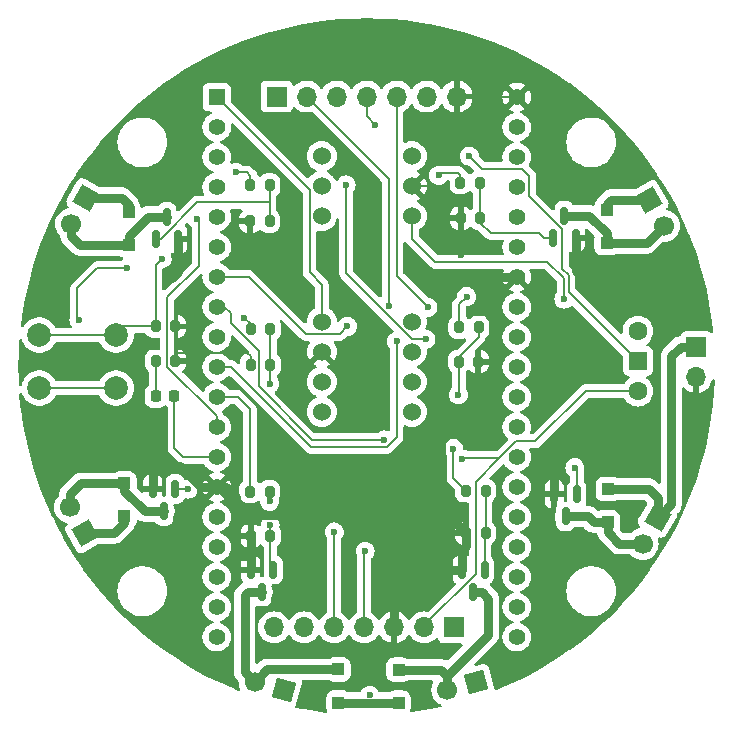
<source format=gbr>
%TF.GenerationSoftware,KiCad,Pcbnew,8.0.8-8.0.8-0~ubuntu24.04.1*%
%TF.CreationDate,2025-07-02T11:23:48+09:00*%
%TF.ProjectId,multicopter2,6d756c74-6963-46f7-9074-6572322e6b69,rev?*%
%TF.SameCoordinates,Original*%
%TF.FileFunction,Copper,L1,Top*%
%TF.FilePolarity,Positive*%
%FSLAX46Y46*%
G04 Gerber Fmt 4.6, Leading zero omitted, Abs format (unit mm)*
G04 Created by KiCad (PCBNEW 8.0.8-8.0.8-0~ubuntu24.04.1) date 2025-07-02 11:23:48*
%MOMM*%
%LPD*%
G01*
G04 APERTURE LIST*
G04 Aperture macros list*
%AMRoundRect*
0 Rectangle with rounded corners*
0 $1 Rounding radius*
0 $2 $3 $4 $5 $6 $7 $8 $9 X,Y pos of 4 corners*
0 Add a 4 corners polygon primitive as box body*
4,1,4,$2,$3,$4,$5,$6,$7,$8,$9,$2,$3,0*
0 Add four circle primitives for the rounded corners*
1,1,$1+$1,$2,$3*
1,1,$1+$1,$4,$5*
1,1,$1+$1,$6,$7*
1,1,$1+$1,$8,$9*
0 Add four rect primitives between the rounded corners*
20,1,$1+$1,$2,$3,$4,$5,0*
20,1,$1+$1,$4,$5,$6,$7,0*
20,1,$1+$1,$6,$7,$8,$9,0*
20,1,$1+$1,$8,$9,$2,$3,0*%
%AMHorizOval*
0 Thick line with rounded ends*
0 $1 width*
0 $2 $3 position (X,Y) of the first rounded end (center of the circle)*
0 $4 $5 position (X,Y) of the second rounded end (center of the circle)*
0 Add line between two ends*
20,1,$1,$2,$3,$4,$5,0*
0 Add two circle primitives to create the rounded ends*
1,1,$1,$2,$3*
1,1,$1,$4,$5*%
%AMRotRect*
0 Rectangle, with rotation*
0 The origin of the aperture is its center*
0 $1 length*
0 $2 width*
0 $3 Rotation angle, in degrees counterclockwise*
0 Add horizontal line*
21,1,$1,$2,0,0,$3*%
G04 Aperture macros list end*
%TA.AperFunction,SMDPad,CuDef*%
%ADD10RoundRect,0.150000X0.150000X-0.587500X0.150000X0.587500X-0.150000X0.587500X-0.150000X-0.587500X0*%
%TD*%
%TA.AperFunction,ComponentPad*%
%ADD11C,1.524000*%
%TD*%
%TA.AperFunction,SMDPad,CuDef*%
%ADD12RoundRect,0.200000X0.200000X0.275000X-0.200000X0.275000X-0.200000X-0.275000X0.200000X-0.275000X0*%
%TD*%
%TA.AperFunction,ComponentPad*%
%ADD13R,1.500000X1.500000*%
%TD*%
%TA.AperFunction,ComponentPad*%
%ADD14C,1.600000*%
%TD*%
%TA.AperFunction,SMDPad,CuDef*%
%ADD15RoundRect,0.150000X-0.150000X0.587500X-0.150000X-0.587500X0.150000X-0.587500X0.150000X0.587500X0*%
%TD*%
%TA.AperFunction,ComponentPad*%
%ADD16C,2.000000*%
%TD*%
%TA.AperFunction,SMDPad,CuDef*%
%ADD17RoundRect,0.200000X-0.200000X-0.275000X0.200000X-0.275000X0.200000X0.275000X-0.200000X0.275000X0*%
%TD*%
%TA.AperFunction,SMDPad,CuDef*%
%ADD18RoundRect,0.250000X-0.300000X0.300000X-0.300000X-0.300000X0.300000X-0.300000X0.300000X0.300000X0*%
%TD*%
%TA.AperFunction,ComponentPad*%
%ADD19RotRect,1.700000X1.700000X210.000000*%
%TD*%
%TA.AperFunction,ComponentPad*%
%ADD20HorizOval,1.700000X0.000000X0.000000X0.000000X0.000000X0*%
%TD*%
%TA.AperFunction,SMDPad,CuDef*%
%ADD21RoundRect,0.250000X0.300000X-0.300000X0.300000X0.300000X-0.300000X0.300000X-0.300000X-0.300000X0*%
%TD*%
%TA.AperFunction,ComponentPad*%
%ADD22RotRect,1.700000X1.700000X330.000000*%
%TD*%
%TA.AperFunction,ComponentPad*%
%ADD23HorizOval,1.700000X0.000000X0.000000X0.000000X0.000000X0*%
%TD*%
%TA.AperFunction,ComponentPad*%
%ADD24RotRect,1.700000X1.700000X285.000000*%
%TD*%
%TA.AperFunction,ComponentPad*%
%ADD25HorizOval,1.700000X0.000000X0.000000X0.000000X0.000000X0*%
%TD*%
%TA.AperFunction,ComponentPad*%
%ADD26R,1.408000X1.408000*%
%TD*%
%TA.AperFunction,ComponentPad*%
%ADD27C,1.408000*%
%TD*%
%TA.AperFunction,SMDPad,CuDef*%
%ADD28RoundRect,0.218750X-0.218750X-0.256250X0.218750X-0.256250X0.218750X0.256250X-0.218750X0.256250X0*%
%TD*%
%TA.AperFunction,ComponentPad*%
%ADD29R,1.700000X1.700000*%
%TD*%
%TA.AperFunction,ComponentPad*%
%ADD30O,1.700000X1.700000*%
%TD*%
%TA.AperFunction,ComponentPad*%
%ADD31RotRect,1.700000X1.700000X30.000000*%
%TD*%
%TA.AperFunction,ComponentPad*%
%ADD32HorizOval,1.700000X0.000000X0.000000X0.000000X0.000000X0*%
%TD*%
%TA.AperFunction,ComponentPad*%
%ADD33RotRect,1.700000X1.700000X255.000000*%
%TD*%
%TA.AperFunction,ComponentPad*%
%ADD34HorizOval,1.700000X0.000000X0.000000X0.000000X0.000000X0*%
%TD*%
%TA.AperFunction,ViaPad*%
%ADD35C,0.600000*%
%TD*%
%TA.AperFunction,Conductor*%
%ADD36C,0.800000*%
%TD*%
%TA.AperFunction,Conductor*%
%ADD37C,0.150000*%
%TD*%
G04 APERTURE END LIST*
D10*
%TO.P,Q1,1,G*%
%TO.N,Net-(Q1-G)*%
X115780000Y-89070000D03*
%TO.P,Q1,2,S*%
%TO.N,GND*%
X117680000Y-89070000D03*
%TO.P,Q1,3,D*%
%TO.N,Net-(D1-A)*%
X116730000Y-87195000D03*
%TD*%
D11*
%TO.P,U4,1,IN*%
%TO.N,unconnected-(U4-IN-Pad1)*%
X96190000Y-82160000D03*
%TO.P,U4,2,EN*%
%TO.N,unconnected-(U4-EN-Pad2)*%
X96190000Y-84700000D03*
%TO.P,U4,3,GND*%
%TO.N,unconnected-(U4-GND-Pad3)*%
X96190000Y-87240000D03*
%TO.P,U4,4,IN*%
%TO.N,Net-(D9-K)*%
X103810000Y-87240000D03*
%TO.P,U4,5,GND*%
%TO.N,GND*%
X103810000Y-84700000D03*
%TO.P,U4,6,OUT*%
%TO.N,Net-(SW3-B)*%
X103810000Y-82160000D03*
%TD*%
D12*
%TO.P,R1,1*%
%TO.N,Net-(Q1-G)*%
X109560000Y-84410000D03*
%TO.P,R1,2*%
%TO.N,motor1*%
X107910000Y-84410000D03*
%TD*%
%TO.P,R9,1*%
%TO.N,Net-(Q5-G)*%
X91830000Y-96790000D03*
%TO.P,R9,2*%
%TO.N,motor3*%
X90180000Y-96790000D03*
%TD*%
D13*
%TO.P,SW3,1,B*%
%TO.N,Net-(SW3-B)*%
X122960000Y-99520000D03*
D14*
%TO.P,SW3,2,C*%
%TO.N,unconnected-(SW3-C-Pad2)*%
X122960000Y-96980000D03*
%TO.P,SW3,3,A*%
%TO.N,+5V*%
X122960000Y-102060000D03*
%TD*%
D15*
%TO.P,Q4,1,G*%
%TO.N,Net-(Q4-G)*%
X92077500Y-117182500D03*
%TO.P,Q4,2,S*%
%TO.N,GND*%
X90177500Y-117182500D03*
%TO.P,Q4,3,D*%
%TO.N,Net-(D4-A)*%
X91127500Y-119057500D03*
%TD*%
D16*
%TO.P,SW1,1,1*%
%TO.N,+3V3*%
X78770000Y-101810000D03*
X72270000Y-101810000D03*
%TO.P,SW1,2,2*%
%TO.N,Net-(U1-IO34)*%
X78770000Y-97310000D03*
X72270000Y-97310000D03*
%TD*%
D15*
%TO.P,Q3,1,G*%
%TO.N,Net-(Q3-G)*%
X109972500Y-117192500D03*
%TO.P,Q3,2,S*%
%TO.N,GND*%
X108072500Y-117192500D03*
%TO.P,Q3,3,D*%
%TO.N,Net-(D3-A)*%
X109022500Y-119067500D03*
%TD*%
D12*
%TO.P,R6,1*%
%TO.N,Net-(Q4-G)*%
X91765000Y-110570000D03*
%TO.P,R6,2*%
%TO.N,motor5*%
X90115000Y-110570000D03*
%TD*%
D17*
%TO.P,R7,1*%
%TO.N,GND*%
X108405000Y-114080000D03*
%TO.P,R7,2*%
%TO.N,Net-(Q3-G)*%
X110055000Y-114080000D03*
%TD*%
D12*
%TO.P,R4,1*%
%TO.N,GND*%
X109435000Y-99560000D03*
%TO.P,R4,2*%
%TO.N,Net-(Q2-G)*%
X107785000Y-99560000D03*
%TD*%
D18*
%TO.P,D7,1,K*%
%TO.N,+BATT*%
X79830000Y-86890000D03*
%TO.P,D7,2,A*%
%TO.N,Net-(D7-A)*%
X79830000Y-89690000D03*
%TD*%
D10*
%TO.P,Q6,1,G*%
%TO.N,Net-(Q6-G)*%
X82120000Y-89167500D03*
%TO.P,Q6,2,S*%
%TO.N,GND*%
X84020000Y-89167500D03*
%TO.P,Q6,3,D*%
%TO.N,Net-(D7-A)*%
X83070000Y-87292500D03*
%TD*%
D19*
%TO.P,M5,1,+*%
%TO.N,+BATT*%
X76140000Y-114090000D03*
D20*
%TO.P,M5,2,-*%
%TO.N,Net-(D6-A)*%
X74870000Y-111890295D03*
%TD*%
D21*
%TO.P,D6,1,K*%
%TO.N,+BATT*%
X79470000Y-112670000D03*
%TO.P,D6,2,A*%
%TO.N,Net-(D6-A)*%
X79470000Y-109870000D03*
%TD*%
D18*
%TO.P,D2,1,K*%
%TO.N,+BATT*%
X120420000Y-110350000D03*
%TO.P,D2,2,A*%
%TO.N,Net-(D2-A)*%
X120420000Y-113150000D03*
%TD*%
D12*
%TO.P,R10,1*%
%TO.N,Net-(Q6-G)*%
X91780000Y-84610000D03*
%TO.P,R10,2*%
%TO.N,motor6*%
X90130000Y-84610000D03*
%TD*%
%TO.P,R2,1*%
%TO.N,Net-(Q2-G)*%
X109465000Y-96660000D03*
%TO.P,R2,2*%
%TO.N,motor4*%
X107815000Y-96660000D03*
%TD*%
D22*
%TO.P,M2,1,+*%
%TO.N,+BATT*%
X124620000Y-112790000D03*
D23*
%TO.P,M2,2,-*%
%TO.N,Net-(D2-A)*%
X123350000Y-114989705D03*
%TD*%
D24*
%TO.P,M3,1,+*%
%TO.N,+BATT*%
X109271556Y-126700006D03*
D25*
%TO.P,M3,2,-*%
%TO.N,Net-(D3-A)*%
X106818104Y-127357406D03*
%TD*%
D11*
%TO.P,U3,1,VIN*%
%TO.N,+3V3*%
X96190000Y-96190000D03*
%TO.P,U3,2,GND*%
%TO.N,GND*%
X96190000Y-98730000D03*
%TO.P,U3,3,SDA/T*%
%TO.N,SDA*%
X96190000Y-101270000D03*
%TO.P,U3,4,SCL/R*%
%TO.N,SCL*%
X96190000Y-103810000D03*
%TO.P,U3,5,nRESET*%
%TO.N,unconnected-(U3-nRESET-Pad5)*%
X103810000Y-103810000D03*
%TO.P,U3,6,INT*%
%TO.N,unconnected-(U3-INT-Pad6)*%
X103810000Y-101270000D03*
%TO.P,U3,7,GND*%
%TO.N,unconnected-(U3-GND-Pad7)*%
X103810000Y-98730000D03*
%TO.P,U3,8,VOUT*%
%TO.N,unconnected-(U3-VOUT-Pad8)*%
X103810000Y-96190000D03*
%TD*%
D17*
%TO.P,R3,1*%
%TO.N,GND*%
X107960000Y-87430000D03*
%TO.P,R3,2*%
%TO.N,Net-(Q1-G)*%
X109610000Y-87430000D03*
%TD*%
D26*
%TO.P,U1,J2_1,3V3*%
%TO.N,+3V3*%
X87300000Y-77165000D03*
D27*
%TO.P,U1,J2_2,EN*%
%TO.N,unconnected-(U1-EN-PadJ2_2)*%
X87300000Y-79705000D03*
%TO.P,U1,J2_3,SENSOR_VP*%
%TO.N,unconnected-(U1-SENSOR_VP-PadJ2_3)*%
X87300000Y-82245000D03*
%TO.P,U1,J2_4,SENSOR_VN*%
%TO.N,unconnected-(U1-SENSOR_VN-PadJ2_4)*%
X87300000Y-84785000D03*
%TO.P,U1,J2_5,IO34*%
%TO.N,Net-(U1-IO34)*%
X87300000Y-87325000D03*
%TO.P,U1,J2_6,IO35*%
%TO.N,unconnected-(U1-IO35-PadJ2_6)*%
X87300000Y-89865000D03*
%TO.P,U1,J2_7,IO32*%
%TO.N,motor1*%
X87300000Y-92405000D03*
%TO.P,U1,J2_8,IO33*%
%TO.N,motor2*%
X87300000Y-94945000D03*
%TO.P,U1,J2_9,IO25*%
%TO.N,motor3*%
X87300000Y-97485000D03*
%TO.P,U1,J2_10,IO26*%
%TO.N,motor4*%
X87300000Y-100025000D03*
%TO.P,U1,J2_11,IO27*%
%TO.N,motor5*%
X87300000Y-102565000D03*
%TO.P,U1,J2_12,IO14*%
%TO.N,motor6*%
X87300000Y-105105000D03*
%TO.P,U1,J2_13,IO12*%
%TO.N,Net-(D5-A)*%
X87300000Y-107645000D03*
%TO.P,U1,J2_14,GND_J2_14*%
%TO.N,GND*%
X87300000Y-110185000D03*
%TO.P,U1,J2_15,IO13*%
%TO.N,unconnected-(U1-IO13-PadJ2_15)*%
X87300000Y-112725000D03*
%TO.P,U1,J2_16,SD2*%
%TO.N,unconnected-(U1-SD2-PadJ2_16)*%
X87300000Y-115265000D03*
%TO.P,U1,J2_17,SD3*%
%TO.N,unconnected-(U1-SD3-PadJ2_17)*%
X87300000Y-117805000D03*
%TO.P,U1,J2_18,CMD*%
%TO.N,unconnected-(U1-CMD-PadJ2_18)*%
X87300000Y-120345000D03*
%TO.P,U1,J2_19,EXT_5V*%
%TO.N,+5V*%
X87300000Y-122885000D03*
%TO.P,U1,J3_1,GND_J3_1*%
%TO.N,GND*%
X112700000Y-77165000D03*
%TO.P,U1,J3_2,IO23*%
%TO.N,SPI_MOSI*%
X112700000Y-79705000D03*
%TO.P,U1,J3_3,IO22*%
%TO.N,SCL*%
X112700000Y-82245000D03*
%TO.P,U1,J3_4,TXD0*%
%TO.N,unconnected-(U1-TXD0-PadJ3_4)*%
X112700000Y-84785000D03*
%TO.P,U1,J3_5,RXD0*%
%TO.N,unconnected-(U1-RXD0-PadJ3_5)*%
X112700000Y-87325000D03*
%TO.P,U1,J3_6,IO21*%
%TO.N,SDA*%
X112700000Y-89865000D03*
%TO.P,U1,J3_7,GND_J3_7*%
%TO.N,GND*%
X112700000Y-92405000D03*
%TO.P,U1,J3_8,IO19*%
%TO.N,SPI_MISO*%
X112700000Y-94945000D03*
%TO.P,U1,J3_9,IO18*%
%TO.N,SPI_SCK*%
X112700000Y-97485000D03*
%TO.P,U1,J3_10,IO5*%
%TO.N,SPI_CS0*%
X112700000Y-100025000D03*
%TO.P,U1,J3_11,IO17*%
%TO.N,unconnected-(U1-IO17-PadJ3_11)*%
X112700000Y-102565000D03*
%TO.P,U1,J3_12,IO16*%
%TO.N,unconnected-(U1-IO16-PadJ3_12)*%
X112700000Y-105105000D03*
%TO.P,U1,J3_13,IO4*%
%TO.N,unconnected-(U1-IO4-PadJ3_13)*%
X112700000Y-107645000D03*
%TO.P,U1,J3_14,IO0*%
%TO.N,unconnected-(U1-IO0-PadJ3_14)*%
X112700000Y-110185000D03*
%TO.P,U1,J3_15,IO2*%
%TO.N,unconnected-(U1-IO2-PadJ3_15)*%
X112700000Y-112725000D03*
%TO.P,U1,J3_16,IO15*%
%TO.N,unconnected-(U1-IO15-PadJ3_16)*%
X112700000Y-115265000D03*
%TO.P,U1,J3_17,SD1*%
%TO.N,unconnected-(U1-SD1-PadJ3_17)*%
X112700000Y-117805000D03*
%TO.P,U1,J3_18,SD0*%
%TO.N,unconnected-(U1-SD0-PadJ3_18)*%
X112700000Y-120345000D03*
%TO.P,U1,J3_19,CLK*%
%TO.N,unconnected-(U1-CLK-PadJ3_19)*%
X112700000Y-122885000D03*
%TD*%
D12*
%TO.P,R15,1*%
%TO.N,GND*%
X83775000Y-96590000D03*
%TO.P,R15,2*%
%TO.N,Net-(U1-IO34)*%
X82125000Y-96590000D03*
%TD*%
D28*
%TO.P,D5,1,K*%
%TO.N,Net-(D5-K)*%
X82132500Y-102490000D03*
%TO.P,D5,2,A*%
%TO.N,Net-(D5-A)*%
X83707500Y-102490000D03*
%TD*%
D18*
%TO.P,D1,1,K*%
%TO.N,+BATT*%
X120320000Y-86717500D03*
%TO.P,D1,2,A*%
%TO.N,Net-(D1-A)*%
X120320000Y-89517500D03*
%TD*%
D21*
%TO.P,D4,1,K*%
%TO.N,+BATT*%
X97590000Y-128430000D03*
%TO.P,D4,2,A*%
%TO.N,Net-(D4-A)*%
X97590000Y-125630000D03*
%TD*%
D17*
%TO.P,R12,1*%
%TO.N,GND*%
X90115000Y-87680000D03*
%TO.P,R12,2*%
%TO.N,Net-(Q6-G)*%
X91765000Y-87680000D03*
%TD*%
D22*
%TO.P,M6,1,+*%
%TO.N,+BATT*%
X76227500Y-85705818D03*
D23*
%TO.P,M6,2,-*%
%TO.N,Net-(D7-A)*%
X74957500Y-87905523D03*
%TD*%
D29*
%TO.P,J2,1,Pin_1*%
%TO.N,+BATT*%
X127910000Y-98320000D03*
D30*
%TO.P,J2,2,Pin_2*%
%TO.N,GND*%
X127910000Y-100860000D03*
%TD*%
D15*
%TO.P,Q5,1,G*%
%TO.N,Net-(Q5-G)*%
X83782500Y-110352500D03*
%TO.P,Q5,2,S*%
%TO.N,GND*%
X81882500Y-110352500D03*
%TO.P,Q5,3,D*%
%TO.N,Net-(D6-A)*%
X82832500Y-112227500D03*
%TD*%
D12*
%TO.P,R22,1*%
%TO.N,GND*%
X83775000Y-99520000D03*
%TO.P,R22,2*%
%TO.N,Net-(D5-K)*%
X82125000Y-99520000D03*
%TD*%
%TO.P,R5,1*%
%TO.N,Net-(Q3-G)*%
X110055000Y-110500000D03*
%TO.P,R5,2*%
%TO.N,motor2*%
X108405000Y-110500000D03*
%TD*%
D31*
%TO.P,M1,1,+*%
%TO.N,+BATT*%
X123880000Y-85860000D03*
D32*
%TO.P,M1,2,-*%
%TO.N,Net-(D1-A)*%
X125150000Y-88059705D03*
%TD*%
D33*
%TO.P,M4,1,+*%
%TO.N,+BATT*%
X92951556Y-127329994D03*
D34*
%TO.P,M4,2,-*%
%TO.N,Net-(D4-A)*%
X90498104Y-126672594D03*
%TD*%
D15*
%TO.P,Q2,1,G*%
%TO.N,Net-(Q2-G)*%
X117780000Y-110800000D03*
%TO.P,Q2,2,S*%
%TO.N,GND*%
X115880000Y-110800000D03*
%TO.P,Q2,3,D*%
%TO.N,Net-(D2-A)*%
X116830000Y-112675000D03*
%TD*%
D21*
%TO.P,D3,1,K*%
%TO.N,+BATT*%
X102690000Y-128457500D03*
%TO.P,D3,2,A*%
%TO.N,Net-(D3-A)*%
X102690000Y-125657500D03*
%TD*%
D17*
%TO.P,R8,1*%
%TO.N,GND*%
X90185000Y-114330000D03*
%TO.P,R8,2*%
%TO.N,Net-(Q4-G)*%
X91835000Y-114330000D03*
%TD*%
%TO.P,R11,1*%
%TO.N,GND*%
X90160000Y-99840000D03*
%TO.P,R11,2*%
%TO.N,Net-(Q5-G)*%
X91810000Y-99840000D03*
%TD*%
D29*
%TO.P,U6,1,VDD*%
%TO.N,unconnected-(U6-VDD-Pad1)*%
X107400000Y-122060000D03*
D30*
%TO.P,U6,2,VIN*%
%TO.N,+5V*%
X104860000Y-122060000D03*
%TO.P,U6,3,GND*%
%TO.N,GND*%
X102320000Y-122060000D03*
%TO.P,U6,4,SDA*%
%TO.N,SDA*%
X99780000Y-122060000D03*
%TO.P,U6,5,SCL*%
%TO.N,SCL*%
X97240000Y-122060000D03*
%TO.P,U6,6,XSHUT*%
%TO.N,unconnected-(U6-XSHUT-Pad6)*%
X94700000Y-122060000D03*
%TO.P,U6,7,GPIO1*%
%TO.N,unconnected-(U6-GPIO1-Pad7)*%
X92160000Y-122060000D03*
%TD*%
D29*
%TO.P,U2,1,3-5V*%
%TO.N,+5V*%
X92370000Y-77120000D03*
D30*
%TO.P,U2,2,CS*%
%TO.N,SPI_CS0*%
X94910000Y-77120000D03*
%TO.P,U2,3,SCK*%
%TO.N,SPI_SCK*%
X97450000Y-77120000D03*
%TO.P,U2,4,MOSI*%
%TO.N,SPI_MOSI*%
X99990000Y-77120000D03*
%TO.P,U2,5,MISO*%
%TO.N,SPI_MISO*%
X102530000Y-77120000D03*
%TO.P,U2,6,INT*%
%TO.N,unconnected-(U2-INT-Pad6)*%
X105070000Y-77120000D03*
%TO.P,U2,7,GND*%
%TO.N,GND*%
X107610000Y-77120000D03*
%TD*%
D35*
%TO.N,+BATT*%
X100250000Y-128430000D03*
X100250000Y-127812500D03*
%TO.N,GND*%
X116910000Y-106740000D03*
X118340000Y-92550000D03*
X85200000Y-94150000D03*
X98390000Y-104770000D03*
X90010000Y-89810000D03*
X83540000Y-92490000D03*
X107950000Y-90550000D03*
X82050000Y-108370000D03*
X98390000Y-112510000D03*
%TO.N,Net-(D9-K)*%
X116690000Y-94280000D03*
%TO.N,Net-(Q2-G)*%
X107760000Y-102360000D03*
X117620000Y-108540000D03*
%TO.N,Net-(Q4-G)*%
X91770000Y-111390000D03*
X91820000Y-113410000D03*
%TO.N,Net-(Q5-G)*%
X84878603Y-110361397D03*
X91795000Y-101440000D03*
%TO.N,motor1*%
X98360000Y-96580000D03*
X106090000Y-83800000D03*
%TO.N,motor4*%
X102520000Y-97850000D03*
X108450000Y-94060000D03*
%TO.N,motor2*%
X107340000Y-106930000D03*
X101490000Y-106200000D03*
%TO.N,motor3*%
X89630000Y-95860000D03*
%TO.N,motor6*%
X85590000Y-87480000D03*
X88920000Y-83550000D03*
%TO.N,Net-(U1-IO34)*%
X82680000Y-90840000D03*
%TO.N,+3V3*%
X75620000Y-96020000D03*
X79660000Y-91660000D03*
%TO.N,+5V*%
X108100000Y-107810000D03*
%TO.N,Net-(SW3-B)*%
X108680000Y-82160000D03*
%TO.N,SPI_CS0*%
X101853317Y-94886683D03*
%TO.N,SPI_SCK*%
X105010000Y-97660000D03*
X98250000Y-84600000D03*
%TO.N,SCL*%
X97250000Y-113990000D03*
%TO.N,SPI_MOSI*%
X100710000Y-79530000D03*
%TO.N,SPI_MISO*%
X105180000Y-94970000D03*
%TO.N,SDA*%
X99860000Y-115610000D03*
%TD*%
D36*
%TO.N,+BATT*%
X127910000Y-98320000D02*
X126570000Y-98320000D01*
X79255818Y-85705818D02*
X79830000Y-86280000D01*
X76227500Y-85705818D02*
X79255818Y-85705818D01*
X125780000Y-111630000D02*
X124620000Y-112790000D01*
X125780000Y-99110000D02*
X125780000Y-111630000D01*
X123880000Y-85860000D02*
X120710000Y-85860000D01*
X79470000Y-112670000D02*
X79470000Y-113210000D01*
X78590000Y-114090000D02*
X76140000Y-114090000D01*
X120710000Y-85860000D02*
X120320000Y-86250000D01*
X79830000Y-86280000D02*
X79830000Y-86890000D01*
X102662500Y-128430000D02*
X102690000Y-128457500D01*
X124620000Y-111090000D02*
X124620000Y-112790000D01*
X97590000Y-128430000D02*
X102662500Y-128430000D01*
X120420000Y-110350000D02*
X123880000Y-110350000D01*
X120320000Y-86250000D02*
X120320000Y-86717500D01*
X123880000Y-110350000D02*
X124620000Y-111090000D01*
X126570000Y-98320000D02*
X125780000Y-99110000D01*
X79470000Y-113210000D02*
X78590000Y-114090000D01*
%TO.N,GND*%
X98390000Y-112510000D02*
X106835000Y-112510000D01*
X85975000Y-110185000D02*
X87300000Y-110185000D01*
D37*
X83775000Y-96590000D02*
X83775000Y-98840000D01*
D36*
X117680000Y-91890000D02*
X118340000Y-92550000D01*
X115880000Y-110800000D02*
X115880000Y-107770000D01*
X81882500Y-108537500D02*
X82050000Y-108370000D01*
X88940000Y-112510000D02*
X98390000Y-112510000D01*
X106300000Y-103420000D02*
X106300000Y-94180000D01*
X108075000Y-92405000D02*
X112700000Y-92405000D01*
X81882500Y-110352500D02*
X81882500Y-108537500D01*
D37*
X90115000Y-89705000D02*
X90115000Y-87680000D01*
X106040000Y-84700000D02*
X103810000Y-84700000D01*
D36*
X90177500Y-114337500D02*
X90185000Y-114330000D01*
X108072500Y-117192500D02*
X108072500Y-115497500D01*
D37*
X109435000Y-101965000D02*
X107900000Y-103500000D01*
D36*
X115880000Y-107770000D02*
X116910000Y-106740000D01*
X90177500Y-115980000D02*
X90177500Y-114337500D01*
X82050000Y-108370000D02*
X84160000Y-108370000D01*
D37*
X107900000Y-103500000D02*
X106380000Y-103500000D01*
X106380000Y-103500000D02*
X106300000Y-103420000D01*
D36*
X106300000Y-111975000D02*
X106300000Y-103420000D01*
X106835000Y-112510000D02*
X106982500Y-112657500D01*
X88940000Y-112510000D02*
X88940000Y-115360000D01*
X106982500Y-112657500D02*
X106300000Y-111975000D01*
X108072500Y-115497500D02*
X108405000Y-115165000D01*
D37*
X107960000Y-87430000D02*
X107960000Y-90540000D01*
X98390000Y-100930000D02*
X98390000Y-104770000D01*
X109435000Y-99560000D02*
X109435000Y-101965000D01*
D36*
X102320000Y-118470000D02*
X103597500Y-117192500D01*
X108405000Y-114080000D02*
X106982500Y-112657500D01*
X90177500Y-117182500D02*
X90177500Y-115980000D01*
X108405000Y-115165000D02*
X108405000Y-114080000D01*
D37*
X83775000Y-98840000D02*
X83775000Y-99520000D01*
X107960000Y-87430000D02*
X107960000Y-86580000D01*
X112655000Y-77120000D02*
X112700000Y-77165000D01*
X107610000Y-77120000D02*
X112655000Y-77120000D01*
D36*
X106300000Y-94180000D02*
X108075000Y-92405000D01*
D37*
X90010000Y-89810000D02*
X90115000Y-89705000D01*
D36*
X88940000Y-111050000D02*
X88940000Y-112510000D01*
D37*
X83775000Y-95575000D02*
X85200000Y-94150000D01*
D36*
X87300000Y-110185000D02*
X88075000Y-110185000D01*
D37*
X83775000Y-96590000D02*
X83775000Y-95575000D01*
X83775000Y-98840000D02*
X89890000Y-98840000D01*
X89890000Y-98840000D02*
X90160000Y-99110000D01*
X96190000Y-98730000D02*
X98390000Y-100930000D01*
D36*
X117680000Y-89070000D02*
X117680000Y-91890000D01*
X103597500Y-117192500D02*
X108072500Y-117192500D01*
D37*
X106060000Y-84680000D02*
X106040000Y-84700000D01*
X107610000Y-80900000D02*
X107610000Y-77120000D01*
D36*
X84160000Y-108370000D02*
X85975000Y-110185000D01*
D37*
X103810000Y-84700000D02*
X107610000Y-80900000D01*
D36*
X88940000Y-115360000D02*
X89560000Y-115980000D01*
D37*
X90160000Y-99110000D02*
X90160000Y-99840000D01*
D36*
X88075000Y-110185000D02*
X88940000Y-111050000D01*
D37*
X107960000Y-86580000D02*
X106060000Y-84680000D01*
D36*
X102320000Y-122060000D02*
X102320000Y-118470000D01*
D37*
X107960000Y-90540000D02*
X107950000Y-90550000D01*
D36*
X89560000Y-115980000D02*
X90177500Y-115980000D01*
X84020000Y-89167500D02*
X84020000Y-92010000D01*
X84020000Y-92010000D02*
X83540000Y-92490000D01*
%TO.N,Net-(D1-A)*%
X120320000Y-88710000D02*
X120320000Y-89517500D01*
X118805000Y-87195000D02*
X120320000Y-88710000D01*
X123692205Y-89517500D02*
X125150000Y-88059705D01*
X116730000Y-87195000D02*
X118805000Y-87195000D01*
X120320000Y-89517500D02*
X123692205Y-89517500D01*
%TO.N,Net-(D2-A)*%
X120420000Y-113150000D02*
X120420000Y-114020000D01*
X121389705Y-114989705D02*
X123350000Y-114989705D01*
X119210000Y-113150000D02*
X120420000Y-113150000D01*
X120420000Y-114020000D02*
X121389705Y-114989705D01*
X116830000Y-112675000D02*
X118735000Y-112675000D01*
X118735000Y-112675000D02*
X119210000Y-113150000D01*
%TO.N,Net-(D3-A)*%
X102690000Y-125657500D02*
X106320279Y-125657500D01*
X106818104Y-127357406D02*
X106818104Y-126155325D01*
X110300000Y-122673429D02*
X110300000Y-119650000D01*
X106818104Y-126155325D02*
X110300000Y-122673429D01*
X109717500Y-119067500D02*
X109022500Y-119067500D01*
X110300000Y-119650000D02*
X109717500Y-119067500D01*
X106320279Y-125657500D02*
X106818104Y-126155325D01*
%TO.N,Net-(D4-A)*%
X91540698Y-125630000D02*
X90498104Y-126672594D01*
X91127500Y-119057500D02*
X89952500Y-119057500D01*
X89952500Y-119057500D02*
X89660000Y-119350000D01*
X89685510Y-125860000D02*
X90498104Y-126672594D01*
X97590000Y-125630000D02*
X91540698Y-125630000D01*
X89660000Y-125860000D02*
X89685510Y-125860000D01*
X89660000Y-119350000D02*
X89660000Y-125860000D01*
D37*
%TO.N,Net-(D5-K)*%
X82125000Y-99520000D02*
X82125000Y-102482500D01*
X82125000Y-102482500D02*
X82132500Y-102490000D01*
%TO.N,Net-(D5-A)*%
X84455000Y-107645000D02*
X87300000Y-107645000D01*
X83707500Y-102490000D02*
X83707500Y-106897500D01*
X83707500Y-106897500D02*
X84455000Y-107645000D01*
D36*
%TO.N,Net-(D6-A)*%
X79470000Y-110490000D02*
X81207500Y-112227500D01*
X75780000Y-109870000D02*
X79470000Y-109870000D01*
X81207500Y-112227500D02*
X82832500Y-112227500D01*
X74870000Y-111890295D02*
X74870000Y-110780000D01*
X79470000Y-109870000D02*
X79470000Y-110490000D01*
X74870000Y-110780000D02*
X75780000Y-109870000D01*
%TO.N,Net-(D7-A)*%
X79830000Y-88970000D02*
X81507500Y-87292500D01*
X81507500Y-87292500D02*
X83070000Y-87292500D01*
X75710000Y-89690000D02*
X79830000Y-89690000D01*
X74957500Y-87905523D02*
X74957500Y-88937500D01*
X74957500Y-88937500D02*
X75710000Y-89690000D01*
X79830000Y-89690000D02*
X79830000Y-88970000D01*
D37*
%TO.N,Net-(D9-K)*%
X116690000Y-92520000D02*
X115300000Y-91130000D01*
X103810000Y-89150000D02*
X103810000Y-87240000D01*
X116690000Y-94280000D02*
X116690000Y-92520000D01*
X115300000Y-91130000D02*
X105790000Y-91130000D01*
X105790000Y-91130000D02*
X103810000Y-89150000D01*
%TO.N,Net-(Q1-G)*%
X109610000Y-84460000D02*
X109560000Y-84410000D01*
X109610000Y-87430000D02*
X109610000Y-84460000D01*
X110480000Y-88660000D02*
X114560000Y-88660000D01*
X109610000Y-87790000D02*
X110480000Y-88660000D01*
X114560000Y-88660000D02*
X114970000Y-89070000D01*
X109610000Y-87430000D02*
X109610000Y-87790000D01*
X114970000Y-89070000D02*
X115780000Y-89070000D01*
%TO.N,Net-(Q2-G)*%
X107785000Y-99560000D02*
X107785000Y-99195000D01*
X107785000Y-102335000D02*
X107785000Y-99560000D01*
X117780000Y-108700000D02*
X117620000Y-108540000D01*
X107785000Y-99195000D02*
X109465000Y-97515000D01*
X117780000Y-110800000D02*
X117780000Y-108700000D01*
X109465000Y-97515000D02*
X109465000Y-96660000D01*
X107760000Y-102360000D02*
X107785000Y-102335000D01*
%TO.N,Net-(Q3-G)*%
X109972500Y-117192500D02*
X109972500Y-114162500D01*
X109972500Y-114162500D02*
X110055000Y-114080000D01*
X110055000Y-114080000D02*
X110055000Y-110500000D01*
%TO.N,Net-(Q4-G)*%
X91835000Y-116940000D02*
X92077500Y-117182500D01*
X91765000Y-110570000D02*
X91765000Y-111385000D01*
X91765000Y-111385000D02*
X91770000Y-111390000D01*
X91820000Y-114315000D02*
X91835000Y-114330000D01*
X91820000Y-113410000D02*
X91820000Y-114315000D01*
X91835000Y-114330000D02*
X91835000Y-116940000D01*
%TO.N,Net-(Q5-G)*%
X91810000Y-99840000D02*
X91810000Y-101425000D01*
X84878603Y-110361397D02*
X83791397Y-110361397D01*
X91810000Y-99840000D02*
X91810000Y-96810000D01*
X91810000Y-101425000D02*
X91795000Y-101440000D01*
X91810000Y-96810000D02*
X91830000Y-96790000D01*
X83791397Y-110361397D02*
X83782500Y-110352500D01*
%TO.N,Net-(Q6-G)*%
X91780000Y-86090000D02*
X91780000Y-87665000D01*
X91780000Y-84610000D02*
X91780000Y-86090000D01*
X82120000Y-89167500D02*
X82537696Y-89167500D01*
X91780000Y-87665000D02*
X91765000Y-87680000D01*
X85615196Y-86090000D02*
X91780000Y-86090000D01*
X82537696Y-89167500D02*
X85615196Y-86090000D01*
%TO.N,motor1*%
X107700000Y-83580000D02*
X106480000Y-83580000D01*
X106310000Y-83580000D02*
X106090000Y-83800000D01*
X90025000Y-92405000D02*
X87300000Y-92405000D01*
X107910000Y-83790000D02*
X107700000Y-83580000D01*
X106480000Y-83580000D02*
X106310000Y-83580000D01*
X107910000Y-84410000D02*
X107910000Y-83790000D01*
X98360000Y-96580000D02*
X97713000Y-97227000D01*
X94847000Y-97227000D02*
X90025000Y-92405000D01*
X97713000Y-97227000D02*
X94847000Y-97227000D01*
%TO.N,motor4*%
X101728173Y-106775000D02*
X95275000Y-106775000D01*
X107815000Y-96660000D02*
X107815000Y-94695000D01*
X102520000Y-105983173D02*
X101728173Y-106775000D01*
X88510000Y-100010000D02*
X88495000Y-100025000D01*
X95275000Y-106775000D02*
X88510000Y-100010000D01*
X88495000Y-100025000D02*
X87300000Y-100025000D01*
X102520000Y-97850000D02*
X102520000Y-105983173D01*
X107815000Y-94695000D02*
X108450000Y-94060000D01*
%TO.N,motor2*%
X88490000Y-95490000D02*
X87945000Y-94945000D01*
X107340000Y-109435000D02*
X107340000Y-106930000D01*
X90835000Y-98635000D02*
X88490000Y-96290000D01*
X101490000Y-106200000D02*
X95367708Y-106200000D01*
X95367708Y-106200000D02*
X90835000Y-101667292D01*
X88490000Y-96290000D02*
X88490000Y-95490000D01*
X90835000Y-101667292D02*
X90835000Y-98635000D01*
X87945000Y-94945000D02*
X87300000Y-94945000D01*
X108405000Y-110500000D02*
X107340000Y-109435000D01*
%TO.N,motor5*%
X90115000Y-110570000D02*
X90115000Y-103595000D01*
X89085000Y-102565000D02*
X87300000Y-102565000D01*
X90115000Y-103595000D02*
X89085000Y-102565000D01*
%TO.N,motor3*%
X90180000Y-96410000D02*
X89630000Y-95860000D01*
X90180000Y-96790000D02*
X90180000Y-96410000D01*
%TO.N,motor6*%
X83100000Y-94120000D02*
X85760170Y-91459830D01*
X83100000Y-99997292D02*
X83100000Y-94120000D01*
X85760170Y-87650170D02*
X85590000Y-87480000D01*
X87300000Y-104197292D02*
X83100000Y-99997292D01*
X90130000Y-83820000D02*
X89860000Y-83550000D01*
X90130000Y-84610000D02*
X90130000Y-83820000D01*
X88920000Y-83550000D02*
X89860000Y-83550000D01*
X85760170Y-91459830D02*
X85760170Y-87650170D01*
X87300000Y-105105000D02*
X87300000Y-104197292D01*
%TO.N,Net-(U1-IO34)*%
X78770000Y-96900000D02*
X79080000Y-96590000D01*
X72270000Y-97310000D02*
X78770000Y-97310000D01*
X79080000Y-96590000D02*
X82125000Y-96590000D01*
X82125000Y-96590000D02*
X82125000Y-91395000D01*
X78770000Y-97310000D02*
X78770000Y-96900000D01*
X82125000Y-91395000D02*
X82680000Y-90840000D01*
%TO.N,+3V3*%
X75490000Y-95890000D02*
X75620000Y-96020000D01*
X75490000Y-93370000D02*
X75490000Y-95890000D01*
X79660000Y-91660000D02*
X77200000Y-91660000D01*
X95153000Y-92013000D02*
X96190000Y-93050000D01*
X72270000Y-101810000D02*
X78770000Y-101810000D01*
X77200000Y-91660000D02*
X75490000Y-93370000D01*
X87300000Y-77165000D02*
X95153000Y-85018000D01*
X96190000Y-93050000D02*
X96190000Y-96190000D01*
X95153000Y-85018000D02*
X95153000Y-92013000D01*
%TO.N,+5V*%
X104860000Y-121887304D02*
X104860000Y-122060000D01*
X112660484Y-106300000D02*
X111225242Y-107735242D01*
X111225242Y-107735242D02*
X109210000Y-109750484D01*
X122960000Y-102060000D02*
X118520000Y-102060000D01*
X109210000Y-117537304D02*
X104860000Y-121887304D01*
X118520000Y-102060000D02*
X114280000Y-106300000D01*
X114280000Y-106300000D02*
X112660484Y-106300000D01*
X108174758Y-107735242D02*
X108100000Y-107810000D01*
X109210000Y-109750484D02*
X109210000Y-117537304D01*
X111225242Y-107735242D02*
X108174758Y-107735242D01*
%TO.N,Net-(SW3-B)*%
X122960000Y-99520000D02*
X117090000Y-93650000D01*
X116530000Y-88337696D02*
X113750000Y-85557696D01*
X116530000Y-91694594D02*
X116530000Y-88337696D01*
X109960000Y-83224000D02*
X109744000Y-83224000D01*
X117090000Y-93650000D02*
X117090000Y-92254594D01*
X113750000Y-83868484D02*
X113105516Y-83224000D01*
X113750000Y-85557696D02*
X113750000Y-83868484D01*
X109960000Y-83224000D02*
X109884000Y-83224000D01*
X117090000Y-92254594D02*
X116530000Y-91694594D01*
X109744000Y-83224000D02*
X108680000Y-82160000D01*
X113105516Y-83224000D02*
X109960000Y-83224000D01*
%TO.N,SPI_CS0*%
X101853317Y-84063317D02*
X101853317Y-94886683D01*
X94910000Y-77120000D02*
X101853317Y-84063317D01*
%TO.N,SPI_SCK*%
X98250000Y-84600000D02*
X98250000Y-92096540D01*
X103813460Y-97660000D02*
X105010000Y-97660000D01*
X98250000Y-92096540D02*
X103813460Y-97660000D01*
%TO.N,SCL*%
X97240000Y-114000000D02*
X97250000Y-113990000D01*
X97240000Y-122060000D02*
X97240000Y-114000000D01*
%TO.N,SPI_MOSI*%
X99990000Y-78810000D02*
X100710000Y-79530000D01*
X99990000Y-77120000D02*
X99990000Y-78810000D01*
%TO.N,SPI_MISO*%
X102530000Y-92320000D02*
X105180000Y-94970000D01*
X102530000Y-77120000D02*
X102530000Y-92320000D01*
%TO.N,SDA*%
X99780000Y-122060000D02*
X99780000Y-115690000D01*
X99780000Y-115690000D02*
X99860000Y-115610000D01*
%TD*%
%TA.AperFunction,Conductor*%
%TO.N,GND*%
G36*
X103310703Y-89449831D02*
G01*
X103336885Y-89481541D01*
X103349485Y-89503365D01*
X105436635Y-91590515D01*
X105567865Y-91666281D01*
X105714234Y-91705500D01*
X105865767Y-91705500D01*
X111503037Y-91705500D01*
X111570076Y-91725185D01*
X111615831Y-91777989D01*
X111625775Y-91847147D01*
X111614037Y-91884772D01*
X111572498Y-91968191D01*
X111572493Y-91968204D01*
X111511429Y-92182818D01*
X111490842Y-92404999D01*
X111490842Y-92405000D01*
X111511429Y-92627181D01*
X111572493Y-92841795D01*
X111572498Y-92841808D01*
X111671953Y-93041541D01*
X111688281Y-93063163D01*
X111688282Y-93063163D01*
X112257861Y-92493584D01*
X112280667Y-92578694D01*
X112339910Y-92681306D01*
X112423694Y-92765090D01*
X112526306Y-92824333D01*
X112611414Y-92847137D01*
X112043765Y-93414785D01*
X112161034Y-93487394D01*
X112346141Y-93559105D01*
X112401542Y-93601678D01*
X112425133Y-93667445D01*
X112409422Y-93735525D01*
X112359398Y-93784304D01*
X112346147Y-93790355D01*
X112294431Y-93810391D01*
X112160810Y-93862155D01*
X112160804Y-93862158D01*
X111971025Y-93979664D01*
X111971015Y-93979671D01*
X111806051Y-94130055D01*
X111671526Y-94308195D01*
X111572026Y-94508018D01*
X111572023Y-94508024D01*
X111510937Y-94722723D01*
X111510936Y-94722726D01*
X111490340Y-94944999D01*
X111490340Y-94945000D01*
X111510936Y-95167273D01*
X111510937Y-95167276D01*
X111572023Y-95381975D01*
X111572026Y-95381981D01*
X111662104Y-95562882D01*
X111671526Y-95581804D01*
X111762738Y-95702589D01*
X111806051Y-95759944D01*
X111823454Y-95775809D01*
X111971017Y-95910330D01*
X111971024Y-95910334D01*
X111971025Y-95910335D01*
X112160804Y-96027841D01*
X112160805Y-96027841D01*
X112160808Y-96027843D01*
X112345452Y-96099374D01*
X112400851Y-96141946D01*
X112424442Y-96207713D01*
X112408731Y-96275793D01*
X112358707Y-96324572D01*
X112345461Y-96330621D01*
X112204540Y-96385215D01*
X112160810Y-96402156D01*
X112160804Y-96402158D01*
X111971025Y-96519664D01*
X111971015Y-96519671D01*
X111806051Y-96670055D01*
X111671526Y-96848195D01*
X111572026Y-97048018D01*
X111572023Y-97048024D01*
X111510937Y-97262723D01*
X111510936Y-97262726D01*
X111490340Y-97484999D01*
X111490340Y-97485000D01*
X111510936Y-97707273D01*
X111510937Y-97707276D01*
X111572023Y-97921975D01*
X111572026Y-97921981D01*
X111615617Y-98009523D01*
X111671526Y-98121804D01*
X111806050Y-98299943D01*
X111971017Y-98450330D01*
X111971024Y-98450334D01*
X111971025Y-98450335D01*
X112160804Y-98567841D01*
X112160805Y-98567841D01*
X112160808Y-98567843D01*
X112345452Y-98639374D01*
X112400851Y-98681946D01*
X112424442Y-98747713D01*
X112408731Y-98815793D01*
X112358707Y-98864572D01*
X112345461Y-98870621D01*
X112217052Y-98920368D01*
X112160810Y-98942156D01*
X112160804Y-98942158D01*
X111971025Y-99059664D01*
X111971015Y-99059671D01*
X111806051Y-99210055D01*
X111671526Y-99388195D01*
X111572026Y-99588018D01*
X111572023Y-99588024D01*
X111510937Y-99802723D01*
X111510936Y-99802726D01*
X111490340Y-100024999D01*
X111490340Y-100025000D01*
X111510936Y-100247273D01*
X111510937Y-100247276D01*
X111572023Y-100461975D01*
X111572026Y-100461981D01*
X111662658Y-100643995D01*
X111671526Y-100661804D01*
X111773314Y-100796594D01*
X111806051Y-100839944D01*
X111839730Y-100870646D01*
X111971017Y-100990330D01*
X111971024Y-100990334D01*
X111971025Y-100990335D01*
X112160804Y-101107841D01*
X112160805Y-101107841D01*
X112160808Y-101107843D01*
X112345452Y-101179374D01*
X112400851Y-101221946D01*
X112424442Y-101287713D01*
X112408731Y-101355793D01*
X112358707Y-101404572D01*
X112345461Y-101410621D01*
X112204210Y-101465343D01*
X112160810Y-101482156D01*
X112160804Y-101482158D01*
X111971025Y-101599664D01*
X111971015Y-101599671D01*
X111806051Y-101750055D01*
X111671526Y-101928195D01*
X111572026Y-102128018D01*
X111572023Y-102128024D01*
X111510937Y-102342723D01*
X111510936Y-102342726D01*
X111490340Y-102564999D01*
X111490340Y-102565000D01*
X111510936Y-102787273D01*
X111510937Y-102787276D01*
X111572023Y-103001975D01*
X111572026Y-103001981D01*
X111659085Y-103176819D01*
X111671526Y-103201804D01*
X111806050Y-103379943D01*
X111971017Y-103530330D01*
X111971024Y-103530334D01*
X111971025Y-103530335D01*
X112160804Y-103647841D01*
X112160805Y-103647841D01*
X112160808Y-103647843D01*
X112345452Y-103719374D01*
X112400851Y-103761946D01*
X112424442Y-103827713D01*
X112408731Y-103895793D01*
X112358707Y-103944572D01*
X112345461Y-103950621D01*
X112209783Y-104003184D01*
X112160810Y-104022156D01*
X112160804Y-104022158D01*
X111971025Y-104139664D01*
X111971015Y-104139671D01*
X111806051Y-104290055D01*
X111671526Y-104468195D01*
X111572026Y-104668018D01*
X111572023Y-104668024D01*
X111510937Y-104882723D01*
X111510936Y-104882726D01*
X111490340Y-105104999D01*
X111490340Y-105105000D01*
X111510936Y-105327273D01*
X111510937Y-105327276D01*
X111572023Y-105541975D01*
X111572026Y-105541981D01*
X111671526Y-105741804D01*
X111806051Y-105919945D01*
X111930106Y-106033035D01*
X111966388Y-106092746D01*
X111964627Y-106162593D01*
X111934249Y-106212353D01*
X111023181Y-107123423D01*
X110961858Y-107156908D01*
X110935500Y-107159742D01*
X108605453Y-107159742D01*
X108539481Y-107140736D01*
X108449521Y-107084210D01*
X108279249Y-107024630D01*
X108252911Y-107021663D01*
X108188497Y-106994597D01*
X108148941Y-106937002D01*
X108143574Y-106912326D01*
X108125369Y-106750750D01*
X108125368Y-106750745D01*
X108065789Y-106580478D01*
X107969816Y-106427738D01*
X107842262Y-106300184D01*
X107791809Y-106268482D01*
X107689523Y-106204211D01*
X107519254Y-106144631D01*
X107519249Y-106144630D01*
X107340004Y-106124435D01*
X107339996Y-106124435D01*
X107160750Y-106144630D01*
X107160745Y-106144631D01*
X106990476Y-106204211D01*
X106837737Y-106300184D01*
X106710184Y-106427737D01*
X106614211Y-106580476D01*
X106554631Y-106750745D01*
X106554630Y-106750750D01*
X106534435Y-106929996D01*
X106534435Y-106930003D01*
X106554630Y-107109249D01*
X106554631Y-107109254D01*
X106614211Y-107279523D01*
X106710184Y-107432262D01*
X106728181Y-107450259D01*
X106761666Y-107511582D01*
X106764500Y-107537940D01*
X106764500Y-109359234D01*
X106764500Y-109510766D01*
X106779086Y-109565203D01*
X106803719Y-109657136D01*
X106828784Y-109700549D01*
X106879485Y-109788365D01*
X106879487Y-109788367D01*
X107468181Y-110377061D01*
X107501666Y-110438384D01*
X107504500Y-110464742D01*
X107504500Y-110831613D01*
X107510913Y-110902192D01*
X107510913Y-110902194D01*
X107510914Y-110902196D01*
X107561522Y-111064606D01*
X107603840Y-111134609D01*
X107649530Y-111210188D01*
X107769811Y-111330469D01*
X107769813Y-111330470D01*
X107769815Y-111330472D01*
X107915394Y-111418478D01*
X108077804Y-111469086D01*
X108148384Y-111475500D01*
X108510500Y-111475500D01*
X108577539Y-111495185D01*
X108623294Y-111547989D01*
X108634500Y-111599500D01*
X108634500Y-115882667D01*
X108614815Y-115949706D01*
X108562011Y-115995461D01*
X108492853Y-116005405D01*
X108475906Y-116001744D01*
X108324992Y-115957900D01*
X108322500Y-115957703D01*
X108322500Y-117068500D01*
X108302815Y-117135539D01*
X108250011Y-117181294D01*
X108198500Y-117192500D01*
X108072500Y-117192500D01*
X108072500Y-117318500D01*
X108052815Y-117385539D01*
X108000011Y-117431294D01*
X107948500Y-117442500D01*
X107272500Y-117442500D01*
X107272500Y-117845649D01*
X107275399Y-117882489D01*
X107275400Y-117882495D01*
X107321216Y-118040193D01*
X107321217Y-118040196D01*
X107404814Y-118181552D01*
X107404821Y-118181561D01*
X107490660Y-118267400D01*
X107524145Y-118328723D01*
X107519161Y-118398415D01*
X107490660Y-118442762D01*
X105235212Y-120698210D01*
X105173889Y-120731695D01*
X105115438Y-120730304D01*
X105095413Y-120724938D01*
X105095403Y-120724936D01*
X104860001Y-120704341D01*
X104859999Y-120704341D01*
X104624596Y-120724936D01*
X104624586Y-120724938D01*
X104396344Y-120786094D01*
X104396335Y-120786098D01*
X104182171Y-120885964D01*
X104182169Y-120885965D01*
X103988597Y-121021505D01*
X103821508Y-121188594D01*
X103691269Y-121374595D01*
X103636692Y-121418219D01*
X103567193Y-121425412D01*
X103504839Y-121393890D01*
X103488119Y-121374594D01*
X103358113Y-121188926D01*
X103358108Y-121188920D01*
X103191082Y-121021894D01*
X102997578Y-120886399D01*
X102783492Y-120786570D01*
X102783486Y-120786567D01*
X102570000Y-120729364D01*
X102570000Y-121626988D01*
X102512993Y-121594075D01*
X102385826Y-121560000D01*
X102254174Y-121560000D01*
X102127007Y-121594075D01*
X102070000Y-121626988D01*
X102070000Y-120729364D01*
X102069999Y-120729364D01*
X101856513Y-120786567D01*
X101856507Y-120786570D01*
X101642422Y-120886399D01*
X101642420Y-120886400D01*
X101448926Y-121021886D01*
X101448920Y-121021891D01*
X101281891Y-121188920D01*
X101281890Y-121188922D01*
X101151880Y-121374595D01*
X101097303Y-121418219D01*
X101027804Y-121425412D01*
X100965450Y-121393890D01*
X100948730Y-121374594D01*
X100818494Y-121188597D01*
X100651402Y-121021506D01*
X100651395Y-121021501D01*
X100457831Y-120885965D01*
X100457827Y-120885963D01*
X100427093Y-120871631D01*
X100374655Y-120825458D01*
X100355500Y-120759250D01*
X100355500Y-116539350D01*
X107272500Y-116539350D01*
X107272500Y-116942500D01*
X107822500Y-116942500D01*
X107822500Y-115957703D01*
X107820003Y-115957900D01*
X107662306Y-116003716D01*
X107662303Y-116003717D01*
X107520947Y-116087314D01*
X107520938Y-116087321D01*
X107404821Y-116203438D01*
X107404814Y-116203447D01*
X107321217Y-116344803D01*
X107321216Y-116344806D01*
X107275400Y-116502504D01*
X107275399Y-116502510D01*
X107272500Y-116539350D01*
X100355500Y-116539350D01*
X100355500Y-116297940D01*
X100375185Y-116230901D01*
X100391819Y-116210259D01*
X100438341Y-116163737D01*
X100489816Y-116112262D01*
X100585789Y-115959522D01*
X100645368Y-115789255D01*
X100645369Y-115789249D01*
X100665565Y-115610003D01*
X100665565Y-115609996D01*
X100645369Y-115430750D01*
X100645368Y-115430745D01*
X100585789Y-115260478D01*
X100577960Y-115248019D01*
X100526499Y-115166119D01*
X100489816Y-115107738D01*
X100362262Y-114980184D01*
X100209523Y-114884211D01*
X100039254Y-114824631D01*
X100039249Y-114824630D01*
X99860004Y-114804435D01*
X99859996Y-114804435D01*
X99680750Y-114824630D01*
X99680745Y-114824631D01*
X99510476Y-114884211D01*
X99357737Y-114980184D01*
X99230184Y-115107737D01*
X99134211Y-115260476D01*
X99074631Y-115430745D01*
X99074630Y-115430750D01*
X99054435Y-115609996D01*
X99054435Y-115610003D01*
X99074630Y-115789249D01*
X99074631Y-115789254D01*
X99134212Y-115959526D01*
X99185493Y-116041138D01*
X99204500Y-116107110D01*
X99204500Y-120759250D01*
X99184815Y-120826289D01*
X99132908Y-120871631D01*
X99102169Y-120885965D01*
X98908597Y-121021505D01*
X98741505Y-121188597D01*
X98611575Y-121374158D01*
X98556998Y-121417783D01*
X98487500Y-121424977D01*
X98425145Y-121393454D01*
X98408425Y-121374158D01*
X98278494Y-121188597D01*
X98111402Y-121021506D01*
X98111395Y-121021501D01*
X97917831Y-120885965D01*
X97917827Y-120885963D01*
X97887093Y-120871631D01*
X97834655Y-120825458D01*
X97815500Y-120759250D01*
X97815500Y-114607940D01*
X97835185Y-114540901D01*
X97851819Y-114520259D01*
X97854186Y-114517892D01*
X97879816Y-114492262D01*
X97930511Y-114411582D01*
X107505001Y-114411582D01*
X107511408Y-114482102D01*
X107511409Y-114482107D01*
X107561981Y-114644396D01*
X107649927Y-114789877D01*
X107770122Y-114910072D01*
X107915604Y-114998019D01*
X107915603Y-114998019D01*
X108077894Y-115048590D01*
X108077893Y-115048590D01*
X108148408Y-115054998D01*
X108148426Y-115054999D01*
X108154999Y-115054998D01*
X108155000Y-115054998D01*
X108155000Y-114330000D01*
X107505001Y-114330000D01*
X107505001Y-114411582D01*
X97930511Y-114411582D01*
X97975789Y-114339522D01*
X98035368Y-114169255D01*
X98044388Y-114089205D01*
X98055565Y-113990002D01*
X98055565Y-113989996D01*
X98035369Y-113810750D01*
X98035368Y-113810745D01*
X98026022Y-113784036D01*
X98013562Y-113748427D01*
X107505000Y-113748427D01*
X107505000Y-113830000D01*
X108155000Y-113830000D01*
X108155000Y-113105000D01*
X108154999Y-113104999D01*
X108148436Y-113105000D01*
X108148417Y-113105001D01*
X108077897Y-113111408D01*
X108077892Y-113111409D01*
X107915603Y-113161981D01*
X107770122Y-113249927D01*
X107649927Y-113370122D01*
X107561980Y-113515604D01*
X107511409Y-113677893D01*
X107505000Y-113748427D01*
X98013562Y-113748427D01*
X97975789Y-113640478D01*
X97973751Y-113637235D01*
X97912619Y-113539944D01*
X97879816Y-113487738D01*
X97752262Y-113360184D01*
X97744010Y-113354999D01*
X97599523Y-113264211D01*
X97429254Y-113204631D01*
X97429249Y-113204630D01*
X97250004Y-113184435D01*
X97249996Y-113184435D01*
X97070750Y-113204630D01*
X97070745Y-113204631D01*
X96900476Y-113264211D01*
X96747737Y-113360184D01*
X96620184Y-113487737D01*
X96524211Y-113640476D01*
X96464631Y-113810745D01*
X96464630Y-113810750D01*
X96444435Y-113989996D01*
X96444435Y-113990002D01*
X96464630Y-114169249D01*
X96464631Y-114169254D01*
X96524211Y-114339523D01*
X96620184Y-114492262D01*
X96628181Y-114500259D01*
X96661666Y-114561582D01*
X96664500Y-114587940D01*
X96664500Y-120759250D01*
X96644815Y-120826289D01*
X96592908Y-120871631D01*
X96562169Y-120885965D01*
X96368597Y-121021505D01*
X96201505Y-121188597D01*
X96071575Y-121374158D01*
X96016998Y-121417783D01*
X95947500Y-121424977D01*
X95885145Y-121393454D01*
X95868425Y-121374158D01*
X95738494Y-121188597D01*
X95571402Y-121021506D01*
X95571395Y-121021501D01*
X95377834Y-120885967D01*
X95377830Y-120885965D01*
X95342223Y-120869361D01*
X95163663Y-120786097D01*
X95163659Y-120786096D01*
X95163655Y-120786094D01*
X94935413Y-120724938D01*
X94935403Y-120724936D01*
X94700001Y-120704341D01*
X94699999Y-120704341D01*
X94464596Y-120724936D01*
X94464586Y-120724938D01*
X94236344Y-120786094D01*
X94236335Y-120786098D01*
X94022171Y-120885964D01*
X94022169Y-120885965D01*
X93828597Y-121021505D01*
X93661505Y-121188597D01*
X93531575Y-121374158D01*
X93476998Y-121417783D01*
X93407500Y-121424977D01*
X93345145Y-121393454D01*
X93328425Y-121374158D01*
X93198494Y-121188597D01*
X93031402Y-121021506D01*
X93031395Y-121021501D01*
X92837834Y-120885967D01*
X92837830Y-120885965D01*
X92802223Y-120869361D01*
X92623663Y-120786097D01*
X92623659Y-120786096D01*
X92623655Y-120786094D01*
X92395413Y-120724938D01*
X92395403Y-120724936D01*
X92160001Y-120704341D01*
X92159999Y-120704341D01*
X91924596Y-120724936D01*
X91924586Y-120724938D01*
X91696344Y-120786094D01*
X91696335Y-120786098D01*
X91482171Y-120885964D01*
X91482169Y-120885965D01*
X91288597Y-121021505D01*
X91121505Y-121188597D01*
X90985965Y-121382169D01*
X90985964Y-121382171D01*
X90886098Y-121596335D01*
X90886094Y-121596344D01*
X90824938Y-121824586D01*
X90824936Y-121824596D01*
X90808028Y-122017858D01*
X90791678Y-122059654D01*
X90803477Y-122078014D01*
X90808028Y-122102141D01*
X90824936Y-122295403D01*
X90824938Y-122295413D01*
X90886094Y-122523655D01*
X90886096Y-122523659D01*
X90886097Y-122523663D01*
X90965801Y-122694588D01*
X90985965Y-122737830D01*
X90985967Y-122737834D01*
X91089014Y-122884999D01*
X91121505Y-122931401D01*
X91288599Y-123098495D01*
X91385384Y-123166265D01*
X91482165Y-123234032D01*
X91482167Y-123234033D01*
X91482170Y-123234035D01*
X91696337Y-123333903D01*
X91924592Y-123395063D01*
X92101034Y-123410500D01*
X92159999Y-123415659D01*
X92160000Y-123415659D01*
X92160001Y-123415659D01*
X92218966Y-123410500D01*
X92395408Y-123395063D01*
X92623663Y-123333903D01*
X92837830Y-123234035D01*
X93031401Y-123098495D01*
X93198495Y-122931401D01*
X93328425Y-122745842D01*
X93383002Y-122702217D01*
X93452500Y-122695023D01*
X93514855Y-122726546D01*
X93531575Y-122745842D01*
X93661500Y-122931395D01*
X93661505Y-122931401D01*
X93828599Y-123098495D01*
X93925384Y-123166265D01*
X94022165Y-123234032D01*
X94022167Y-123234033D01*
X94022170Y-123234035D01*
X94236337Y-123333903D01*
X94464592Y-123395063D01*
X94641034Y-123410500D01*
X94699999Y-123415659D01*
X94700000Y-123415659D01*
X94700001Y-123415659D01*
X94758966Y-123410500D01*
X94935408Y-123395063D01*
X95163663Y-123333903D01*
X95377830Y-123234035D01*
X95571401Y-123098495D01*
X95738495Y-122931401D01*
X95868425Y-122745842D01*
X95923002Y-122702217D01*
X95992500Y-122695023D01*
X96054855Y-122726546D01*
X96071575Y-122745842D01*
X96201500Y-122931395D01*
X96201505Y-122931401D01*
X96368599Y-123098495D01*
X96465384Y-123166265D01*
X96562165Y-123234032D01*
X96562167Y-123234033D01*
X96562170Y-123234035D01*
X96776337Y-123333903D01*
X97004592Y-123395063D01*
X97181034Y-123410500D01*
X97239999Y-123415659D01*
X97240000Y-123415659D01*
X97240001Y-123415659D01*
X97298966Y-123410500D01*
X97475408Y-123395063D01*
X97703663Y-123333903D01*
X97917830Y-123234035D01*
X98111401Y-123098495D01*
X98278495Y-122931401D01*
X98408425Y-122745842D01*
X98463002Y-122702217D01*
X98532500Y-122695023D01*
X98594855Y-122726546D01*
X98611575Y-122745842D01*
X98741500Y-122931395D01*
X98741505Y-122931401D01*
X98908599Y-123098495D01*
X99005384Y-123166265D01*
X99102165Y-123234032D01*
X99102167Y-123234033D01*
X99102170Y-123234035D01*
X99316337Y-123333903D01*
X99544592Y-123395063D01*
X99721034Y-123410500D01*
X99779999Y-123415659D01*
X99780000Y-123415659D01*
X99780001Y-123415659D01*
X99838966Y-123410500D01*
X100015408Y-123395063D01*
X100243663Y-123333903D01*
X100457830Y-123234035D01*
X100651401Y-123098495D01*
X100818495Y-122931401D01*
X100948730Y-122745405D01*
X101003307Y-122701781D01*
X101072805Y-122694587D01*
X101135160Y-122726110D01*
X101151879Y-122745405D01*
X101281890Y-122931078D01*
X101448917Y-123098105D01*
X101642421Y-123233600D01*
X101856507Y-123333429D01*
X101856516Y-123333433D01*
X102070000Y-123390634D01*
X102070000Y-122493012D01*
X102127007Y-122525925D01*
X102254174Y-122560000D01*
X102385826Y-122560000D01*
X102512993Y-122525925D01*
X102570000Y-122493012D01*
X102570000Y-123390633D01*
X102783483Y-123333433D01*
X102783492Y-123333429D01*
X102997578Y-123233600D01*
X103191082Y-123098105D01*
X103358105Y-122931082D01*
X103488119Y-122745405D01*
X103542696Y-122701781D01*
X103612195Y-122694588D01*
X103674549Y-122726110D01*
X103691269Y-122745405D01*
X103821505Y-122931401D01*
X103988599Y-123098495D01*
X104085384Y-123166265D01*
X104182165Y-123234032D01*
X104182167Y-123234033D01*
X104182170Y-123234035D01*
X104396337Y-123333903D01*
X104624592Y-123395063D01*
X104801034Y-123410500D01*
X104859999Y-123415659D01*
X104860000Y-123415659D01*
X104860001Y-123415659D01*
X104918966Y-123410500D01*
X105095408Y-123395063D01*
X105323663Y-123333903D01*
X105537830Y-123234035D01*
X105731401Y-123098495D01*
X105853329Y-122976566D01*
X105914648Y-122943084D01*
X105984340Y-122948068D01*
X106040274Y-122989939D01*
X106057189Y-123020917D01*
X106106202Y-123152328D01*
X106106206Y-123152335D01*
X106192452Y-123267544D01*
X106192455Y-123267547D01*
X106307664Y-123353793D01*
X106307671Y-123353797D01*
X106442517Y-123404091D01*
X106442516Y-123404091D01*
X106449444Y-123404835D01*
X106502127Y-123410500D01*
X107990067Y-123410499D01*
X108057106Y-123430184D01*
X108102861Y-123482987D01*
X108112805Y-123552146D01*
X108083780Y-123615702D01*
X108077748Y-123622180D01*
X106871608Y-124828319D01*
X106810285Y-124861804D01*
X106740593Y-124856820D01*
X106736474Y-124855199D01*
X106664885Y-124825546D01*
X106582945Y-124791605D01*
X106582937Y-124791603D01*
X106408975Y-124757000D01*
X106408971Y-124757000D01*
X106408970Y-124757000D01*
X103481196Y-124757000D01*
X103416100Y-124738539D01*
X103309340Y-124672689D01*
X103309335Y-124672687D01*
X103309334Y-124672686D01*
X103142797Y-124617501D01*
X103142795Y-124617500D01*
X103040010Y-124607000D01*
X102339998Y-124607000D01*
X102339980Y-124607001D01*
X102237203Y-124617500D01*
X102237200Y-124617501D01*
X102070668Y-124672685D01*
X102070663Y-124672687D01*
X101921342Y-124764789D01*
X101797289Y-124888842D01*
X101705187Y-125038163D01*
X101705186Y-125038166D01*
X101650001Y-125204703D01*
X101650001Y-125204704D01*
X101650000Y-125204704D01*
X101639500Y-125307483D01*
X101639500Y-126007501D01*
X101639501Y-126007519D01*
X101650000Y-126110296D01*
X101650001Y-126110299D01*
X101705185Y-126276831D01*
X101705187Y-126276836D01*
X101740069Y-126333388D01*
X101797288Y-126426156D01*
X101921344Y-126550212D01*
X102070666Y-126642314D01*
X102237203Y-126697499D01*
X102339991Y-126708000D01*
X103040008Y-126707999D01*
X103040016Y-126707998D01*
X103040019Y-126707998D01*
X103121769Y-126699647D01*
X103142797Y-126697499D01*
X103309334Y-126642314D01*
X103381700Y-126597679D01*
X103416100Y-126576461D01*
X103481196Y-126558000D01*
X105506120Y-126558000D01*
X105573159Y-126577685D01*
X105618914Y-126630489D01*
X105628858Y-126699647D01*
X105618502Y-126734405D01*
X105544202Y-126893741D01*
X105544198Y-126893750D01*
X105483042Y-127121992D01*
X105483040Y-127122002D01*
X105462445Y-127357405D01*
X105462445Y-127357406D01*
X105483040Y-127592809D01*
X105483042Y-127592819D01*
X105544198Y-127821061D01*
X105544200Y-127821065D01*
X105544201Y-127821069D01*
X105588850Y-127916819D01*
X105644069Y-128035236D01*
X105644071Y-128035240D01*
X105744693Y-128178942D01*
X105779609Y-128228807D01*
X105946703Y-128395901D01*
X106043488Y-128463671D01*
X106140269Y-128531438D01*
X106140271Y-128531439D01*
X106140274Y-128531441D01*
X106274336Y-128593955D01*
X106326776Y-128640127D01*
X106345928Y-128707320D01*
X106325712Y-128774202D01*
X106272547Y-128819536D01*
X106246678Y-128827843D01*
X105360397Y-129008347D01*
X105355943Y-129009169D01*
X104297410Y-129184761D01*
X104292929Y-129185421D01*
X103804902Y-129248160D01*
X103735900Y-129237184D01*
X103683785Y-129190645D01*
X103665105Y-129123319D01*
X103674091Y-129084202D01*
X103672542Y-129083689D01*
X103674812Y-129076835D01*
X103674814Y-129076834D01*
X103729999Y-128910297D01*
X103740500Y-128807509D01*
X103740499Y-128107492D01*
X103738710Y-128089982D01*
X103729999Y-128004703D01*
X103729998Y-128004700D01*
X103710711Y-127946497D01*
X103674814Y-127838166D01*
X103582712Y-127688844D01*
X103458656Y-127564788D01*
X103309334Y-127472686D01*
X103142797Y-127417501D01*
X103142795Y-127417500D01*
X103040010Y-127407000D01*
X102339998Y-127407000D01*
X102339980Y-127407001D01*
X102237203Y-127417500D01*
X102237200Y-127417501D01*
X102070668Y-127472685D01*
X102070659Y-127472689D01*
X102008485Y-127511039D01*
X101943389Y-127529500D01*
X101085739Y-127529500D01*
X101018700Y-127509815D01*
X100981418Y-127467664D01*
X100979494Y-127468874D01*
X100922969Y-127378915D01*
X100879816Y-127310238D01*
X100752262Y-127182684D01*
X100698368Y-127148820D01*
X100599523Y-127086711D01*
X100429254Y-127027131D01*
X100429249Y-127027130D01*
X100250004Y-127006935D01*
X100249996Y-127006935D01*
X100070750Y-127027130D01*
X100070745Y-127027131D01*
X99900476Y-127086711D01*
X99747737Y-127182684D01*
X99620184Y-127310237D01*
X99520506Y-127468874D01*
X99518484Y-127467603D01*
X99479163Y-127511159D01*
X99414261Y-127529500D01*
X98381196Y-127529500D01*
X98316100Y-127511039D01*
X98209340Y-127445189D01*
X98209335Y-127445187D01*
X98209334Y-127445186D01*
X98042797Y-127390001D01*
X98042795Y-127390000D01*
X97940010Y-127379500D01*
X97239998Y-127379500D01*
X97239980Y-127379501D01*
X97137203Y-127390000D01*
X97137200Y-127390001D01*
X96970668Y-127445185D01*
X96970663Y-127445187D01*
X96821342Y-127537289D01*
X96697289Y-127661342D01*
X96605187Y-127810663D01*
X96605185Y-127810668D01*
X96593269Y-127846629D01*
X96550001Y-127977203D01*
X96550001Y-127977204D01*
X96550000Y-127977204D01*
X96539500Y-128079983D01*
X96539500Y-128780001D01*
X96539501Y-128780019D01*
X96550000Y-128882796D01*
X96550001Y-128882799D01*
X96605185Y-129049331D01*
X96605186Y-129049334D01*
X96605190Y-129049340D01*
X96637249Y-129101318D01*
X96655689Y-129168711D01*
X96634766Y-129235374D01*
X96581123Y-129280143D01*
X96515899Y-129289402D01*
X95707070Y-129185421D01*
X95702589Y-129184761D01*
X94644056Y-129009169D01*
X94639602Y-129008347D01*
X94017430Y-128881633D01*
X93955667Y-128848965D01*
X93921371Y-128788092D01*
X93925429Y-128718341D01*
X93941167Y-128688203D01*
X94002033Y-128602728D01*
X94023652Y-128546808D01*
X94488424Y-126812251D01*
X94497663Y-126753013D01*
X94489382Y-126666285D01*
X94502606Y-126597679D01*
X94550822Y-126547112D01*
X94612821Y-126530500D01*
X96798804Y-126530500D01*
X96863900Y-126548961D01*
X96970659Y-126614810D01*
X96970660Y-126614810D01*
X96970666Y-126614814D01*
X97137203Y-126669999D01*
X97239991Y-126680500D01*
X97940008Y-126680499D01*
X97940016Y-126680498D01*
X97940019Y-126680498D01*
X98017393Y-126672594D01*
X98042797Y-126669999D01*
X98209334Y-126614814D01*
X98358656Y-126522712D01*
X98482712Y-126398656D01*
X98574814Y-126249334D01*
X98629999Y-126082797D01*
X98640500Y-125980009D01*
X98640499Y-125279992D01*
X98638535Y-125260770D01*
X98629999Y-125177203D01*
X98629998Y-125177200D01*
X98608275Y-125111645D01*
X98574814Y-125010666D01*
X98482712Y-124861344D01*
X98358656Y-124737288D01*
X98253924Y-124672689D01*
X98209336Y-124645187D01*
X98209331Y-124645185D01*
X98207862Y-124644698D01*
X98042797Y-124590001D01*
X98042795Y-124590000D01*
X97940010Y-124579500D01*
X97239998Y-124579500D01*
X97239980Y-124579501D01*
X97137203Y-124590000D01*
X97137200Y-124590001D01*
X96970668Y-124645185D01*
X96970659Y-124645189D01*
X96863900Y-124711039D01*
X96798804Y-124729500D01*
X91452002Y-124729500D01*
X91278037Y-124764103D01*
X91278021Y-124764108D01*
X91162151Y-124812102D01*
X91162152Y-124812103D01*
X91114152Y-124831986D01*
X91029059Y-124888844D01*
X90966663Y-124930535D01*
X90966659Y-124930538D01*
X90772181Y-125125016D01*
X90710858Y-125158501D01*
X90641166Y-125153517D01*
X90585233Y-125111645D01*
X90560816Y-125046181D01*
X90560500Y-125037335D01*
X90560500Y-122112949D01*
X90576718Y-122057714D01*
X90562931Y-122031482D01*
X90560500Y-122007050D01*
X90560500Y-120366399D01*
X90580185Y-120299360D01*
X90632989Y-120253605D01*
X90702147Y-120243661D01*
X90719091Y-120247322D01*
X90874931Y-120292598D01*
X90911806Y-120295500D01*
X90911814Y-120295500D01*
X91343186Y-120295500D01*
X91343194Y-120295500D01*
X91380069Y-120292598D01*
X91380071Y-120292597D01*
X91380073Y-120292597D01*
X91470080Y-120266447D01*
X91537898Y-120246744D01*
X91679365Y-120163081D01*
X91795581Y-120046865D01*
X91879244Y-119905398D01*
X91925098Y-119747569D01*
X91928000Y-119710694D01*
X91928000Y-119502707D01*
X91937439Y-119455255D01*
X91993392Y-119320170D01*
X91993394Y-119320166D01*
X92028000Y-119146191D01*
X92028000Y-118968809D01*
X92028000Y-118968806D01*
X92027999Y-118968804D01*
X91993396Y-118794841D01*
X91993393Y-118794832D01*
X91985576Y-118775961D01*
X91937439Y-118659745D01*
X91928000Y-118612293D01*
X91928000Y-118544500D01*
X91947685Y-118477461D01*
X92000489Y-118431706D01*
X92052000Y-118420500D01*
X92293186Y-118420500D01*
X92293194Y-118420500D01*
X92330069Y-118417598D01*
X92330071Y-118417597D01*
X92330073Y-118417597D01*
X92371691Y-118405505D01*
X92487898Y-118371744D01*
X92629365Y-118288081D01*
X92745581Y-118171865D01*
X92829244Y-118030398D01*
X92875098Y-117872569D01*
X92878000Y-117835694D01*
X92878000Y-116529306D01*
X92875098Y-116492431D01*
X92869803Y-116474207D01*
X92832371Y-116345364D01*
X92829244Y-116334602D01*
X92745581Y-116193135D01*
X92745579Y-116193133D01*
X92745576Y-116193129D01*
X92629370Y-116076923D01*
X92629362Y-116076917D01*
X92546982Y-116028198D01*
X92487898Y-115993256D01*
X92487894Y-115993254D01*
X92485249Y-115992110D01*
X92483502Y-115990656D01*
X92481183Y-115989285D01*
X92481404Y-115988910D01*
X92431543Y-115947418D01*
X92410525Y-115880784D01*
X92410500Y-115878310D01*
X92410500Y-115266488D01*
X92430185Y-115199449D01*
X92464809Y-115165763D01*
X92464285Y-115165094D01*
X92470180Y-115160474D01*
X92470185Y-115160472D01*
X92590472Y-115040185D01*
X92678478Y-114894606D01*
X92729086Y-114732196D01*
X92735500Y-114661616D01*
X92735500Y-113998384D01*
X92729086Y-113927804D01*
X92678478Y-113765394D01*
X92633100Y-113690330D01*
X92621953Y-113671891D01*
X92604117Y-113604336D01*
X92604850Y-113593858D01*
X92625565Y-113410003D01*
X92625565Y-113409996D01*
X92605369Y-113230750D01*
X92605368Y-113230745D01*
X92596230Y-113204630D01*
X92545789Y-113060478D01*
X92540880Y-113052666D01*
X92484146Y-112962374D01*
X92449816Y-112907738D01*
X92322262Y-112780184D01*
X92292829Y-112761690D01*
X92169523Y-112684211D01*
X91999254Y-112624631D01*
X91999249Y-112624630D01*
X91820004Y-112604435D01*
X91819996Y-112604435D01*
X91640750Y-112624630D01*
X91640745Y-112624631D01*
X91470476Y-112684211D01*
X91317737Y-112780184D01*
X91190184Y-112907737D01*
X91094211Y-113060476D01*
X91034631Y-113230745D01*
X91034630Y-113230749D01*
X91014209Y-113412000D01*
X90987143Y-113476413D01*
X90929548Y-113515969D01*
X90859711Y-113518106D01*
X90827330Y-113502089D01*
X90826293Y-113503806D01*
X90674395Y-113411980D01*
X90674396Y-113411980D01*
X90512105Y-113361409D01*
X90512106Y-113361409D01*
X90441572Y-113355000D01*
X90435000Y-113355000D01*
X90435000Y-115304999D01*
X90441581Y-115304999D01*
X90512102Y-115298591D01*
X90512107Y-115298590D01*
X90674396Y-115248018D01*
X90819877Y-115160072D01*
X90819878Y-115160071D01*
X90921963Y-115057985D01*
X90983286Y-115024499D01*
X91052977Y-115029483D01*
X91097326Y-115057984D01*
X91199810Y-115160468D01*
X91205715Y-115165094D01*
X91204911Y-115166119D01*
X91246833Y-115211890D01*
X91259500Y-115266488D01*
X91259500Y-117015765D01*
X91272775Y-117065309D01*
X91277000Y-117097402D01*
X91277000Y-117695500D01*
X91257315Y-117762539D01*
X91204511Y-117808294D01*
X91153000Y-117819500D01*
X91101500Y-117819500D01*
X91034461Y-117799815D01*
X90988706Y-117747011D01*
X90977500Y-117695500D01*
X90977500Y-117432500D01*
X89377500Y-117432500D01*
X89377500Y-117835649D01*
X89380399Y-117872489D01*
X89380400Y-117872495D01*
X89426216Y-118030193D01*
X89426217Y-118030196D01*
X89491917Y-118141290D01*
X89509100Y-118209014D01*
X89486940Y-118275277D01*
X89454077Y-118307513D01*
X89378464Y-118358036D01*
X89378464Y-118358037D01*
X88960540Y-118775958D01*
X88960537Y-118775961D01*
X88941246Y-118804834D01*
X88861990Y-118923447D01*
X88861983Y-118923459D01*
X88839058Y-118978808D01*
X88839058Y-118978809D01*
X88794105Y-119087333D01*
X88794103Y-119087341D01*
X88767029Y-119223451D01*
X88767030Y-119223452D01*
X88759500Y-119261310D01*
X88759500Y-125948695D01*
X88794103Y-126122658D01*
X88794106Y-126122667D01*
X88861983Y-126286540D01*
X88861990Y-126286553D01*
X88960535Y-126434034D01*
X88960538Y-126434038D01*
X89085960Y-126559460D01*
X89085963Y-126559462D01*
X89085965Y-126559464D01*
X89087639Y-126560583D01*
X89088320Y-126561397D01*
X89090673Y-126563328D01*
X89090306Y-126563774D01*
X89132445Y-126614194D01*
X89141092Y-126667181D01*
X89142445Y-126667181D01*
X89142445Y-126672594D01*
X89163040Y-126907997D01*
X89163042Y-126908007D01*
X89224198Y-127136249D01*
X89224203Y-127136263D01*
X89275532Y-127246338D01*
X89286024Y-127315415D01*
X89257504Y-127379199D01*
X89199027Y-127417438D01*
X89129160Y-127417992D01*
X89116746Y-127413732D01*
X88464688Y-127150592D01*
X88460530Y-127148824D01*
X87707056Y-126812256D01*
X87480818Y-126711198D01*
X87476717Y-126709276D01*
X86513623Y-126236152D01*
X86509594Y-126234081D01*
X85564410Y-125726092D01*
X85560460Y-125723875D01*
X84634462Y-125181706D01*
X84630596Y-125179346D01*
X83725049Y-124603740D01*
X83721271Y-124601241D01*
X82837299Y-123992911D01*
X82833616Y-123990275D01*
X81972503Y-123350105D01*
X81968918Y-123347337D01*
X81131745Y-122676132D01*
X81128263Y-122673235D01*
X80429818Y-122070057D01*
X80316126Y-121971872D01*
X80312758Y-121968854D01*
X80092873Y-121764475D01*
X79526817Y-121238335D01*
X79523556Y-121235191D01*
X78764808Y-120476443D01*
X78761664Y-120473182D01*
X78605806Y-120305500D01*
X78031138Y-119687233D01*
X78028122Y-119683868D01*
X77922277Y-119561306D01*
X77437533Y-119000000D01*
X78894592Y-119000000D01*
X78914201Y-119286680D01*
X78972666Y-119568034D01*
X78972667Y-119568037D01*
X79068894Y-119838793D01*
X79068893Y-119838793D01*
X79201098Y-120093935D01*
X79366812Y-120328700D01*
X79451923Y-120419831D01*
X79562947Y-120538708D01*
X79785853Y-120720055D01*
X80003574Y-120852455D01*
X80031382Y-120869365D01*
X80218237Y-120950526D01*
X80294942Y-120983844D01*
X80571642Y-121061371D01*
X80821920Y-121095771D01*
X80856321Y-121100500D01*
X80856322Y-121100500D01*
X81143679Y-121100500D01*
X81174370Y-121096281D01*
X81428358Y-121061371D01*
X81705058Y-120983844D01*
X81818015Y-120934779D01*
X81968617Y-120869365D01*
X81968620Y-120869363D01*
X81968625Y-120869361D01*
X82214147Y-120720055D01*
X82437053Y-120538708D01*
X82633189Y-120328698D01*
X82798901Y-120093936D01*
X82931104Y-119838797D01*
X83027334Y-119568032D01*
X83085798Y-119286686D01*
X83105408Y-119000000D01*
X83085798Y-118713314D01*
X83027334Y-118431968D01*
X83013351Y-118392625D01*
X82931105Y-118161206D01*
X82931106Y-118161206D01*
X82798901Y-117906064D01*
X82633187Y-117671299D01*
X82540761Y-117572336D01*
X82437053Y-117461292D01*
X82261538Y-117318500D01*
X82214146Y-117279944D01*
X81968617Y-117130634D01*
X81705063Y-117016158D01*
X81705061Y-117016157D01*
X81705058Y-117016156D01*
X81575578Y-116979877D01*
X81428364Y-116938630D01*
X81428359Y-116938629D01*
X81428358Y-116938629D01*
X81286018Y-116919064D01*
X81143679Y-116899500D01*
X81143678Y-116899500D01*
X80856322Y-116899500D01*
X80856321Y-116899500D01*
X80571642Y-116938629D01*
X80571635Y-116938630D01*
X80388091Y-116990057D01*
X80294942Y-117016156D01*
X80294939Y-117016156D01*
X80294936Y-117016158D01*
X80294935Y-117016158D01*
X80031382Y-117130634D01*
X79785853Y-117279944D01*
X79562950Y-117461289D01*
X79366812Y-117671299D01*
X79201098Y-117906064D01*
X79068894Y-118161206D01*
X78972667Y-118431962D01*
X78972666Y-118431965D01*
X78914201Y-118713319D01*
X78894592Y-119000000D01*
X77437533Y-119000000D01*
X77410314Y-118968482D01*
X77326764Y-118871736D01*
X77323867Y-118868254D01*
X76652662Y-118031081D01*
X76649894Y-118027496D01*
X76009724Y-117166383D01*
X76007088Y-117162700D01*
X75625393Y-116608054D01*
X75398751Y-116278718D01*
X75396259Y-116274950D01*
X75389050Y-116263608D01*
X74820644Y-115369389D01*
X74818293Y-115365537D01*
X74782848Y-115304999D01*
X74386582Y-114628196D01*
X74276124Y-114439539D01*
X74273907Y-114435589D01*
X73765918Y-113490405D01*
X73763847Y-113486376D01*
X73489930Y-112928788D01*
X73290716Y-112523268D01*
X73288801Y-112519181D01*
X73281451Y-112502726D01*
X73007884Y-111890294D01*
X73514341Y-111890294D01*
X73514341Y-111890295D01*
X73534936Y-112125698D01*
X73534938Y-112125708D01*
X73596094Y-112353950D01*
X73596096Y-112353954D01*
X73596097Y-112353958D01*
X73695965Y-112568125D01*
X73695967Y-112568129D01*
X73769194Y-112672707D01*
X73831505Y-112761696D01*
X73998599Y-112928790D01*
X74024997Y-112947274D01*
X74192165Y-113064327D01*
X74192167Y-113064328D01*
X74192170Y-113064330D01*
X74406337Y-113164198D01*
X74572892Y-113208825D01*
X74632551Y-113245189D01*
X74663081Y-113308036D01*
X74654787Y-113377412D01*
X74636417Y-113407550D01*
X74547114Y-113515707D01*
X74490461Y-113648005D01*
X74473373Y-113790912D01*
X74473373Y-113790913D01*
X74497241Y-113932839D01*
X74521499Y-113987676D01*
X75419369Y-115542828D01*
X75419371Y-115542832D01*
X75444865Y-115577747D01*
X75454725Y-115591250D01*
X75565704Y-115682883D01*
X75565706Y-115682885D01*
X75669225Y-115727214D01*
X75698007Y-115739539D01*
X75840912Y-115756626D01*
X75840913Y-115756626D01*
X75888221Y-115748670D01*
X75982841Y-115732758D01*
X76037669Y-115708504D01*
X76108629Y-115667535D01*
X77252512Y-115007113D01*
X77314512Y-114990500D01*
X78678693Y-114990500D01*
X78678694Y-114990499D01*
X78852666Y-114955895D01*
X78934606Y-114921953D01*
X79016547Y-114888013D01*
X79126164Y-114814769D01*
X79164036Y-114789464D01*
X80169464Y-113784036D01*
X80215911Y-113714523D01*
X80268013Y-113636547D01*
X80306463Y-113543719D01*
X80331542Y-113483172D01*
X80358424Y-113442943D01*
X80362712Y-113438656D01*
X80454814Y-113289334D01*
X80509999Y-113122797D01*
X80515677Y-113067216D01*
X80542073Y-113002525D01*
X80599253Y-112962374D01*
X80669064Y-112959510D01*
X80707926Y-112976717D01*
X80780953Y-113025513D01*
X80846507Y-113052666D01*
X80944834Y-113093395D01*
X81116294Y-113127500D01*
X81118803Y-113127999D01*
X81118807Y-113128000D01*
X81118808Y-113128000D01*
X81118809Y-113128000D01*
X82041136Y-113128000D01*
X82108175Y-113147685D01*
X82147868Y-113188879D01*
X82153316Y-113198090D01*
X82164419Y-113216865D01*
X82164421Y-113216867D01*
X82164423Y-113216870D01*
X82280629Y-113333076D01*
X82280633Y-113333079D01*
X82280635Y-113333081D01*
X82422102Y-113416744D01*
X82463724Y-113428836D01*
X82579926Y-113462597D01*
X82579929Y-113462597D01*
X82579931Y-113462598D01*
X82616806Y-113465500D01*
X82616814Y-113465500D01*
X83048186Y-113465500D01*
X83048194Y-113465500D01*
X83085069Y-113462598D01*
X83085071Y-113462597D01*
X83085073Y-113462597D01*
X83167477Y-113438656D01*
X83242898Y-113416744D01*
X83384365Y-113333081D01*
X83500581Y-113216865D01*
X83584244Y-113075398D01*
X83626839Y-112928788D01*
X83630097Y-112917573D01*
X83630098Y-112917567D01*
X83633000Y-112880694D01*
X83633000Y-112672707D01*
X83642439Y-112625255D01*
X83671485Y-112555128D01*
X83698394Y-112490166D01*
X83733000Y-112316191D01*
X83733000Y-112138809D01*
X83733000Y-112138806D01*
X83732999Y-112138804D01*
X83698396Y-111964841D01*
X83698393Y-111964832D01*
X83642439Y-111829745D01*
X83633000Y-111782293D01*
X83633000Y-111714500D01*
X83652685Y-111647461D01*
X83705489Y-111601706D01*
X83757000Y-111590500D01*
X83998186Y-111590500D01*
X83998194Y-111590500D01*
X84035069Y-111587598D01*
X84035071Y-111587597D01*
X84035073Y-111587597D01*
X84098209Y-111569254D01*
X84192898Y-111541744D01*
X84334365Y-111458081D01*
X84450581Y-111341865D01*
X84534244Y-111200398D01*
X84534245Y-111200392D01*
X84537087Y-111195588D01*
X84588156Y-111147904D01*
X84656898Y-111135400D01*
X84684773Y-111141666D01*
X84699341Y-111146763D01*
X84699345Y-111146764D01*
X84699348Y-111146765D01*
X84699349Y-111146765D01*
X84699353Y-111146766D01*
X84878599Y-111166962D01*
X84878603Y-111166962D01*
X84878607Y-111166962D01*
X85057852Y-111146766D01*
X85057855Y-111146765D01*
X85057858Y-111146765D01*
X85228125Y-111087186D01*
X85380865Y-110991213D01*
X85508419Y-110863659D01*
X85604392Y-110710919D01*
X85663971Y-110540652D01*
X85664208Y-110538553D01*
X85684168Y-110361397D01*
X85684168Y-110361392D01*
X85663972Y-110182147D01*
X85663971Y-110182142D01*
X85638703Y-110109931D01*
X85604392Y-110011875D01*
X85604034Y-110011306D01*
X85515466Y-109870350D01*
X85508419Y-109859135D01*
X85380865Y-109731581D01*
X85359337Y-109718054D01*
X85228126Y-109635608D01*
X85057857Y-109576028D01*
X85057852Y-109576027D01*
X84878607Y-109555832D01*
X84878599Y-109555832D01*
X84699351Y-109576027D01*
X84691723Y-109578697D01*
X84621944Y-109582257D01*
X84561317Y-109547526D01*
X84536970Y-109510902D01*
X84534244Y-109504603D01*
X84534244Y-109504602D01*
X84450581Y-109363135D01*
X84450579Y-109363133D01*
X84450576Y-109363129D01*
X84334370Y-109246923D01*
X84334362Y-109246917D01*
X84213116Y-109175213D01*
X84192898Y-109163256D01*
X84192897Y-109163255D01*
X84192896Y-109163255D01*
X84192893Y-109163254D01*
X84035073Y-109117402D01*
X84035067Y-109117401D01*
X83998201Y-109114500D01*
X83998194Y-109114500D01*
X83566806Y-109114500D01*
X83566798Y-109114500D01*
X83529932Y-109117401D01*
X83529926Y-109117402D01*
X83372106Y-109163254D01*
X83372103Y-109163255D01*
X83230637Y-109246917D01*
X83230629Y-109246923D01*
X83114423Y-109363129D01*
X83114417Y-109363137D01*
X83030755Y-109504603D01*
X83030754Y-109504606D01*
X82984902Y-109662426D01*
X82984901Y-109662432D01*
X82982000Y-109699298D01*
X82982000Y-110865500D01*
X82962315Y-110932539D01*
X82909511Y-110978294D01*
X82858000Y-110989500D01*
X82806500Y-110989500D01*
X82739461Y-110969815D01*
X82693706Y-110917011D01*
X82682500Y-110865500D01*
X82682500Y-110602500D01*
X81082500Y-110602500D01*
X81056931Y-110628069D01*
X80995608Y-110661554D01*
X80925916Y-110656570D01*
X80881569Y-110628069D01*
X80556818Y-110303318D01*
X80523333Y-110241995D01*
X80520499Y-110215646D01*
X80520499Y-109699350D01*
X81082500Y-109699350D01*
X81082500Y-110102500D01*
X81632500Y-110102500D01*
X82132500Y-110102500D01*
X82682500Y-110102500D01*
X82682500Y-109699365D01*
X82682499Y-109699350D01*
X82679600Y-109662510D01*
X82679599Y-109662504D01*
X82633783Y-109504806D01*
X82633782Y-109504803D01*
X82550185Y-109363447D01*
X82550178Y-109363438D01*
X82434061Y-109247321D01*
X82434052Y-109247314D01*
X82292696Y-109163717D01*
X82292693Y-109163716D01*
X82134994Y-109117900D01*
X82134997Y-109117900D01*
X82132500Y-109117703D01*
X82132500Y-110102500D01*
X81632500Y-110102500D01*
X81632500Y-109117703D01*
X81630003Y-109117900D01*
X81472306Y-109163716D01*
X81472303Y-109163717D01*
X81330947Y-109247314D01*
X81330938Y-109247321D01*
X81214821Y-109363438D01*
X81214814Y-109363447D01*
X81131217Y-109504803D01*
X81131216Y-109504806D01*
X81085400Y-109662504D01*
X81085399Y-109662510D01*
X81082500Y-109699350D01*
X80520499Y-109699350D01*
X80520499Y-109519992D01*
X80519570Y-109510902D01*
X80509999Y-109417203D01*
X80509998Y-109417200D01*
X80494376Y-109370057D01*
X80454814Y-109250666D01*
X80362712Y-109101344D01*
X80238656Y-108977288D01*
X80125856Y-108907713D01*
X80089336Y-108885187D01*
X80089331Y-108885185D01*
X80082242Y-108882836D01*
X79922797Y-108830001D01*
X79922795Y-108830000D01*
X79820010Y-108819500D01*
X79119998Y-108819500D01*
X79119980Y-108819501D01*
X79017203Y-108830000D01*
X79017200Y-108830001D01*
X78850668Y-108885185D01*
X78850659Y-108885189D01*
X78743900Y-108951039D01*
X78678804Y-108969500D01*
X75691306Y-108969500D01*
X75517340Y-109004104D01*
X75517332Y-109004106D01*
X75353457Y-109071984D01*
X75353456Y-109071985D01*
X75353453Y-109071986D01*
X75353453Y-109071987D01*
X75207045Y-109169815D01*
X75207042Y-109169817D01*
X75207038Y-109169819D01*
X75205969Y-109170533D01*
X75205961Y-109170539D01*
X74170540Y-110205958D01*
X74170537Y-110205961D01*
X74148874Y-110238384D01*
X74071987Y-110353453D01*
X74071985Y-110353457D01*
X74068699Y-110361392D01*
X74068697Y-110361397D01*
X74025890Y-110464742D01*
X74004105Y-110517334D01*
X73979973Y-110638656D01*
X73979973Y-110638657D01*
X73969500Y-110691307D01*
X73969500Y-110829536D01*
X73949815Y-110896575D01*
X73933181Y-110917217D01*
X73831505Y-111018892D01*
X73695965Y-111212464D01*
X73695964Y-111212466D01*
X73596098Y-111426630D01*
X73596094Y-111426639D01*
X73534938Y-111654881D01*
X73534936Y-111654891D01*
X73514341Y-111890294D01*
X73007884Y-111890294D01*
X72851163Y-111539443D01*
X72849422Y-111535349D01*
X72447828Y-110540206D01*
X72446219Y-110535997D01*
X72081254Y-109526895D01*
X72079814Y-109522674D01*
X71751947Y-108500918D01*
X71750649Y-108496603D01*
X71460317Y-107463551D01*
X71459192Y-107459251D01*
X71206772Y-106416241D01*
X71205808Y-106411912D01*
X70991649Y-105360383D01*
X70990830Y-105355943D01*
X70986074Y-105327274D01*
X70815238Y-104297410D01*
X70814578Y-104292929D01*
X70794875Y-104139664D01*
X70677752Y-103228607D01*
X70677260Y-103224130D01*
X70593007Y-102304139D01*
X70606495Y-102235586D01*
X70654906Y-102185206D01*
X70722870Y-102168997D01*
X70788808Y-102192105D01*
X70831785Y-102247193D01*
X70836695Y-102262390D01*
X70845936Y-102298879D01*
X70945826Y-102526606D01*
X71081833Y-102734782D01*
X71081836Y-102734785D01*
X71250256Y-102917738D01*
X71446491Y-103070474D01*
X71446493Y-103070475D01*
X71642110Y-103176338D01*
X71665190Y-103188828D01*
X71900386Y-103269571D01*
X72145665Y-103310500D01*
X72394335Y-103310500D01*
X72639614Y-103269571D01*
X72874810Y-103188828D01*
X73093509Y-103070474D01*
X73289744Y-102917738D01*
X73458164Y-102734785D01*
X73594173Y-102526607D01*
X73618067Y-102472135D01*
X73623526Y-102459690D01*
X73668482Y-102406204D01*
X73735218Y-102385514D01*
X73737082Y-102385500D01*
X77302918Y-102385500D01*
X77369957Y-102405185D01*
X77415712Y-102457989D01*
X77416474Y-102459690D01*
X77445826Y-102526606D01*
X77581833Y-102734782D01*
X77581836Y-102734785D01*
X77750256Y-102917738D01*
X77946491Y-103070474D01*
X77946493Y-103070475D01*
X78142110Y-103176338D01*
X78165190Y-103188828D01*
X78400386Y-103269571D01*
X78645665Y-103310500D01*
X78894335Y-103310500D01*
X79139614Y-103269571D01*
X79374810Y-103188828D01*
X79593509Y-103070474D01*
X79789744Y-102917738D01*
X79958164Y-102734785D01*
X80094173Y-102526607D01*
X80194063Y-102298881D01*
X80255108Y-102057821D01*
X80257115Y-102033600D01*
X80275643Y-101810005D01*
X80275643Y-101809994D01*
X80255109Y-101562187D01*
X80255107Y-101562175D01*
X80194063Y-101321118D01*
X80094173Y-101093393D01*
X79958166Y-100885217D01*
X79910337Y-100833261D01*
X79789744Y-100702262D01*
X79593509Y-100549526D01*
X79593507Y-100549525D01*
X79593506Y-100549524D01*
X79374811Y-100431172D01*
X79374802Y-100431169D01*
X79139616Y-100350429D01*
X78894335Y-100309500D01*
X78645665Y-100309500D01*
X78400383Y-100350429D01*
X78165197Y-100431169D01*
X78165188Y-100431172D01*
X77946493Y-100549524D01*
X77750257Y-100702261D01*
X77581833Y-100885217D01*
X77445826Y-101093393D01*
X77416474Y-101160310D01*
X77371518Y-101213796D01*
X77304782Y-101234486D01*
X77302918Y-101234500D01*
X73737082Y-101234500D01*
X73670043Y-101214815D01*
X73624288Y-101162011D01*
X73623526Y-101160310D01*
X73594173Y-101093393D01*
X73458166Y-100885217D01*
X73410337Y-100833261D01*
X73289744Y-100702262D01*
X73093509Y-100549526D01*
X73093507Y-100549525D01*
X73093506Y-100549524D01*
X72874811Y-100431172D01*
X72874802Y-100431169D01*
X72639616Y-100350429D01*
X72394335Y-100309500D01*
X72145665Y-100309500D01*
X71900383Y-100350429D01*
X71665197Y-100431169D01*
X71665188Y-100431172D01*
X71446493Y-100549524D01*
X71250257Y-100702261D01*
X71081833Y-100885217D01*
X70945826Y-101093393D01*
X70845937Y-101321117D01*
X70788675Y-101547239D01*
X70753135Y-101607394D01*
X70690714Y-101638786D01*
X70621231Y-101631448D01*
X70566746Y-101587709D01*
X70544655Y-101523589D01*
X70520303Y-101079608D01*
X70520139Y-101075105D01*
X70519994Y-101067182D01*
X70500541Y-100002244D01*
X70500541Y-99997735D01*
X70500702Y-99988920D01*
X70520139Y-98924869D01*
X70520304Y-98920368D01*
X70522680Y-98877061D01*
X70579073Y-97848904D01*
X70579403Y-97844410D01*
X70579876Y-97839255D01*
X70587246Y-97758770D01*
X70612962Y-97693806D01*
X70669719Y-97653058D01*
X70739496Y-97649463D01*
X70800140Y-97684163D01*
X70830935Y-97739640D01*
X70845936Y-97798881D01*
X70945826Y-98026606D01*
X71081833Y-98234782D01*
X71081836Y-98234785D01*
X71250256Y-98417738D01*
X71446491Y-98570474D01*
X71488489Y-98593202D01*
X71616571Y-98662517D01*
X71665190Y-98688828D01*
X71900386Y-98769571D01*
X72145665Y-98810500D01*
X72394335Y-98810500D01*
X72639614Y-98769571D01*
X72874810Y-98688828D01*
X73093509Y-98570474D01*
X73289744Y-98417738D01*
X73458164Y-98234785D01*
X73594173Y-98026607D01*
X73614596Y-97980047D01*
X73623526Y-97959690D01*
X73668482Y-97906204D01*
X73735218Y-97885514D01*
X73737082Y-97885500D01*
X77302918Y-97885500D01*
X77369957Y-97905185D01*
X77415712Y-97957989D01*
X77416474Y-97959690D01*
X77445826Y-98026606D01*
X77581833Y-98234782D01*
X77581836Y-98234785D01*
X77750256Y-98417738D01*
X77946491Y-98570474D01*
X77988489Y-98593202D01*
X78116571Y-98662517D01*
X78165190Y-98688828D01*
X78400386Y-98769571D01*
X78645665Y-98810500D01*
X78894335Y-98810500D01*
X79139614Y-98769571D01*
X79374810Y-98688828D01*
X79593509Y-98570474D01*
X79789744Y-98417738D01*
X79958164Y-98234785D01*
X80094173Y-98026607D01*
X80194063Y-97798881D01*
X80255108Y-97557821D01*
X80255108Y-97557815D01*
X80255110Y-97557806D01*
X80275643Y-97310005D01*
X80275643Y-97309997D01*
X80274793Y-97299742D01*
X80288873Y-97231306D01*
X80337717Y-97181346D01*
X80398369Y-97165500D01*
X81218171Y-97165500D01*
X81285210Y-97185185D01*
X81324288Y-97225350D01*
X81369528Y-97300185D01*
X81369528Y-97300186D01*
X81489811Y-97420469D01*
X81489813Y-97420470D01*
X81489815Y-97420472D01*
X81635394Y-97508478D01*
X81797804Y-97559086D01*
X81868384Y-97565500D01*
X81868387Y-97565500D01*
X82381607Y-97565500D01*
X82381616Y-97565500D01*
X82389277Y-97564803D01*
X82457819Y-97578337D01*
X82508167Y-97626781D01*
X82524500Y-97688294D01*
X82524500Y-98421705D01*
X82504815Y-98488744D01*
X82452011Y-98534499D01*
X82389284Y-98545196D01*
X82381616Y-98544500D01*
X81868384Y-98544500D01*
X81849145Y-98546248D01*
X81797807Y-98550913D01*
X81635393Y-98601522D01*
X81489811Y-98689530D01*
X81369530Y-98809811D01*
X81281522Y-98955393D01*
X81230913Y-99117807D01*
X81224500Y-99188386D01*
X81224500Y-99851613D01*
X81230913Y-99922192D01*
X81230913Y-99922194D01*
X81230914Y-99922196D01*
X81281522Y-100084606D01*
X81369342Y-100229878D01*
X81369530Y-100230188D01*
X81489810Y-100350468D01*
X81495715Y-100355094D01*
X81494911Y-100356119D01*
X81536833Y-100401890D01*
X81549500Y-100456488D01*
X81549500Y-101544150D01*
X81529815Y-101611189D01*
X81490599Y-101649687D01*
X81464612Y-101665716D01*
X81464608Y-101665719D01*
X81345719Y-101784608D01*
X81345716Y-101784612D01*
X81257455Y-101927704D01*
X81257450Y-101927715D01*
X81255790Y-101932726D01*
X81204564Y-102087315D01*
X81204564Y-102087316D01*
X81204563Y-102087316D01*
X81194500Y-102185818D01*
X81194500Y-102794181D01*
X81204563Y-102892683D01*
X81257450Y-103052284D01*
X81257455Y-103052295D01*
X81345716Y-103195387D01*
X81345719Y-103195391D01*
X81464608Y-103314280D01*
X81464612Y-103314283D01*
X81607704Y-103402544D01*
X81607707Y-103402545D01*
X81607713Y-103402549D01*
X81767315Y-103455436D01*
X81865826Y-103465500D01*
X81865831Y-103465500D01*
X82399169Y-103465500D01*
X82399174Y-103465500D01*
X82497685Y-103455436D01*
X82657287Y-103402549D01*
X82800391Y-103314281D01*
X82832319Y-103282353D01*
X82893642Y-103248868D01*
X82963334Y-103253852D01*
X83007681Y-103282353D01*
X83039609Y-103314281D01*
X83073097Y-103334937D01*
X83119821Y-103386884D01*
X83132000Y-103440475D01*
X83132000Y-106973265D01*
X83171219Y-107119636D01*
X83194375Y-107159742D01*
X83246985Y-107250865D01*
X84101635Y-108105515D01*
X84232865Y-108181281D01*
X84379234Y-108220500D01*
X84530767Y-108220500D01*
X86164500Y-108220500D01*
X86231539Y-108240185D01*
X86268011Y-108277273D01*
X86268071Y-108277229D01*
X86268411Y-108277680D01*
X86269924Y-108279218D01*
X86271522Y-108281800D01*
X86331139Y-108360745D01*
X86406050Y-108459943D01*
X86571017Y-108610330D01*
X86571024Y-108610334D01*
X86571025Y-108610335D01*
X86760804Y-108727841D01*
X86760806Y-108727842D01*
X86760808Y-108727843D01*
X86946142Y-108799642D01*
X87001542Y-108842213D01*
X87025133Y-108907979D01*
X87009422Y-108976060D01*
X86959399Y-109024839D01*
X86946141Y-109030893D01*
X86761042Y-109102601D01*
X86761026Y-109102609D01*
X86643766Y-109175212D01*
X86643765Y-109175213D01*
X87211415Y-109742861D01*
X87126306Y-109765667D01*
X87023694Y-109824910D01*
X86939910Y-109908694D01*
X86880667Y-110011306D01*
X86857861Y-110096414D01*
X86288282Y-109526834D01*
X86271948Y-109548466D01*
X86172500Y-109748186D01*
X86172493Y-109748204D01*
X86111429Y-109962818D01*
X86090842Y-110184999D01*
X86090842Y-110185000D01*
X86111429Y-110407181D01*
X86172493Y-110621795D01*
X86172498Y-110621808D01*
X86271953Y-110821541D01*
X86288281Y-110843163D01*
X86288282Y-110843163D01*
X86857861Y-110273584D01*
X86880667Y-110358694D01*
X86939910Y-110461306D01*
X87023694Y-110545090D01*
X87126306Y-110604333D01*
X87211414Y-110627137D01*
X86643765Y-111194785D01*
X86761034Y-111267394D01*
X86946141Y-111339105D01*
X87001542Y-111381678D01*
X87025133Y-111447445D01*
X87009422Y-111515525D01*
X86959398Y-111564304D01*
X86946147Y-111570355D01*
X86901641Y-111587598D01*
X86760810Y-111642155D01*
X86760804Y-111642158D01*
X86571025Y-111759664D01*
X86571015Y-111759671D01*
X86406051Y-111910055D01*
X86271526Y-112088195D01*
X86172026Y-112288018D01*
X86172023Y-112288024D01*
X86110937Y-112502723D01*
X86110936Y-112502726D01*
X86090340Y-112724999D01*
X86090340Y-112725000D01*
X86110936Y-112947273D01*
X86110937Y-112947276D01*
X86172023Y-113161975D01*
X86172026Y-113161981D01*
X86235439Y-113289331D01*
X86271526Y-113361804D01*
X86406050Y-113539943D01*
X86571017Y-113690330D01*
X86571024Y-113690334D01*
X86571025Y-113690335D01*
X86760804Y-113807841D01*
X86760805Y-113807841D01*
X86760808Y-113807843D01*
X86945452Y-113879374D01*
X87000851Y-113921946D01*
X87024442Y-113987713D01*
X87008731Y-114055793D01*
X86958707Y-114104572D01*
X86945461Y-114110621D01*
X86802216Y-114166115D01*
X86760810Y-114182156D01*
X86760804Y-114182158D01*
X86571025Y-114299664D01*
X86571015Y-114299671D01*
X86406051Y-114450055D01*
X86271526Y-114628195D01*
X86172026Y-114828018D01*
X86172023Y-114828024D01*
X86110937Y-115042723D01*
X86110936Y-115042726D01*
X86090340Y-115264999D01*
X86090340Y-115265000D01*
X86110936Y-115487273D01*
X86110937Y-115487276D01*
X86172023Y-115701975D01*
X86172026Y-115701981D01*
X86231617Y-115821656D01*
X86271526Y-115901804D01*
X86403769Y-116076923D01*
X86406051Y-116079944D01*
X86414136Y-116087314D01*
X86571017Y-116230330D01*
X86571024Y-116230334D01*
X86571025Y-116230335D01*
X86760804Y-116347841D01*
X86760805Y-116347841D01*
X86760808Y-116347843D01*
X86945452Y-116419374D01*
X87000851Y-116461946D01*
X87024442Y-116527713D01*
X87008731Y-116595793D01*
X86958707Y-116644572D01*
X86945461Y-116650621D01*
X86802216Y-116706115D01*
X86760810Y-116722156D01*
X86760804Y-116722158D01*
X86571025Y-116839664D01*
X86571015Y-116839671D01*
X86406051Y-116990055D01*
X86271526Y-117168195D01*
X86172026Y-117368018D01*
X86172023Y-117368024D01*
X86110937Y-117582723D01*
X86110936Y-117582726D01*
X86090340Y-117804999D01*
X86090340Y-117805000D01*
X86110936Y-118027273D01*
X86110937Y-118027276D01*
X86172023Y-118241975D01*
X86172026Y-118241981D01*
X86271526Y-118441804D01*
X86406051Y-118619944D01*
X86449711Y-118659745D01*
X86571017Y-118770330D01*
X86571024Y-118770334D01*
X86571025Y-118770335D01*
X86760804Y-118887841D01*
X86760805Y-118887841D01*
X86760808Y-118887843D01*
X86945452Y-118959374D01*
X87000851Y-119001946D01*
X87024442Y-119067713D01*
X87008731Y-119135793D01*
X86958707Y-119184572D01*
X86945461Y-119190621D01*
X86802216Y-119246115D01*
X86760810Y-119262156D01*
X86760804Y-119262158D01*
X86571025Y-119379664D01*
X86571015Y-119379671D01*
X86406051Y-119530055D01*
X86271526Y-119708195D01*
X86172026Y-119908018D01*
X86172023Y-119908024D01*
X86110937Y-120122723D01*
X86110936Y-120122726D01*
X86090340Y-120344999D01*
X86090340Y-120345000D01*
X86110936Y-120567273D01*
X86110937Y-120567276D01*
X86172023Y-120781975D01*
X86172026Y-120781981D01*
X86264485Y-120967664D01*
X86271526Y-120981804D01*
X86301800Y-121021894D01*
X86406051Y-121159944D01*
X86437843Y-121188926D01*
X86571017Y-121310330D01*
X86571024Y-121310334D01*
X86571025Y-121310335D01*
X86760804Y-121427841D01*
X86760805Y-121427841D01*
X86760808Y-121427843D01*
X86945452Y-121499374D01*
X87000851Y-121541946D01*
X87024442Y-121607713D01*
X87008731Y-121675793D01*
X86958707Y-121724572D01*
X86945461Y-121730621D01*
X86802216Y-121786115D01*
X86760810Y-121802156D01*
X86760804Y-121802158D01*
X86571025Y-121919664D01*
X86571015Y-121919671D01*
X86406051Y-122070055D01*
X86271526Y-122248195D01*
X86172026Y-122448018D01*
X86172023Y-122448024D01*
X86110937Y-122662723D01*
X86110936Y-122662726D01*
X86090340Y-122884999D01*
X86090340Y-122885000D01*
X86110936Y-123107273D01*
X86110937Y-123107276D01*
X86172023Y-123321975D01*
X86172026Y-123321981D01*
X86271526Y-123521804D01*
X86406050Y-123699943D01*
X86571017Y-123850330D01*
X86571024Y-123850334D01*
X86571025Y-123850335D01*
X86760804Y-123967841D01*
X86760805Y-123967841D01*
X86760808Y-123967843D01*
X86968961Y-124048482D01*
X87188387Y-124089500D01*
X87188389Y-124089500D01*
X87411611Y-124089500D01*
X87411613Y-124089500D01*
X87631039Y-124048482D01*
X87839192Y-123967843D01*
X88028983Y-123850330D01*
X88193950Y-123699943D01*
X88328474Y-123521804D01*
X88427974Y-123321980D01*
X88427974Y-123321977D01*
X88427976Y-123321975D01*
X88489062Y-123107276D01*
X88489063Y-123107273D01*
X88489740Y-123099973D01*
X88509660Y-122885000D01*
X88492015Y-122694588D01*
X88489063Y-122662726D01*
X88489062Y-122662723D01*
X88427976Y-122448024D01*
X88427973Y-122448018D01*
X88328474Y-122248196D01*
X88193950Y-122070057D01*
X88182538Y-122059654D01*
X88028984Y-121919671D01*
X88028974Y-121919664D01*
X87839195Y-121802158D01*
X87839186Y-121802154D01*
X87753430Y-121768932D01*
X87654547Y-121730625D01*
X87599148Y-121688054D01*
X87575557Y-121622288D01*
X87591268Y-121554207D01*
X87641292Y-121505428D01*
X87654538Y-121499378D01*
X87839192Y-121427843D01*
X88028983Y-121310330D01*
X88193950Y-121159943D01*
X88328474Y-120981804D01*
X88427974Y-120781980D01*
X88427974Y-120781977D01*
X88427976Y-120781975D01*
X88489062Y-120567276D01*
X88489063Y-120567273D01*
X88509660Y-120345000D01*
X88509660Y-120344999D01*
X88489063Y-120122726D01*
X88489062Y-120122723D01*
X88427976Y-119908024D01*
X88427973Y-119908018D01*
X88393503Y-119838793D01*
X88328474Y-119708196D01*
X88193950Y-119530057D01*
X88163948Y-119502707D01*
X88028984Y-119379671D01*
X88028974Y-119379664D01*
X87839195Y-119262158D01*
X87839186Y-119262154D01*
X87739301Y-119223459D01*
X87654547Y-119190625D01*
X87599148Y-119148054D01*
X87575557Y-119082288D01*
X87591268Y-119014207D01*
X87641292Y-118965428D01*
X87654538Y-118959378D01*
X87839192Y-118887843D01*
X88028983Y-118770330D01*
X88193950Y-118619943D01*
X88328474Y-118441804D01*
X88427974Y-118241980D01*
X88427974Y-118241977D01*
X88427976Y-118241975D01*
X88485387Y-118040193D01*
X88489063Y-118027274D01*
X88509660Y-117805000D01*
X88504286Y-117747011D01*
X88489063Y-117582726D01*
X88489062Y-117582723D01*
X88427976Y-117368024D01*
X88427973Y-117368018D01*
X88384118Y-117279945D01*
X88328474Y-117168196D01*
X88193950Y-116990057D01*
X88028983Y-116839670D01*
X88028979Y-116839667D01*
X88028974Y-116839664D01*
X87839195Y-116722158D01*
X87839186Y-116722154D01*
X87753430Y-116688932D01*
X87654547Y-116650625D01*
X87599148Y-116608054D01*
X87575557Y-116542288D01*
X87578543Y-116529350D01*
X89377500Y-116529350D01*
X89377500Y-116932500D01*
X89927500Y-116932500D01*
X90427500Y-116932500D01*
X90977500Y-116932500D01*
X90977500Y-116529365D01*
X90977499Y-116529350D01*
X90974600Y-116492510D01*
X90974599Y-116492504D01*
X90928783Y-116334806D01*
X90928782Y-116334803D01*
X90845185Y-116193447D01*
X90845178Y-116193438D01*
X90729061Y-116077321D01*
X90729052Y-116077314D01*
X90587696Y-115993717D01*
X90587693Y-115993716D01*
X90429994Y-115947900D01*
X90429997Y-115947900D01*
X90427500Y-115947703D01*
X90427500Y-116932500D01*
X89927500Y-116932500D01*
X89927500Y-115947703D01*
X89925003Y-115947900D01*
X89767306Y-115993716D01*
X89767303Y-115993717D01*
X89625947Y-116077314D01*
X89625938Y-116077321D01*
X89509821Y-116193438D01*
X89509814Y-116193447D01*
X89426217Y-116334803D01*
X89426216Y-116334806D01*
X89380400Y-116492504D01*
X89380399Y-116492510D01*
X89377500Y-116529350D01*
X87578543Y-116529350D01*
X87591268Y-116474207D01*
X87641292Y-116425428D01*
X87654538Y-116419378D01*
X87839192Y-116347843D01*
X88028983Y-116230330D01*
X88193950Y-116079943D01*
X88328474Y-115901804D01*
X88427974Y-115701980D01*
X88427974Y-115701977D01*
X88427976Y-115701975D01*
X88473256Y-115542829D01*
X88489063Y-115487274D01*
X88509660Y-115265000D01*
X88508086Y-115248019D01*
X88489063Y-115042726D01*
X88489062Y-115042723D01*
X88427976Y-114828024D01*
X88427973Y-114828018D01*
X88409136Y-114790188D01*
X88345098Y-114661582D01*
X89285001Y-114661582D01*
X89291408Y-114732102D01*
X89291409Y-114732107D01*
X89341981Y-114894396D01*
X89429927Y-115039877D01*
X89550122Y-115160072D01*
X89695604Y-115248019D01*
X89695603Y-115248019D01*
X89857894Y-115298590D01*
X89857893Y-115298590D01*
X89928408Y-115304998D01*
X89928426Y-115304999D01*
X89934999Y-115304998D01*
X89935000Y-115304998D01*
X89935000Y-114580000D01*
X89285001Y-114580000D01*
X89285001Y-114661582D01*
X88345098Y-114661582D01*
X88328474Y-114628196D01*
X88193950Y-114450057D01*
X88190108Y-114446555D01*
X88028984Y-114299671D01*
X88028974Y-114299664D01*
X87839195Y-114182158D01*
X87839186Y-114182154D01*
X87753430Y-114148932D01*
X87654547Y-114110625D01*
X87599148Y-114068054D01*
X87575557Y-114002288D01*
X87576448Y-113998427D01*
X89285000Y-113998427D01*
X89285000Y-114080000D01*
X89935000Y-114080000D01*
X89935000Y-113355000D01*
X89934999Y-113354999D01*
X89928436Y-113355000D01*
X89928417Y-113355001D01*
X89857897Y-113361408D01*
X89857892Y-113361409D01*
X89695603Y-113411981D01*
X89550122Y-113499927D01*
X89429927Y-113620122D01*
X89341980Y-113765604D01*
X89291409Y-113927893D01*
X89285000Y-113998427D01*
X87576448Y-113998427D01*
X87591268Y-113934207D01*
X87641292Y-113885428D01*
X87654538Y-113879378D01*
X87839192Y-113807843D01*
X88028983Y-113690330D01*
X88193950Y-113539943D01*
X88328474Y-113361804D01*
X88427974Y-113161980D01*
X88427974Y-113161977D01*
X88427976Y-113161975D01*
X88477760Y-112986999D01*
X88489063Y-112947274D01*
X88509660Y-112725000D01*
X88497034Y-112588751D01*
X88489063Y-112502726D01*
X88489062Y-112502723D01*
X88485490Y-112490170D01*
X88478821Y-112466729D01*
X88427976Y-112288024D01*
X88427973Y-112288018D01*
X88407727Y-112247358D01*
X88328474Y-112088196D01*
X88193950Y-111910057D01*
X88028983Y-111759670D01*
X88028979Y-111759667D01*
X88028974Y-111759664D01*
X87839195Y-111642158D01*
X87839189Y-111642156D01*
X87653855Y-111570357D01*
X87598457Y-111527786D01*
X87574866Y-111462019D01*
X87590577Y-111393939D01*
X87640601Y-111345160D01*
X87653859Y-111339105D01*
X87838964Y-111267395D01*
X87838968Y-111267393D01*
X87956233Y-111194785D01*
X87388585Y-110627137D01*
X87473694Y-110604333D01*
X87576306Y-110545090D01*
X87660090Y-110461306D01*
X87719333Y-110358694D01*
X87742138Y-110273585D01*
X88311716Y-110843163D01*
X88328046Y-110821541D01*
X88427501Y-110621808D01*
X88427506Y-110621795D01*
X88488570Y-110407181D01*
X88509158Y-110185000D01*
X88509158Y-110184999D01*
X88488570Y-109962818D01*
X88427506Y-109748204D01*
X88427501Y-109748191D01*
X88328044Y-109548455D01*
X88311717Y-109526834D01*
X88311716Y-109526834D01*
X87742137Y-110096413D01*
X87719333Y-110011306D01*
X87660090Y-109908694D01*
X87576306Y-109824910D01*
X87473694Y-109765667D01*
X87388584Y-109742861D01*
X87956233Y-109175213D01*
X87956232Y-109175212D01*
X87838971Y-109102607D01*
X87838965Y-109102604D01*
X87653858Y-109030894D01*
X87598456Y-108988321D01*
X87574866Y-108922554D01*
X87590577Y-108854474D01*
X87640601Y-108805695D01*
X87653837Y-108799649D01*
X87839192Y-108727843D01*
X88028983Y-108610330D01*
X88193950Y-108459943D01*
X88328474Y-108281804D01*
X88427974Y-108081980D01*
X88427974Y-108081977D01*
X88427976Y-108081975D01*
X88489062Y-107867276D01*
X88489063Y-107867273D01*
X88501373Y-107734435D01*
X88509660Y-107645000D01*
X88489063Y-107422726D01*
X88468513Y-107350499D01*
X88427976Y-107208024D01*
X88427973Y-107208018D01*
X88328474Y-107008196D01*
X88193950Y-106830057D01*
X88028983Y-106679670D01*
X88028979Y-106679667D01*
X88028974Y-106679664D01*
X87839195Y-106562158D01*
X87839186Y-106562154D01*
X87753430Y-106528932D01*
X87654547Y-106490625D01*
X87599148Y-106448054D01*
X87575557Y-106382288D01*
X87591268Y-106314207D01*
X87641292Y-106265428D01*
X87654538Y-106259378D01*
X87839192Y-106187843D01*
X88028983Y-106070330D01*
X88193950Y-105919943D01*
X88328474Y-105741804D01*
X88427974Y-105541980D01*
X88427974Y-105541977D01*
X88427976Y-105541975D01*
X88469954Y-105394435D01*
X88489063Y-105327274D01*
X88509660Y-105105000D01*
X88489063Y-104882726D01*
X88460070Y-104780826D01*
X88427976Y-104668024D01*
X88427973Y-104668018D01*
X88406361Y-104624615D01*
X88328474Y-104468196D01*
X88193950Y-104290057D01*
X88193948Y-104290054D01*
X88028983Y-104139670D01*
X88028981Y-104139668D01*
X87892579Y-104055212D01*
X87845943Y-104003184D01*
X87838082Y-103981881D01*
X87836281Y-103975157D01*
X87760515Y-103843927D01*
X87760514Y-103843926D01*
X87756451Y-103836888D01*
X87758688Y-103835596D01*
X87738131Y-103782420D01*
X87752169Y-103713975D01*
X87800983Y-103663986D01*
X87816908Y-103656476D01*
X87823763Y-103653820D01*
X87839192Y-103647843D01*
X88028983Y-103530330D01*
X88193950Y-103379943D01*
X88328474Y-103201804D01*
X88328474Y-103201803D01*
X88328477Y-103201800D01*
X88330076Y-103199218D01*
X88331162Y-103198244D01*
X88331929Y-103197229D01*
X88332127Y-103197379D01*
X88382106Y-103152585D01*
X88435500Y-103140500D01*
X88795258Y-103140500D01*
X88862297Y-103160185D01*
X88882939Y-103176819D01*
X89503181Y-103797061D01*
X89536666Y-103858384D01*
X89539500Y-103884742D01*
X89539500Y-109633510D01*
X89519815Y-109700549D01*
X89485194Y-109734234D01*
X89485718Y-109734903D01*
X89479811Y-109739530D01*
X89359530Y-109859811D01*
X89271522Y-110005393D01*
X89220913Y-110167807D01*
X89217446Y-110205961D01*
X89214500Y-110238384D01*
X89214500Y-110901616D01*
X89214553Y-110902196D01*
X89220913Y-110972192D01*
X89220913Y-110972194D01*
X89220914Y-110972196D01*
X89271522Y-111134606D01*
X89336873Y-111242710D01*
X89359530Y-111280188D01*
X89479811Y-111400469D01*
X89479813Y-111400470D01*
X89479815Y-111400472D01*
X89625394Y-111488478D01*
X89787804Y-111539086D01*
X89858384Y-111545500D01*
X89858387Y-111545500D01*
X90371613Y-111545500D01*
X90371616Y-111545500D01*
X90442196Y-111539086D01*
X90604606Y-111488478D01*
X90750185Y-111400472D01*
X90761726Y-111388930D01*
X90823046Y-111355446D01*
X90892738Y-111360428D01*
X90948673Y-111402298D01*
X90972628Y-111462727D01*
X90984630Y-111569250D01*
X90984631Y-111569254D01*
X91044211Y-111739523D01*
X91130584Y-111876984D01*
X91140184Y-111892262D01*
X91267738Y-112019816D01*
X91420478Y-112115789D01*
X91561658Y-112165190D01*
X91590745Y-112175368D01*
X91590750Y-112175369D01*
X91769996Y-112195565D01*
X91770000Y-112195565D01*
X91770004Y-112195565D01*
X91949249Y-112175369D01*
X91949252Y-112175368D01*
X91949255Y-112175368D01*
X92119522Y-112115789D01*
X92272262Y-112019816D01*
X92399816Y-111892262D01*
X92495789Y-111739522D01*
X92555368Y-111569255D01*
X92558723Y-111539480D01*
X92575565Y-111390003D01*
X92575565Y-111389997D01*
X92561204Y-111262546D01*
X92573258Y-111193724D01*
X92578301Y-111184523D01*
X92608478Y-111134606D01*
X92659086Y-110972196D01*
X92665500Y-110901616D01*
X92665500Y-110238384D01*
X92659086Y-110167804D01*
X92608478Y-110005394D01*
X92520472Y-109859815D01*
X92520470Y-109859813D01*
X92520469Y-109859811D01*
X92400188Y-109739530D01*
X92391427Y-109734234D01*
X92254606Y-109651522D01*
X92092196Y-109600914D01*
X92092194Y-109600913D01*
X92092192Y-109600913D01*
X92042778Y-109596423D01*
X92021616Y-109594500D01*
X91508384Y-109594500D01*
X91489145Y-109596248D01*
X91437807Y-109600913D01*
X91275393Y-109651522D01*
X91129811Y-109739530D01*
X91129810Y-109739531D01*
X91027681Y-109841661D01*
X90966358Y-109875146D01*
X90896666Y-109870162D01*
X90852319Y-109841661D01*
X90750188Y-109739530D01*
X90744282Y-109734903D01*
X90745083Y-109733879D01*
X90703158Y-109688090D01*
X90690500Y-109633510D01*
X90690500Y-103519236D01*
X90690500Y-103519234D01*
X90651281Y-103372865D01*
X90575515Y-103241635D01*
X90468365Y-103134485D01*
X89438365Y-102104485D01*
X89357541Y-102057821D01*
X89307136Y-102028719D01*
X89233950Y-102009109D01*
X89160766Y-101989500D01*
X89160765Y-101989500D01*
X88435500Y-101989500D01*
X88368461Y-101969815D01*
X88331988Y-101932726D01*
X88331929Y-101932771D01*
X88331588Y-101932319D01*
X88330076Y-101930782D01*
X88328477Y-101928199D01*
X88242797Y-101814741D01*
X88193950Y-101750057D01*
X88188772Y-101745337D01*
X88028984Y-101599671D01*
X88028974Y-101599664D01*
X87839195Y-101482158D01*
X87839186Y-101482154D01*
X87730362Y-101439996D01*
X87654547Y-101410625D01*
X87599148Y-101368054D01*
X87575557Y-101302288D01*
X87591268Y-101234207D01*
X87641292Y-101185428D01*
X87654538Y-101179378D01*
X87839192Y-101107843D01*
X88028983Y-100990330D01*
X88193950Y-100839943D01*
X88250970Y-100764435D01*
X88307076Y-100722802D01*
X88376787Y-100718109D01*
X88437603Y-100751483D01*
X94921635Y-107235515D01*
X95052865Y-107311281D01*
X95199234Y-107350500D01*
X95199236Y-107350500D01*
X101803937Y-107350500D01*
X101803939Y-107350500D01*
X101950308Y-107311281D01*
X102081538Y-107235515D01*
X102980514Y-106336539D01*
X102988909Y-106322000D01*
X103001505Y-106300184D01*
X103005126Y-106293911D01*
X103056281Y-106205308D01*
X103077951Y-106124435D01*
X103095500Y-106058940D01*
X103095500Y-105907407D01*
X103095500Y-105064479D01*
X103115185Y-104997440D01*
X103167989Y-104951685D01*
X103237147Y-104941741D01*
X103271902Y-104952096D01*
X103376550Y-105000894D01*
X103589932Y-105058070D01*
X103747123Y-105071822D01*
X103809998Y-105077323D01*
X103810000Y-105077323D01*
X103810002Y-105077323D01*
X103865017Y-105072509D01*
X104030068Y-105058070D01*
X104243450Y-105000894D01*
X104443662Y-104907534D01*
X104624620Y-104780826D01*
X104780826Y-104624620D01*
X104907534Y-104443662D01*
X105000894Y-104243450D01*
X105058070Y-104030068D01*
X105077323Y-103810000D01*
X105058070Y-103589932D01*
X105000894Y-103376550D01*
X104907534Y-103176339D01*
X104820678Y-103052295D01*
X104780827Y-102995381D01*
X104703184Y-102917738D01*
X104624620Y-102839174D01*
X104624616Y-102839171D01*
X104624615Y-102839170D01*
X104443666Y-102712468D01*
X104443658Y-102712464D01*
X104314811Y-102652382D01*
X104262371Y-102606210D01*
X104243219Y-102539017D01*
X104263435Y-102472135D01*
X104314811Y-102427618D01*
X104320802Y-102424824D01*
X104443662Y-102367534D01*
X104624620Y-102240826D01*
X104780826Y-102084620D01*
X104907534Y-101903662D01*
X105000894Y-101703450D01*
X105058070Y-101490068D01*
X105077323Y-101270000D01*
X105076513Y-101260745D01*
X105063471Y-101111667D01*
X105058070Y-101049932D01*
X105000894Y-100836550D01*
X104907534Y-100636339D01*
X104785448Y-100461981D01*
X104780827Y-100455381D01*
X104702928Y-100377482D01*
X104624620Y-100299174D01*
X104624616Y-100299171D01*
X104624615Y-100299170D01*
X104443666Y-100172468D01*
X104443658Y-100172464D01*
X104314811Y-100112382D01*
X104262371Y-100066210D01*
X104243219Y-99999017D01*
X104263435Y-99932135D01*
X104314811Y-99887618D01*
X104320802Y-99884824D01*
X104443662Y-99827534D01*
X104624620Y-99700826D01*
X104780826Y-99544620D01*
X104907534Y-99363662D01*
X104970614Y-99228386D01*
X106884500Y-99228386D01*
X106884500Y-99891613D01*
X106890913Y-99962192D01*
X106890913Y-99962194D01*
X106890914Y-99962196D01*
X106941522Y-100124606D01*
X107023058Y-100259483D01*
X107029530Y-100270188D01*
X107149810Y-100390468D01*
X107155715Y-100395094D01*
X107154911Y-100396119D01*
X107196833Y-100441890D01*
X107209500Y-100496488D01*
X107209500Y-101727060D01*
X107189815Y-101794099D01*
X107173181Y-101814741D01*
X107130184Y-101857737D01*
X107034211Y-102010476D01*
X106974631Y-102180745D01*
X106974630Y-102180750D01*
X106954435Y-102359996D01*
X106954435Y-102360003D01*
X106974630Y-102539249D01*
X106974631Y-102539254D01*
X107034211Y-102709523D01*
X107087401Y-102794174D01*
X107130184Y-102862262D01*
X107257738Y-102989816D01*
X107410478Y-103085789D01*
X107549643Y-103134485D01*
X107580745Y-103145368D01*
X107580750Y-103145369D01*
X107759996Y-103165565D01*
X107760000Y-103165565D01*
X107760004Y-103165565D01*
X107939249Y-103145369D01*
X107939252Y-103145368D01*
X107939255Y-103145368D01*
X108109522Y-103085789D01*
X108262262Y-102989816D01*
X108389816Y-102862262D01*
X108485789Y-102709522D01*
X108545368Y-102539255D01*
X108545586Y-102537323D01*
X108565565Y-102360003D01*
X108565565Y-102359996D01*
X108545369Y-102180750D01*
X108545368Y-102180745D01*
X108539749Y-102164687D01*
X108485789Y-102010478D01*
X108389816Y-101857738D01*
X108389814Y-101857736D01*
X108389813Y-101857734D01*
X108387550Y-101854896D01*
X108386659Y-101852715D01*
X108386111Y-101851842D01*
X108386264Y-101851745D01*
X108361144Y-101790209D01*
X108360500Y-101777587D01*
X108360500Y-100496488D01*
X108380185Y-100429449D01*
X108414809Y-100395763D01*
X108414285Y-100395094D01*
X108420180Y-100390474D01*
X108420185Y-100390472D01*
X108522673Y-100287983D01*
X108583994Y-100254499D01*
X108653685Y-100259483D01*
X108698034Y-100287984D01*
X108800122Y-100390072D01*
X108945604Y-100478019D01*
X108945603Y-100478019D01*
X109107894Y-100528590D01*
X109107893Y-100528590D01*
X109178408Y-100534998D01*
X109178426Y-100534999D01*
X109685000Y-100534999D01*
X109691581Y-100534999D01*
X109762102Y-100528591D01*
X109762107Y-100528590D01*
X109924396Y-100478018D01*
X110069877Y-100390072D01*
X110190072Y-100269877D01*
X110278019Y-100124395D01*
X110328590Y-99962106D01*
X110335000Y-99891572D01*
X110335000Y-99810000D01*
X109685000Y-99810000D01*
X109685000Y-100534999D01*
X109178426Y-100534999D01*
X109184999Y-100534998D01*
X109185000Y-100534998D01*
X109185000Y-99310000D01*
X109685000Y-99310000D01*
X110334999Y-99310000D01*
X110334999Y-99228417D01*
X110328591Y-99157897D01*
X110328590Y-99157892D01*
X110278018Y-98995603D01*
X110190072Y-98850122D01*
X110069877Y-98729927D01*
X109924395Y-98641980D01*
X109924396Y-98641980D01*
X109762105Y-98591409D01*
X109762106Y-98591409D01*
X109691572Y-98585000D01*
X109685000Y-98585000D01*
X109685000Y-99310000D01*
X109185000Y-99310000D01*
X109185000Y-98660241D01*
X109204685Y-98593202D01*
X109221319Y-98572560D01*
X109283947Y-98509932D01*
X109925515Y-97868365D01*
X110001281Y-97737135D01*
X110040500Y-97590766D01*
X110040500Y-97590757D01*
X110041561Y-97582706D01*
X110044435Y-97583084D01*
X110060185Y-97529449D01*
X110094809Y-97495763D01*
X110094285Y-97495094D01*
X110100180Y-97490474D01*
X110100185Y-97490472D01*
X110220472Y-97370185D01*
X110308478Y-97224606D01*
X110359086Y-97062196D01*
X110365500Y-96991616D01*
X110365500Y-96328384D01*
X110359086Y-96257804D01*
X110308478Y-96095394D01*
X110220472Y-95949815D01*
X110220470Y-95949813D01*
X110220469Y-95949811D01*
X110100188Y-95829530D01*
X110091427Y-95824234D01*
X109954606Y-95741522D01*
X109792196Y-95690914D01*
X109792194Y-95690913D01*
X109792192Y-95690913D01*
X109742778Y-95686423D01*
X109721616Y-95684500D01*
X109208384Y-95684500D01*
X109189145Y-95686248D01*
X109137807Y-95690913D01*
X108975393Y-95741522D01*
X108829811Y-95829530D01*
X108829810Y-95829531D01*
X108727681Y-95931661D01*
X108666358Y-95965146D01*
X108596666Y-95960162D01*
X108552319Y-95931661D01*
X108450188Y-95829530D01*
X108444282Y-95824903D01*
X108445083Y-95823879D01*
X108403158Y-95778090D01*
X108390500Y-95723510D01*
X108390500Y-94984742D01*
X108410185Y-94917703D01*
X108426795Y-94897084D01*
X108428669Y-94895210D01*
X108489981Y-94861711D01*
X108502455Y-94859654D01*
X108629255Y-94845368D01*
X108799522Y-94785789D01*
X108952262Y-94689816D01*
X109079816Y-94562262D01*
X109175789Y-94409522D01*
X109235368Y-94239255D01*
X109235369Y-94239249D01*
X109255565Y-94060003D01*
X109255565Y-94059996D01*
X109235369Y-93880750D01*
X109235368Y-93880745D01*
X109203834Y-93790627D01*
X109175789Y-93710478D01*
X109079816Y-93557738D01*
X108952262Y-93430184D01*
X108882924Y-93386616D01*
X108799523Y-93334211D01*
X108629254Y-93274631D01*
X108629249Y-93274630D01*
X108450004Y-93254435D01*
X108449996Y-93254435D01*
X108270750Y-93274630D01*
X108270745Y-93274631D01*
X108100476Y-93334211D01*
X107947737Y-93430184D01*
X107820184Y-93557737D01*
X107724210Y-93710478D01*
X107664630Y-93880750D01*
X107650347Y-94007513D01*
X107623280Y-94071927D01*
X107614809Y-94081310D01*
X107461635Y-94234485D01*
X107354487Y-94341632D01*
X107354485Y-94341635D01*
X107278719Y-94472863D01*
X107239500Y-94619234D01*
X107239500Y-95723510D01*
X107219815Y-95790549D01*
X107185194Y-95824234D01*
X107185718Y-95824903D01*
X107179811Y-95829530D01*
X107059530Y-95949811D01*
X106971522Y-96095393D01*
X106920913Y-96257807D01*
X106918165Y-96288054D01*
X106914847Y-96324572D01*
X106914500Y-96328386D01*
X106914500Y-96991613D01*
X106920913Y-97062192D01*
X106920913Y-97062194D01*
X106920914Y-97062196D01*
X106971522Y-97224606D01*
X107023432Y-97310476D01*
X107059530Y-97370188D01*
X107179811Y-97490469D01*
X107179813Y-97490470D01*
X107179815Y-97490472D01*
X107325394Y-97578478D01*
X107487804Y-97629086D01*
X107558384Y-97635500D01*
X107558387Y-97635500D01*
X108071613Y-97635500D01*
X108071616Y-97635500D01*
X108142196Y-97629086D01*
X108235457Y-97600024D01*
X108305316Y-97598873D01*
X108364708Y-97635674D01*
X108394776Y-97698743D01*
X108385974Y-97768056D01*
X108360027Y-97806091D01*
X107617939Y-98548181D01*
X107556616Y-98581666D01*
X107530258Y-98584500D01*
X107528384Y-98584500D01*
X107509145Y-98586248D01*
X107457807Y-98590913D01*
X107295393Y-98641522D01*
X107149811Y-98729530D01*
X107029530Y-98849811D01*
X106941522Y-98995393D01*
X106890913Y-99157807D01*
X106884500Y-99228386D01*
X104970614Y-99228386D01*
X105000894Y-99163450D01*
X105058070Y-98950068D01*
X105077323Y-98730000D01*
X105076634Y-98722129D01*
X105064298Y-98581120D01*
X105078065Y-98512620D01*
X105126680Y-98462437D01*
X105173945Y-98447092D01*
X105189255Y-98445368D01*
X105359522Y-98385789D01*
X105512262Y-98289816D01*
X105639816Y-98162262D01*
X105735789Y-98009522D01*
X105795368Y-97839255D01*
X105795369Y-97839249D01*
X105815565Y-97660003D01*
X105815565Y-97659996D01*
X105795369Y-97480750D01*
X105795368Y-97480745D01*
X105774857Y-97422128D01*
X105735789Y-97310478D01*
X105729321Y-97300185D01*
X105647671Y-97170239D01*
X105639816Y-97157738D01*
X105512262Y-97030184D01*
X105505925Y-97026202D01*
X105359523Y-96934211D01*
X105189254Y-96874631D01*
X105189250Y-96874630D01*
X105070403Y-96861240D01*
X105005989Y-96834173D01*
X104966434Y-96776579D01*
X104964297Y-96706742D01*
X104971899Y-96685628D01*
X105000894Y-96623450D01*
X105058070Y-96410068D01*
X105073782Y-96230476D01*
X105077323Y-96190002D01*
X105077323Y-96189997D01*
X105069025Y-96095146D01*
X105058070Y-95969932D01*
X105047645Y-95931025D01*
X105049306Y-95861178D01*
X105088468Y-95803314D01*
X105152696Y-95775809D01*
X105173036Y-95775740D01*
X105173036Y-95775565D01*
X105180004Y-95775565D01*
X105359249Y-95755369D01*
X105359252Y-95755368D01*
X105359255Y-95755368D01*
X105529522Y-95695789D01*
X105682262Y-95599816D01*
X105809816Y-95472262D01*
X105905789Y-95319522D01*
X105965368Y-95149255D01*
X105966790Y-95136635D01*
X105985565Y-94970003D01*
X105985565Y-94969996D01*
X105965369Y-94790750D01*
X105965368Y-94790745D01*
X105930051Y-94689815D01*
X105905789Y-94620478D01*
X105905007Y-94619234D01*
X105835127Y-94508020D01*
X105809816Y-94467738D01*
X105682262Y-94340184D01*
X105666221Y-94330105D01*
X105529521Y-94244210D01*
X105359249Y-94184630D01*
X105232485Y-94170347D01*
X105168071Y-94143280D01*
X105158688Y-94134808D01*
X103141819Y-92117939D01*
X103108334Y-92056616D01*
X103105500Y-92030258D01*
X103105500Y-89543544D01*
X103125185Y-89476505D01*
X103177989Y-89430750D01*
X103247147Y-89420806D01*
X103310703Y-89449831D01*
G37*
%TD.AperFunction*%
%TA.AperFunction,Conductor*%
G36*
X101075128Y-70520139D02*
G01*
X101079608Y-70520303D01*
X102151091Y-70579073D01*
X102155570Y-70579401D01*
X103224156Y-70677262D01*
X103228607Y-70677752D01*
X104155637Y-70796928D01*
X104292929Y-70814578D01*
X104297410Y-70815238D01*
X104577100Y-70861633D01*
X105355957Y-70990832D01*
X105360383Y-70991649D01*
X106411912Y-71205808D01*
X106416241Y-71206772D01*
X107459251Y-71459192D01*
X107463551Y-71460317D01*
X108496625Y-71750655D01*
X108500918Y-71751947D01*
X109522674Y-72079814D01*
X109526895Y-72081254D01*
X110536019Y-72446227D01*
X110540206Y-72447828D01*
X111535349Y-72849422D01*
X111539443Y-72851163D01*
X112519196Y-73288808D01*
X112523268Y-73290716D01*
X113115161Y-73581486D01*
X113486376Y-73763847D01*
X113490405Y-73765918D01*
X114435589Y-74273907D01*
X114439539Y-74276124D01*
X115365552Y-74818302D01*
X115369389Y-74820644D01*
X116257967Y-75385464D01*
X116274950Y-75396259D01*
X116278718Y-75398751D01*
X116899852Y-75826202D01*
X117162700Y-76007088D01*
X117166383Y-76009724D01*
X118027496Y-76649894D01*
X118031081Y-76652662D01*
X118868254Y-77323867D01*
X118871736Y-77326764D01*
X118987812Y-77427007D01*
X119672003Y-78017876D01*
X119683868Y-78028122D01*
X119687233Y-78031138D01*
X120132810Y-78445294D01*
X120473182Y-78761664D01*
X120476443Y-78764808D01*
X121235191Y-79523556D01*
X121238335Y-79526817D01*
X121968854Y-80312758D01*
X121971877Y-80316131D01*
X122673235Y-81128263D01*
X122676132Y-81131745D01*
X123347337Y-81968918D01*
X123350105Y-81972503D01*
X123990275Y-82833616D01*
X123992911Y-82837299D01*
X124601241Y-83721271D01*
X124603740Y-83725049D01*
X125179346Y-84630596D01*
X125181706Y-84634462D01*
X125723875Y-85560460D01*
X125726092Y-85564410D01*
X126234081Y-86509594D01*
X126236152Y-86513623D01*
X126709276Y-87476717D01*
X126711198Y-87480818D01*
X126855429Y-87803707D01*
X127142932Y-88447339D01*
X127148820Y-88460519D01*
X127150587Y-88464677D01*
X127332285Y-88914919D01*
X127552162Y-89459771D01*
X127553780Y-89464002D01*
X127918734Y-90473071D01*
X127920196Y-90477358D01*
X128248045Y-91499059D01*
X128249350Y-91503396D01*
X128460635Y-92255185D01*
X128497340Y-92385788D01*
X128539671Y-92536407D01*
X128540816Y-92540786D01*
X128770014Y-93487843D01*
X128793216Y-93583712D01*
X128794199Y-93588128D01*
X128796960Y-93601678D01*
X129008347Y-94639602D01*
X129009169Y-94644056D01*
X129184761Y-95702589D01*
X129185421Y-95707070D01*
X129322244Y-96771367D01*
X129322739Y-96775869D01*
X129346479Y-97035094D01*
X129332991Y-97103650D01*
X129284580Y-97154030D01*
X129216616Y-97170239D01*
X129150678Y-97147131D01*
X129123730Y-97120715D01*
X129117546Y-97112454D01*
X129117544Y-97112453D01*
X129117544Y-97112452D01*
X129002335Y-97026206D01*
X129002328Y-97026202D01*
X128867482Y-96975908D01*
X128867483Y-96975908D01*
X128807883Y-96969501D01*
X128807881Y-96969500D01*
X128807873Y-96969500D01*
X128807864Y-96969500D01*
X127012129Y-96969500D01*
X127012123Y-96969501D01*
X126952516Y-96975908D01*
X126817671Y-97026202D01*
X126817664Y-97026206D01*
X126702455Y-97112452D01*
X126702452Y-97112455D01*
X126616206Y-97227664D01*
X126616203Y-97227670D01*
X126573897Y-97341097D01*
X126532025Y-97397030D01*
X126481906Y-97419380D01*
X126307341Y-97454103D01*
X126307333Y-97454105D01*
X126204659Y-97496635D01*
X126143455Y-97521986D01*
X126143451Y-97521988D01*
X126040519Y-97590766D01*
X126040518Y-97590767D01*
X125995962Y-97620537D01*
X125995961Y-97620538D01*
X125080538Y-98535960D01*
X125080537Y-98535961D01*
X125053927Y-98575788D01*
X125053926Y-98575789D01*
X124981988Y-98683449D01*
X124955853Y-98746547D01*
X124914106Y-98847331D01*
X124914103Y-98847341D01*
X124886299Y-98987125D01*
X124879500Y-99021304D01*
X124879500Y-109776637D01*
X124859815Y-109843676D01*
X124807011Y-109889431D01*
X124737853Y-109899375D01*
X124674297Y-109870350D01*
X124667819Y-109864318D01*
X124454038Y-109650537D01*
X124435345Y-109638047D01*
X124379771Y-109600914D01*
X124306547Y-109551987D01*
X124306540Y-109551983D01*
X124207031Y-109510766D01*
X124142666Y-109484105D01*
X124142658Y-109484103D01*
X123968696Y-109449500D01*
X123968692Y-109449500D01*
X123968691Y-109449500D01*
X121211196Y-109449500D01*
X121146100Y-109431039D01*
X121039340Y-109365189D01*
X121039335Y-109365187D01*
X121039334Y-109365186D01*
X120872797Y-109310001D01*
X120872795Y-109310000D01*
X120770010Y-109299500D01*
X120069998Y-109299500D01*
X120069980Y-109299501D01*
X119967203Y-109310000D01*
X119967200Y-109310001D01*
X119800668Y-109365185D01*
X119800663Y-109365187D01*
X119651342Y-109457289D01*
X119527289Y-109581342D01*
X119435187Y-109730663D01*
X119435185Y-109730668D01*
X119423588Y-109765667D01*
X119380001Y-109897203D01*
X119380001Y-109897204D01*
X119380000Y-109897204D01*
X119369500Y-109999983D01*
X119369500Y-110700001D01*
X119369501Y-110700019D01*
X119380000Y-110802796D01*
X119380001Y-110802799D01*
X119435185Y-110969331D01*
X119435187Y-110969336D01*
X119447624Y-110989499D01*
X119527288Y-111118656D01*
X119651344Y-111242712D01*
X119800666Y-111334814D01*
X119967203Y-111389999D01*
X120069991Y-111400500D01*
X120770008Y-111400499D01*
X120770016Y-111400498D01*
X120770019Y-111400498D01*
X120831603Y-111394207D01*
X120872797Y-111389999D01*
X121039334Y-111334814D01*
X121127903Y-111280185D01*
X121146100Y-111268961D01*
X121211196Y-111250500D01*
X123455638Y-111250500D01*
X123522677Y-111270185D01*
X123543319Y-111286819D01*
X123683181Y-111426681D01*
X123716666Y-111488004D01*
X123719500Y-111514362D01*
X123719500Y-111615485D01*
X123702887Y-111677485D01*
X123176769Y-112588751D01*
X123001498Y-112892330D01*
X122982340Y-112935637D01*
X122977241Y-112947162D01*
X122953373Y-113089086D01*
X122953373Y-113089087D01*
X122970461Y-113231994D01*
X123027114Y-113364292D01*
X123027115Y-113364293D01*
X123027116Y-113364295D01*
X123110679Y-113465500D01*
X123116417Y-113472449D01*
X123143921Y-113536677D01*
X123132335Y-113605580D01*
X123085336Y-113657280D01*
X123052891Y-113671174D01*
X122886344Y-113715799D01*
X122886335Y-113715803D01*
X122672171Y-113815669D01*
X122672169Y-113815670D01*
X122478600Y-113951208D01*
X122442140Y-113987669D01*
X122376921Y-114052887D01*
X122315601Y-114086371D01*
X122289242Y-114089205D01*
X121814067Y-114089205D01*
X121747028Y-114069520D01*
X121726386Y-114052886D01*
X121468359Y-113794859D01*
X121434874Y-113733536D01*
X121438333Y-113668176D01*
X121459999Y-113602797D01*
X121470500Y-113500009D01*
X121470499Y-112799992D01*
X121466586Y-112761690D01*
X121459999Y-112697203D01*
X121459998Y-112697200D01*
X121451882Y-112672707D01*
X121404814Y-112530666D01*
X121312712Y-112381344D01*
X121188656Y-112257288D01*
X121095888Y-112200069D01*
X121039336Y-112165187D01*
X121039331Y-112165185D01*
X121037862Y-112164698D01*
X120872797Y-112110001D01*
X120872795Y-112110000D01*
X120770010Y-112099500D01*
X120069998Y-112099500D01*
X120069980Y-112099501D01*
X119967203Y-112110000D01*
X119967200Y-112110001D01*
X119800668Y-112165185D01*
X119800659Y-112165190D01*
X119697337Y-112228918D01*
X119629944Y-112247358D01*
X119563281Y-112226435D01*
X119544560Y-112211060D01*
X119309039Y-111975538D01*
X119309038Y-111975537D01*
X119284372Y-111959056D01*
X119211039Y-111910057D01*
X119211037Y-111910056D01*
X119211037Y-111910055D01*
X119184407Y-111892262D01*
X119161547Y-111876987D01*
X119161544Y-111876985D01*
X119161543Y-111876985D01*
X119161542Y-111876984D01*
X119079607Y-111843046D01*
X119079606Y-111843046D01*
X118997666Y-111809105D01*
X118997658Y-111809103D01*
X118823696Y-111774500D01*
X118823692Y-111774500D01*
X118823691Y-111774500D01*
X118660116Y-111774500D01*
X118593077Y-111754815D01*
X118547322Y-111702011D01*
X118537378Y-111632853D01*
X118541040Y-111615905D01*
X118577597Y-111490073D01*
X118577598Y-111490067D01*
X118577723Y-111488477D01*
X118580500Y-111453194D01*
X118580500Y-110146806D01*
X118577598Y-110109931D01*
X118531744Y-109952102D01*
X118448081Y-109810635D01*
X118448079Y-109810633D01*
X118448076Y-109810629D01*
X118391819Y-109754372D01*
X118358334Y-109693049D01*
X118355500Y-109666691D01*
X118355500Y-108882836D01*
X118362459Y-108841881D01*
X118370290Y-108819501D01*
X118405368Y-108719255D01*
X118417643Y-108610312D01*
X118425565Y-108540003D01*
X118425565Y-108539996D01*
X118405369Y-108360750D01*
X118405368Y-108360745D01*
X118387871Y-108310742D01*
X118345789Y-108190478D01*
X118249816Y-108037738D01*
X118122262Y-107910184D01*
X117969523Y-107814211D01*
X117799254Y-107754631D01*
X117799249Y-107754630D01*
X117620004Y-107734435D01*
X117619996Y-107734435D01*
X117440750Y-107754630D01*
X117440745Y-107754631D01*
X117270476Y-107814211D01*
X117117737Y-107910184D01*
X116990184Y-108037737D01*
X116894211Y-108190476D01*
X116834631Y-108360745D01*
X116834630Y-108360750D01*
X116814435Y-108539996D01*
X116814435Y-108540003D01*
X116834630Y-108719249D01*
X116834631Y-108719254D01*
X116894211Y-108889523D01*
X116966208Y-109004104D01*
X116990184Y-109042262D01*
X117117738Y-109169816D01*
X117146471Y-109187870D01*
X117192763Y-109240204D01*
X117204500Y-109292864D01*
X117204500Y-109666691D01*
X117184815Y-109733730D01*
X117168181Y-109754372D01*
X117111923Y-109810629D01*
X117111917Y-109810637D01*
X117028255Y-109952103D01*
X117028254Y-109952106D01*
X116982402Y-110109926D01*
X116982401Y-110109932D01*
X116979500Y-110146798D01*
X116979500Y-111313000D01*
X116959815Y-111380039D01*
X116907011Y-111425794D01*
X116855500Y-111437000D01*
X116804000Y-111437000D01*
X116736961Y-111417315D01*
X116691206Y-111364511D01*
X116680000Y-111313000D01*
X116680000Y-111050000D01*
X116130000Y-111050000D01*
X116130000Y-111705684D01*
X116112733Y-111768804D01*
X116078254Y-111827105D01*
X116078254Y-111827106D01*
X116032402Y-111984926D01*
X116032402Y-111984931D01*
X116029500Y-112021798D01*
X116029500Y-112229793D01*
X116020061Y-112277245D01*
X115964106Y-112412332D01*
X115964103Y-112412341D01*
X115929500Y-112586304D01*
X115929500Y-112763695D01*
X115964104Y-112937658D01*
X115964107Y-112937670D01*
X116020061Y-113072755D01*
X116029500Y-113120207D01*
X116029500Y-113328201D01*
X116032401Y-113365067D01*
X116032402Y-113365073D01*
X116078254Y-113522893D01*
X116078255Y-113522896D01*
X116078256Y-113522898D01*
X116090571Y-113543721D01*
X116161917Y-113664362D01*
X116161923Y-113664370D01*
X116278129Y-113780576D01*
X116278133Y-113780579D01*
X116278135Y-113780581D01*
X116419602Y-113864244D01*
X116461224Y-113876336D01*
X116577426Y-113910097D01*
X116577429Y-113910097D01*
X116577431Y-113910098D01*
X116614306Y-113913000D01*
X116614314Y-113913000D01*
X117045686Y-113913000D01*
X117045694Y-113913000D01*
X117082569Y-113910098D01*
X117082571Y-113910097D01*
X117082573Y-113910097D01*
X117156971Y-113888482D01*
X117240398Y-113864244D01*
X117381865Y-113780581D01*
X117498081Y-113664365D01*
X117512209Y-113640476D01*
X117514632Y-113636379D01*
X117565701Y-113588696D01*
X117621364Y-113575500D01*
X118310639Y-113575500D01*
X118377678Y-113595185D01*
X118398320Y-113611819D01*
X118510536Y-113724035D01*
X118577413Y-113790912D01*
X118635966Y-113849465D01*
X118783446Y-113948009D01*
X118783459Y-113948016D01*
X118905061Y-113998384D01*
X118947334Y-114015894D01*
X118947336Y-114015894D01*
X118947341Y-114015896D01*
X119121304Y-114050499D01*
X119121307Y-114050500D01*
X119121309Y-114050500D01*
X119406160Y-114050500D01*
X119473199Y-114070185D01*
X119518954Y-114122989D01*
X119527777Y-114150309D01*
X119554103Y-114282658D01*
X119554105Y-114282666D01*
X119583390Y-114353365D01*
X119583390Y-114353366D01*
X119621983Y-114446540D01*
X119621991Y-114446555D01*
X119652532Y-114492261D01*
X119652533Y-114492263D01*
X119720532Y-114594031D01*
X119720538Y-114594039D01*
X120815666Y-115689167D01*
X120854675Y-115715232D01*
X120880905Y-115732758D01*
X120963158Y-115787718D01*
X121045098Y-115821658D01*
X121127039Y-115855600D01*
X121301008Y-115890204D01*
X121301012Y-115890205D01*
X121301013Y-115890205D01*
X121301014Y-115890205D01*
X122289242Y-115890205D01*
X122356281Y-115909890D01*
X122376923Y-115926524D01*
X122478599Y-116028200D01*
X122575384Y-116095970D01*
X122672165Y-116163737D01*
X122672167Y-116163738D01*
X122672170Y-116163740D01*
X122886337Y-116263608D01*
X122886343Y-116263609D01*
X122886344Y-116263610D01*
X122941285Y-116278331D01*
X123114592Y-116324768D01*
X123302918Y-116341244D01*
X123349999Y-116345364D01*
X123350000Y-116345364D01*
X123350001Y-116345364D01*
X123389234Y-116341931D01*
X123585408Y-116324768D01*
X123813663Y-116263608D01*
X124027830Y-116163740D01*
X124221401Y-116028200D01*
X124388495Y-115861106D01*
X124524035Y-115667535D01*
X124623903Y-115453368D01*
X124685063Y-115225113D01*
X124705659Y-114989705D01*
X124685063Y-114754297D01*
X124640435Y-114587741D01*
X124642098Y-114517892D01*
X124681261Y-114460030D01*
X124745489Y-114432526D01*
X124780774Y-114433366D01*
X124919087Y-114456626D01*
X124919087Y-114456625D01*
X124919088Y-114456626D01*
X125061993Y-114439539D01*
X125194295Y-114382884D01*
X125305275Y-114291250D01*
X125340631Y-114242831D01*
X126238502Y-112687670D01*
X126262758Y-112632841D01*
X126286626Y-112490912D01*
X126283733Y-112466724D01*
X126295317Y-112397826D01*
X126319173Y-112364325D01*
X126479464Y-112204035D01*
X126578013Y-112056547D01*
X126592403Y-112021806D01*
X126607677Y-111984932D01*
X126607677Y-111984931D01*
X126611568Y-111975537D01*
X126645895Y-111892666D01*
X126680500Y-111718692D01*
X126680500Y-111541308D01*
X126680500Y-101839050D01*
X126700185Y-101772011D01*
X126752989Y-101726256D01*
X126822147Y-101716312D01*
X126885703Y-101745337D01*
X126892181Y-101751369D01*
X127038917Y-101898105D01*
X127232421Y-102033600D01*
X127446507Y-102133429D01*
X127446516Y-102133433D01*
X127660000Y-102190634D01*
X127660000Y-101293012D01*
X127717007Y-101325925D01*
X127844174Y-101360000D01*
X127975826Y-101360000D01*
X128102993Y-101325925D01*
X128160000Y-101293012D01*
X128160000Y-102190633D01*
X128373483Y-102133433D01*
X128373492Y-102133429D01*
X128587578Y-102033600D01*
X128781082Y-101898105D01*
X128948105Y-101731082D01*
X129083600Y-101537578D01*
X129183429Y-101323492D01*
X129183433Y-101323483D01*
X129230164Y-101149078D01*
X129266529Y-101089418D01*
X129329375Y-101058888D01*
X129398751Y-101067182D01*
X129452629Y-101111667D01*
X129473904Y-101178219D01*
X129473753Y-101187962D01*
X129420927Y-102151071D01*
X129420596Y-102155589D01*
X129322739Y-103224130D01*
X129322244Y-103228632D01*
X129185421Y-104292929D01*
X129184761Y-104297410D01*
X129009169Y-105355943D01*
X129008347Y-105360397D01*
X128794201Y-106411866D01*
X128793216Y-106416287D01*
X128540817Y-107459209D01*
X128539671Y-107463592D01*
X128249350Y-108496603D01*
X128248045Y-108500940D01*
X127920196Y-109522641D01*
X127918734Y-109526928D01*
X127553780Y-110535997D01*
X127552162Y-110540228D01*
X127150592Y-111535312D01*
X127148820Y-111539480D01*
X126711198Y-112519181D01*
X126709276Y-112523282D01*
X126236152Y-113486376D01*
X126234081Y-113490405D01*
X125726092Y-114435589D01*
X125723875Y-114439539D01*
X125181706Y-115365537D01*
X125179346Y-115369403D01*
X124603740Y-116274950D01*
X124601241Y-116278728D01*
X123992911Y-117162700D01*
X123990275Y-117166383D01*
X123350105Y-118027496D01*
X123347337Y-118031081D01*
X122676132Y-118868254D01*
X122673235Y-118871736D01*
X121971877Y-119683868D01*
X121968854Y-119687241D01*
X121238335Y-120473182D01*
X121235191Y-120476443D01*
X120476443Y-121235191D01*
X120473182Y-121238335D01*
X119687241Y-121968854D01*
X119683868Y-121971877D01*
X118871736Y-122673235D01*
X118868254Y-122676132D01*
X118031081Y-123347337D01*
X118027496Y-123350105D01*
X117166383Y-123990275D01*
X117162700Y-123992911D01*
X116278728Y-124601241D01*
X116274950Y-124603740D01*
X115369403Y-125179346D01*
X115365537Y-125181706D01*
X114439539Y-125723875D01*
X114435589Y-125726092D01*
X113490405Y-126234081D01*
X113486376Y-126236152D01*
X112523282Y-126709276D01*
X112519181Y-126711198D01*
X111539480Y-127148820D01*
X111535311Y-127150592D01*
X110986462Y-127372081D01*
X110916928Y-127378915D01*
X110854737Y-127347070D01*
X110819635Y-127286658D01*
X110817542Y-127276215D01*
X110808425Y-127217750D01*
X110343651Y-125483193D01*
X110322033Y-125427272D01*
X110238551Y-125310036D01*
X110238549Y-125310034D01*
X110238548Y-125310033D01*
X110238547Y-125310032D01*
X110125419Y-125221069D01*
X109991809Y-125167579D01*
X109896734Y-125158501D01*
X109848537Y-125153899D01*
X109848536Y-125153899D01*
X109789299Y-125163137D01*
X109272560Y-125301596D01*
X109202710Y-125299933D01*
X109144848Y-125260770D01*
X109117344Y-125196542D01*
X109128931Y-125127640D01*
X109152783Y-125094143D01*
X110999464Y-123247464D01*
X111063030Y-123152331D01*
X111098013Y-123099976D01*
X111117895Y-123051976D01*
X111165895Y-122936095D01*
X111200500Y-122762120D01*
X111200500Y-122584737D01*
X111200500Y-119561309D01*
X111200500Y-119561306D01*
X111200499Y-119561304D01*
X111165896Y-119387341D01*
X111165893Y-119387332D01*
X111162719Y-119379670D01*
X111138074Y-119320170D01*
X111098016Y-119223459D01*
X111098009Y-119223446D01*
X110999465Y-119075966D01*
X110937706Y-119014207D01*
X110874035Y-118950536D01*
X110693827Y-118770328D01*
X110447140Y-118523640D01*
X110413655Y-118462317D01*
X110418639Y-118392625D01*
X110460511Y-118336692D01*
X110471700Y-118329227D01*
X110479585Y-118324563D01*
X110524365Y-118298081D01*
X110640581Y-118181865D01*
X110724244Y-118040398D01*
X110770098Y-117882569D01*
X110773000Y-117845694D01*
X110773000Y-116539306D01*
X110770098Y-116502431D01*
X110767191Y-116492426D01*
X110725186Y-116347845D01*
X110724244Y-116344602D01*
X110640581Y-116203135D01*
X110640579Y-116203133D01*
X110640576Y-116203129D01*
X110584319Y-116146872D01*
X110550834Y-116085549D01*
X110548000Y-116059191D01*
X110548000Y-115066362D01*
X110567685Y-114999323D01*
X110607849Y-114960245D01*
X110690185Y-114910472D01*
X110810472Y-114790185D01*
X110898478Y-114644606D01*
X110949086Y-114482196D01*
X110955500Y-114411616D01*
X110955500Y-113748384D01*
X110949086Y-113677804D01*
X110898478Y-113515394D01*
X110810472Y-113369815D01*
X110810470Y-113369813D01*
X110810469Y-113369811D01*
X110690188Y-113249530D01*
X110684282Y-113244903D01*
X110685083Y-113243879D01*
X110643158Y-113198090D01*
X110630500Y-113143510D01*
X110630500Y-111436488D01*
X110650185Y-111369449D01*
X110684809Y-111335763D01*
X110684285Y-111335094D01*
X110690180Y-111330474D01*
X110690185Y-111330472D01*
X110810472Y-111210185D01*
X110898478Y-111064606D01*
X110949086Y-110902196D01*
X110955500Y-110831616D01*
X110955500Y-110168384D01*
X110949086Y-110097804D01*
X110898478Y-109935394D01*
X110810472Y-109789815D01*
X110810470Y-109789813D01*
X110810469Y-109789811D01*
X110690188Y-109669530D01*
X110678566Y-109662504D01*
X110544606Y-109581522D01*
X110472245Y-109558974D01*
X110414099Y-109520237D01*
X110386124Y-109456212D01*
X110397205Y-109387227D01*
X110421452Y-109352910D01*
X111493765Y-108280597D01*
X111555086Y-108247114D01*
X111624778Y-108252098D01*
X111680398Y-108293553D01*
X111731139Y-108360745D01*
X111806050Y-108459943D01*
X111971017Y-108610330D01*
X111971024Y-108610334D01*
X111971025Y-108610335D01*
X112160804Y-108727841D01*
X112160805Y-108727841D01*
X112160808Y-108727843D01*
X112345452Y-108799374D01*
X112400851Y-108841946D01*
X112424442Y-108907713D01*
X112408731Y-108975793D01*
X112358707Y-109024572D01*
X112345461Y-109030621D01*
X112238691Y-109071985D01*
X112160810Y-109102156D01*
X112160804Y-109102158D01*
X111971025Y-109219664D01*
X111971015Y-109219671D01*
X111806051Y-109370055D01*
X111671526Y-109548195D01*
X111572026Y-109748018D01*
X111572023Y-109748024D01*
X111510937Y-109962723D01*
X111510936Y-109962726D01*
X111490340Y-110184999D01*
X111490340Y-110185000D01*
X111510936Y-110407273D01*
X111510937Y-110407276D01*
X111572023Y-110621975D01*
X111572026Y-110621981D01*
X111645980Y-110770500D01*
X111671526Y-110821804D01*
X111806050Y-110999943D01*
X111971017Y-111150330D01*
X111971024Y-111150334D01*
X111971025Y-111150335D01*
X112160804Y-111267841D01*
X112160805Y-111267841D01*
X112160808Y-111267843D01*
X112345452Y-111339374D01*
X112400851Y-111381946D01*
X112424442Y-111447713D01*
X112408731Y-111515793D01*
X112358707Y-111564572D01*
X112345461Y-111570621D01*
X112219290Y-111619501D01*
X112160810Y-111642156D01*
X112160804Y-111642158D01*
X111971025Y-111759664D01*
X111971015Y-111759671D01*
X111806051Y-111910055D01*
X111671526Y-112088195D01*
X111572026Y-112288018D01*
X111572023Y-112288024D01*
X111510937Y-112502723D01*
X111510936Y-112502726D01*
X111490340Y-112724999D01*
X111490340Y-112725000D01*
X111510936Y-112947273D01*
X111510937Y-112947276D01*
X111572023Y-113161975D01*
X111572026Y-113161981D01*
X111635439Y-113289331D01*
X111671526Y-113361804D01*
X111806050Y-113539943D01*
X111971017Y-113690330D01*
X111971024Y-113690334D01*
X111971025Y-113690335D01*
X112160804Y-113807841D01*
X112160805Y-113807841D01*
X112160808Y-113807843D01*
X112345452Y-113879374D01*
X112400851Y-113921946D01*
X112424442Y-113987713D01*
X112408731Y-114055793D01*
X112358707Y-114104572D01*
X112345461Y-114110621D01*
X112202216Y-114166115D01*
X112160810Y-114182156D01*
X112160804Y-114182158D01*
X111971025Y-114299664D01*
X111971015Y-114299671D01*
X111806051Y-114450055D01*
X111671526Y-114628195D01*
X111572026Y-114828018D01*
X111572023Y-114828024D01*
X111510937Y-115042723D01*
X111510936Y-115042726D01*
X111490340Y-115264999D01*
X111490340Y-115265000D01*
X111510936Y-115487273D01*
X111510937Y-115487276D01*
X111572023Y-115701975D01*
X111572026Y-115701981D01*
X111631617Y-115821656D01*
X111671526Y-115901804D01*
X111803769Y-116076923D01*
X111806051Y-116079944D01*
X111814136Y-116087314D01*
X111971017Y-116230330D01*
X111971024Y-116230334D01*
X111971025Y-116230335D01*
X112160804Y-116347841D01*
X112160805Y-116347841D01*
X112160808Y-116347843D01*
X112345452Y-116419374D01*
X112400851Y-116461946D01*
X112424442Y-116527713D01*
X112408731Y-116595793D01*
X112358707Y-116644572D01*
X112345461Y-116650621D01*
X112202216Y-116706115D01*
X112160810Y-116722156D01*
X112160804Y-116722158D01*
X111971025Y-116839664D01*
X111971015Y-116839671D01*
X111806051Y-116990055D01*
X111671526Y-117168195D01*
X111572026Y-117368018D01*
X111572023Y-117368024D01*
X111510937Y-117582723D01*
X111510936Y-117582726D01*
X111490340Y-117804999D01*
X111490340Y-117805000D01*
X111510936Y-118027273D01*
X111510937Y-118027276D01*
X111572023Y-118241975D01*
X111572026Y-118241981D01*
X111671526Y-118441804D01*
X111806051Y-118619944D01*
X111849711Y-118659745D01*
X111971017Y-118770330D01*
X111971024Y-118770334D01*
X111971025Y-118770335D01*
X112160804Y-118887841D01*
X112160805Y-118887841D01*
X112160808Y-118887843D01*
X112345452Y-118959374D01*
X112400851Y-119001946D01*
X112424442Y-119067713D01*
X112408731Y-119135793D01*
X112358707Y-119184572D01*
X112345461Y-119190621D01*
X112202216Y-119246115D01*
X112160810Y-119262156D01*
X112160804Y-119262158D01*
X111971025Y-119379664D01*
X111971015Y-119379671D01*
X111806051Y-119530055D01*
X111671526Y-119708195D01*
X111572026Y-119908018D01*
X111572023Y-119908024D01*
X111510937Y-120122723D01*
X111510936Y-120122726D01*
X111490340Y-120344999D01*
X111490340Y-120345000D01*
X111510936Y-120567273D01*
X111510937Y-120567276D01*
X111572023Y-120781975D01*
X111572026Y-120781981D01*
X111664485Y-120967664D01*
X111671526Y-120981804D01*
X111701800Y-121021894D01*
X111806051Y-121159944D01*
X111837843Y-121188926D01*
X111971017Y-121310330D01*
X111971024Y-121310334D01*
X111971025Y-121310335D01*
X112160804Y-121427841D01*
X112160805Y-121427841D01*
X112160808Y-121427843D01*
X112345452Y-121499374D01*
X112400851Y-121541946D01*
X112424442Y-121607713D01*
X112408731Y-121675793D01*
X112358707Y-121724572D01*
X112345461Y-121730621D01*
X112202216Y-121786115D01*
X112160810Y-121802156D01*
X112160804Y-121802158D01*
X111971025Y-121919664D01*
X111971015Y-121919671D01*
X111806051Y-122070055D01*
X111671526Y-122248195D01*
X111572026Y-122448018D01*
X111572023Y-122448024D01*
X111510937Y-122662723D01*
X111510936Y-122662726D01*
X111490340Y-122884999D01*
X111490340Y-122885000D01*
X111510936Y-123107273D01*
X111510937Y-123107276D01*
X111572023Y-123321975D01*
X111572026Y-123321981D01*
X111671526Y-123521804D01*
X111806050Y-123699943D01*
X111971017Y-123850330D01*
X111971024Y-123850334D01*
X111971025Y-123850335D01*
X112160804Y-123967841D01*
X112160805Y-123967841D01*
X112160808Y-123967843D01*
X112368961Y-124048482D01*
X112588387Y-124089500D01*
X112588389Y-124089500D01*
X112811611Y-124089500D01*
X112811613Y-124089500D01*
X113031039Y-124048482D01*
X113239192Y-123967843D01*
X113428983Y-123850330D01*
X113593950Y-123699943D01*
X113728474Y-123521804D01*
X113827974Y-123321980D01*
X113827974Y-123321977D01*
X113827976Y-123321975D01*
X113889062Y-123107276D01*
X113889063Y-123107273D01*
X113889740Y-123099973D01*
X113909660Y-122885000D01*
X113892015Y-122694588D01*
X113889063Y-122662726D01*
X113889062Y-122662723D01*
X113827976Y-122448024D01*
X113827973Y-122448018D01*
X113728474Y-122248196D01*
X113593950Y-122070057D01*
X113582538Y-122059654D01*
X113428984Y-121919671D01*
X113428974Y-121919664D01*
X113239195Y-121802158D01*
X113239186Y-121802154D01*
X113153430Y-121768932D01*
X113054547Y-121730625D01*
X112999148Y-121688054D01*
X112975557Y-121622288D01*
X112991268Y-121554207D01*
X113041292Y-121505428D01*
X113054538Y-121499378D01*
X113239192Y-121427843D01*
X113428983Y-121310330D01*
X113593950Y-121159943D01*
X113728474Y-120981804D01*
X113827974Y-120781980D01*
X113827974Y-120781977D01*
X113827976Y-120781975D01*
X113889062Y-120567276D01*
X113889063Y-120567273D01*
X113909660Y-120345000D01*
X113909660Y-120344999D01*
X113889063Y-120122726D01*
X113889062Y-120122723D01*
X113827976Y-119908024D01*
X113827973Y-119908018D01*
X113793503Y-119838793D01*
X113728474Y-119708196D01*
X113593950Y-119530057D01*
X113563948Y-119502707D01*
X113428984Y-119379671D01*
X113428974Y-119379664D01*
X113239195Y-119262158D01*
X113239186Y-119262154D01*
X113139301Y-119223459D01*
X113054547Y-119190625D01*
X112999148Y-119148054D01*
X112975557Y-119082288D01*
X112991268Y-119014207D01*
X113005838Y-119000000D01*
X116894592Y-119000000D01*
X116914201Y-119286680D01*
X116972666Y-119568034D01*
X116972667Y-119568037D01*
X117068894Y-119838793D01*
X117068893Y-119838793D01*
X117201098Y-120093935D01*
X117366812Y-120328700D01*
X117451923Y-120419831D01*
X117562947Y-120538708D01*
X117785853Y-120720055D01*
X118003574Y-120852455D01*
X118031382Y-120869365D01*
X118218237Y-120950526D01*
X118294942Y-120983844D01*
X118571642Y-121061371D01*
X118821920Y-121095771D01*
X118856321Y-121100500D01*
X118856322Y-121100500D01*
X119143679Y-121100500D01*
X119174370Y-121096281D01*
X119428358Y-121061371D01*
X119705058Y-120983844D01*
X119818015Y-120934779D01*
X119968617Y-120869365D01*
X119968620Y-120869363D01*
X119968625Y-120869361D01*
X120214147Y-120720055D01*
X120437053Y-120538708D01*
X120633189Y-120328698D01*
X120798901Y-120093936D01*
X120931104Y-119838797D01*
X121027334Y-119568032D01*
X121085798Y-119286686D01*
X121105408Y-119000000D01*
X121085798Y-118713314D01*
X121027334Y-118431968D01*
X121013351Y-118392625D01*
X120931105Y-118161206D01*
X120931106Y-118161206D01*
X120798901Y-117906064D01*
X120633187Y-117671299D01*
X120540761Y-117572336D01*
X120437053Y-117461292D01*
X120261538Y-117318500D01*
X120214146Y-117279944D01*
X119968617Y-117130634D01*
X119705063Y-117016158D01*
X119705061Y-117016157D01*
X119705058Y-117016156D01*
X119575578Y-116979877D01*
X119428364Y-116938630D01*
X119428359Y-116938629D01*
X119428358Y-116938629D01*
X119286018Y-116919064D01*
X119143679Y-116899500D01*
X119143678Y-116899500D01*
X118856322Y-116899500D01*
X118856321Y-116899500D01*
X118571642Y-116938629D01*
X118571635Y-116938630D01*
X118388091Y-116990057D01*
X118294942Y-117016156D01*
X118294939Y-117016156D01*
X118294936Y-117016158D01*
X118294935Y-117016158D01*
X118031382Y-117130634D01*
X117785853Y-117279944D01*
X117562950Y-117461289D01*
X117366812Y-117671299D01*
X117201098Y-117906064D01*
X117068894Y-118161206D01*
X116972667Y-118431962D01*
X116972666Y-118431965D01*
X116914201Y-118713319D01*
X116894592Y-119000000D01*
X113005838Y-119000000D01*
X113041292Y-118965428D01*
X113054538Y-118959378D01*
X113239192Y-118887843D01*
X113428983Y-118770330D01*
X113593950Y-118619943D01*
X113728474Y-118441804D01*
X113827974Y-118241980D01*
X113827974Y-118241977D01*
X113827976Y-118241975D01*
X113885387Y-118040193D01*
X113889063Y-118027274D01*
X113909660Y-117805000D01*
X113904286Y-117747011D01*
X113889063Y-117582726D01*
X113889062Y-117582723D01*
X113827976Y-117368024D01*
X113827973Y-117368018D01*
X113784118Y-117279945D01*
X113728474Y-117168196D01*
X113593950Y-116990057D01*
X113428983Y-116839670D01*
X113428979Y-116839667D01*
X113428974Y-116839664D01*
X113239195Y-116722158D01*
X113239186Y-116722154D01*
X113153430Y-116688932D01*
X113054547Y-116650625D01*
X112999148Y-116608054D01*
X112975557Y-116542288D01*
X112991268Y-116474207D01*
X113041292Y-116425428D01*
X113054538Y-116419378D01*
X113239192Y-116347843D01*
X113428983Y-116230330D01*
X113593950Y-116079943D01*
X113728474Y-115901804D01*
X113827974Y-115701980D01*
X113827974Y-115701977D01*
X113827976Y-115701975D01*
X113873256Y-115542829D01*
X113889063Y-115487274D01*
X113909660Y-115265000D01*
X113908086Y-115248019D01*
X113889063Y-115042726D01*
X113889062Y-115042723D01*
X113827976Y-114828024D01*
X113827973Y-114828018D01*
X113809136Y-114790188D01*
X113728474Y-114628196D01*
X113593950Y-114450057D01*
X113590108Y-114446555D01*
X113428984Y-114299671D01*
X113428974Y-114299664D01*
X113239195Y-114182158D01*
X113239186Y-114182154D01*
X113153430Y-114148932D01*
X113054547Y-114110625D01*
X112999148Y-114068054D01*
X112975557Y-114002288D01*
X112991268Y-113934207D01*
X113041292Y-113885428D01*
X113054538Y-113879378D01*
X113239192Y-113807843D01*
X113428983Y-113690330D01*
X113593950Y-113539943D01*
X113728474Y-113361804D01*
X113827974Y-113161980D01*
X113827974Y-113161977D01*
X113827976Y-113161975D01*
X113877760Y-112986999D01*
X113889063Y-112947274D01*
X113909660Y-112725000D01*
X113897034Y-112588751D01*
X113889063Y-112502726D01*
X113889062Y-112502723D01*
X113885490Y-112490170D01*
X113878821Y-112466729D01*
X113827976Y-112288024D01*
X113827973Y-112288018D01*
X113807727Y-112247358D01*
X113728474Y-112088196D01*
X113593950Y-111910057D01*
X113428983Y-111759670D01*
X113428979Y-111759667D01*
X113428974Y-111759664D01*
X113239195Y-111642158D01*
X113239186Y-111642154D01*
X113153430Y-111608932D01*
X113054547Y-111570625D01*
X112999148Y-111528054D01*
X112975557Y-111462288D01*
X112977666Y-111453149D01*
X115080000Y-111453149D01*
X115082899Y-111489989D01*
X115082900Y-111489995D01*
X115128716Y-111647693D01*
X115128717Y-111647696D01*
X115212314Y-111789052D01*
X115212321Y-111789061D01*
X115328438Y-111905178D01*
X115328447Y-111905185D01*
X115469801Y-111988781D01*
X115627514Y-112034600D01*
X115627511Y-112034600D01*
X115629998Y-112034795D01*
X115630000Y-112034795D01*
X115630000Y-111050000D01*
X115080000Y-111050000D01*
X115080000Y-111453149D01*
X112977666Y-111453149D01*
X112991268Y-111394207D01*
X113041292Y-111345428D01*
X113054538Y-111339378D01*
X113239192Y-111267843D01*
X113428983Y-111150330D01*
X113593950Y-110999943D01*
X113728474Y-110821804D01*
X113827974Y-110621980D01*
X113827974Y-110621977D01*
X113827976Y-110621975D01*
X113872712Y-110464742D01*
X113889063Y-110407274D01*
X113909660Y-110185000D01*
X113908120Y-110168386D01*
X113906124Y-110146850D01*
X115080000Y-110146850D01*
X115080000Y-110550000D01*
X115630000Y-110550000D01*
X116130000Y-110550000D01*
X116680000Y-110550000D01*
X116680000Y-110146865D01*
X116679999Y-110146850D01*
X116677100Y-110110010D01*
X116677099Y-110110004D01*
X116631283Y-109952306D01*
X116631282Y-109952303D01*
X116547685Y-109810947D01*
X116547678Y-109810938D01*
X116431561Y-109694821D01*
X116431552Y-109694814D01*
X116290196Y-109611217D01*
X116290193Y-109611216D01*
X116132494Y-109565400D01*
X116132497Y-109565400D01*
X116130000Y-109565203D01*
X116130000Y-110550000D01*
X115630000Y-110550000D01*
X115630000Y-109565203D01*
X115627503Y-109565400D01*
X115469806Y-109611216D01*
X115469803Y-109611217D01*
X115328447Y-109694814D01*
X115328438Y-109694821D01*
X115212321Y-109810938D01*
X115212314Y-109810947D01*
X115128717Y-109952303D01*
X115128716Y-109952306D01*
X115082900Y-110110004D01*
X115082899Y-110110010D01*
X115080000Y-110146850D01*
X113906124Y-110146850D01*
X113889063Y-109962726D01*
X113889062Y-109962723D01*
X113886040Y-109952103D01*
X113871038Y-109899375D01*
X113827976Y-109748024D01*
X113827973Y-109748018D01*
X113823747Y-109739531D01*
X113728474Y-109548196D01*
X113593950Y-109370057D01*
X113586350Y-109363129D01*
X113428984Y-109219671D01*
X113428974Y-109219664D01*
X113239195Y-109102158D01*
X113239186Y-109102154D01*
X113153430Y-109068932D01*
X113054547Y-109030625D01*
X112999148Y-108988054D01*
X112975557Y-108922288D01*
X112991268Y-108854207D01*
X113041292Y-108805428D01*
X113054538Y-108799378D01*
X113239192Y-108727843D01*
X113428983Y-108610330D01*
X113593950Y-108459943D01*
X113728474Y-108281804D01*
X113827974Y-108081980D01*
X113827974Y-108081977D01*
X113827976Y-108081975D01*
X113889062Y-107867276D01*
X113889063Y-107867273D01*
X113901373Y-107734435D01*
X113909660Y-107645000D01*
X113889063Y-107422726D01*
X113868513Y-107350499D01*
X113827976Y-107208024D01*
X113827973Y-107208018D01*
X113751666Y-107054772D01*
X113739405Y-106985986D01*
X113766278Y-106921491D01*
X113823754Y-106881764D01*
X113862666Y-106875500D01*
X114355764Y-106875500D01*
X114355766Y-106875500D01*
X114502135Y-106836281D01*
X114633365Y-106760515D01*
X118722061Y-102671819D01*
X118783384Y-102638334D01*
X118809742Y-102635500D01*
X121714421Y-102635500D01*
X121781460Y-102655185D01*
X121826802Y-102707095D01*
X121827935Y-102709523D01*
X121829432Y-102712734D01*
X121959954Y-102899141D01*
X122120858Y-103060045D01*
X122120861Y-103060047D01*
X122307266Y-103190568D01*
X122513504Y-103286739D01*
X122733308Y-103345635D01*
X122895230Y-103359801D01*
X122959998Y-103365468D01*
X122960000Y-103365468D01*
X122960002Y-103365468D01*
X123016673Y-103360509D01*
X123186692Y-103345635D01*
X123406496Y-103286739D01*
X123612734Y-103190568D01*
X123799139Y-103060047D01*
X123960047Y-102899139D01*
X124090568Y-102712734D01*
X124186739Y-102506496D01*
X124245635Y-102286692D01*
X124265468Y-102060000D01*
X124265277Y-102057821D01*
X124253937Y-101928199D01*
X124245635Y-101833308D01*
X124186739Y-101613504D01*
X124090568Y-101407266D01*
X123987974Y-101260745D01*
X123960045Y-101220858D01*
X123799141Y-101059954D01*
X123705978Y-100994721D01*
X123662353Y-100940144D01*
X123655159Y-100870646D01*
X123686682Y-100808291D01*
X123746911Y-100772877D01*
X123763842Y-100769857D01*
X123817483Y-100764091D01*
X123952331Y-100713796D01*
X124067546Y-100627546D01*
X124153796Y-100512331D01*
X124204091Y-100377483D01*
X124210500Y-100317873D01*
X124210499Y-98722128D01*
X124204091Y-98662517D01*
X124200660Y-98653319D01*
X124153797Y-98527671D01*
X124153793Y-98527664D01*
X124067547Y-98412455D01*
X124067544Y-98412452D01*
X123952335Y-98326206D01*
X123952328Y-98326202D01*
X123817482Y-98275908D01*
X123817483Y-98275908D01*
X123763846Y-98270142D01*
X123699295Y-98243404D01*
X123659446Y-98186012D01*
X123656953Y-98116187D01*
X123692605Y-98056098D01*
X123705972Y-98045282D01*
X123799139Y-97980047D01*
X123960047Y-97819139D01*
X124090568Y-97632734D01*
X124186739Y-97426496D01*
X124245635Y-97206692D01*
X124265468Y-96980000D01*
X124264549Y-96969501D01*
X124256249Y-96874630D01*
X124245635Y-96753308D01*
X124186739Y-96533504D01*
X124090568Y-96327266D01*
X123960047Y-96140861D01*
X123960045Y-96140858D01*
X123799141Y-95979954D01*
X123612734Y-95849432D01*
X123612732Y-95849431D01*
X123406497Y-95753261D01*
X123406488Y-95753258D01*
X123186697Y-95694366D01*
X123186693Y-95694365D01*
X123186692Y-95694365D01*
X123186691Y-95694364D01*
X123186686Y-95694364D01*
X122960002Y-95674532D01*
X122959998Y-95674532D01*
X122733313Y-95694364D01*
X122733302Y-95694366D01*
X122513511Y-95753258D01*
X122513502Y-95753261D01*
X122307267Y-95849431D01*
X122307265Y-95849432D01*
X122120858Y-95979954D01*
X121959954Y-96140858D01*
X121829432Y-96327265D01*
X121829431Y-96327267D01*
X121733261Y-96533502D01*
X121733258Y-96533511D01*
X121674366Y-96753302D01*
X121674364Y-96753313D01*
X121654532Y-96979998D01*
X121654532Y-96980002D01*
X121665169Y-97101592D01*
X121651402Y-97170092D01*
X121602786Y-97220275D01*
X121534758Y-97236208D01*
X121468914Y-97212832D01*
X121453960Y-97200080D01*
X117701819Y-93447939D01*
X117668334Y-93386616D01*
X117665500Y-93360258D01*
X117665500Y-92178830D01*
X117665500Y-92178828D01*
X117626281Y-92032459D01*
X117550515Y-91901229D01*
X117443365Y-91794079D01*
X117141819Y-91492533D01*
X117108334Y-91431210D01*
X117105500Y-91404852D01*
X117105500Y-90376200D01*
X117125185Y-90309161D01*
X117177989Y-90263406D01*
X117247147Y-90253462D01*
X117264095Y-90257124D01*
X117427505Y-90304599D01*
X117427511Y-90304600D01*
X117429998Y-90304795D01*
X117430000Y-90304795D01*
X117930000Y-90304795D01*
X117930001Y-90304795D01*
X117932486Y-90304600D01*
X118090198Y-90258781D01*
X118231552Y-90175185D01*
X118231561Y-90175178D01*
X118347678Y-90059061D01*
X118347685Y-90059052D01*
X118431282Y-89917696D01*
X118431283Y-89917693D01*
X118477099Y-89759995D01*
X118477100Y-89759989D01*
X118479999Y-89723149D01*
X118480000Y-89723134D01*
X118480000Y-89320000D01*
X117930000Y-89320000D01*
X117930000Y-90304795D01*
X117430000Y-90304795D01*
X117430000Y-89194000D01*
X117449685Y-89126961D01*
X117502489Y-89081206D01*
X117554000Y-89070000D01*
X117680000Y-89070000D01*
X117680000Y-88944000D01*
X117699685Y-88876961D01*
X117752489Y-88831206D01*
X117804000Y-88820000D01*
X118480000Y-88820000D01*
X118480000Y-88442861D01*
X118499685Y-88375822D01*
X118552489Y-88330067D01*
X118621647Y-88320123D01*
X118685203Y-88349148D01*
X118691670Y-88355170D01*
X118879947Y-88543446D01*
X119256084Y-88919583D01*
X119289569Y-88980906D01*
X119286110Y-89046266D01*
X119280001Y-89064702D01*
X119269500Y-89167483D01*
X119269500Y-89867501D01*
X119269501Y-89867519D01*
X119280000Y-89970296D01*
X119280001Y-89970299D01*
X119335185Y-90136831D01*
X119335187Y-90136836D01*
X119347539Y-90156862D01*
X119427288Y-90286156D01*
X119551344Y-90410212D01*
X119700666Y-90502314D01*
X119867203Y-90557499D01*
X119969991Y-90568000D01*
X120670008Y-90567999D01*
X120670016Y-90567998D01*
X120670019Y-90567998D01*
X120726302Y-90562248D01*
X120772797Y-90557499D01*
X120939334Y-90502314D01*
X121046100Y-90436461D01*
X121111196Y-90418000D01*
X123780898Y-90418000D01*
X123780899Y-90417999D01*
X123954871Y-90383395D01*
X124036811Y-90349453D01*
X124118752Y-90315513D01*
X124118754Y-90315511D01*
X124118757Y-90315510D01*
X124207160Y-90256439D01*
X124207160Y-90256438D01*
X124207164Y-90256436D01*
X124266241Y-90216964D01*
X125033565Y-89449638D01*
X125094886Y-89416155D01*
X125132049Y-89413793D01*
X125150000Y-89415364D01*
X125385408Y-89394768D01*
X125613663Y-89333608D01*
X125827830Y-89233740D01*
X126021401Y-89098200D01*
X126188495Y-88931106D01*
X126324035Y-88737535D01*
X126423903Y-88523368D01*
X126485063Y-88295113D01*
X126505659Y-88059705D01*
X126503804Y-88038508D01*
X126497322Y-87964419D01*
X126485063Y-87824297D01*
X126423903Y-87596042D01*
X126324035Y-87381876D01*
X126319815Y-87375848D01*
X126188494Y-87188302D01*
X126021402Y-87021211D01*
X126021395Y-87021206D01*
X126019571Y-87019929D01*
X125948440Y-86970122D01*
X125827834Y-86885672D01*
X125827830Y-86885670D01*
X125724821Y-86837636D01*
X125613663Y-86785802D01*
X125613659Y-86785801D01*
X125613655Y-86785799D01*
X125447108Y-86741174D01*
X125387447Y-86704809D01*
X125356918Y-86641962D01*
X125365213Y-86572587D01*
X125383583Y-86542449D01*
X125385612Y-86539992D01*
X125472884Y-86434295D01*
X125529539Y-86301993D01*
X125546626Y-86159088D01*
X125543830Y-86142464D01*
X125522758Y-86017160D01*
X125521464Y-86014234D01*
X125498504Y-85962331D01*
X125498502Y-85962327D01*
X125498500Y-85962323D01*
X124600630Y-84407171D01*
X124600628Y-84407167D01*
X124580911Y-84380165D01*
X124565275Y-84358750D01*
X124454295Y-84267116D01*
X124454293Y-84267114D01*
X124321994Y-84210461D01*
X124179087Y-84193373D01*
X124179086Y-84193373D01*
X124037160Y-84217241D01*
X123982323Y-84241499D01*
X122767488Y-84942887D01*
X122705488Y-84959500D01*
X120621306Y-84959500D01*
X120490599Y-84985500D01*
X120490598Y-84985500D01*
X120447341Y-84994104D01*
X120447332Y-84994106D01*
X120283459Y-85061983D01*
X120283446Y-85061990D01*
X120135966Y-85160534D01*
X120135964Y-85160537D01*
X119620540Y-85675958D01*
X119620537Y-85675961D01*
X119582636Y-85732686D01*
X119521985Y-85823455D01*
X119509721Y-85853062D01*
X119482845Y-85893285D01*
X119427291Y-85948840D01*
X119427289Y-85948842D01*
X119427288Y-85948844D01*
X119412588Y-85972677D01*
X119335187Y-86098163D01*
X119335185Y-86098168D01*
X119326068Y-86125682D01*
X119287473Y-86242156D01*
X119277872Y-86271129D01*
X119275182Y-86270237D01*
X119247834Y-86320596D01*
X119186587Y-86354221D01*
X119116884Y-86349395D01*
X119112500Y-86347676D01*
X119067666Y-86329105D01*
X119067658Y-86329103D01*
X118893696Y-86294500D01*
X118893692Y-86294500D01*
X118893691Y-86294500D01*
X117521364Y-86294500D01*
X117454325Y-86274815D01*
X117414632Y-86233621D01*
X117409799Y-86225450D01*
X117398081Y-86205635D01*
X117398078Y-86205632D01*
X117398076Y-86205629D01*
X117281870Y-86089423D01*
X117281862Y-86089417D01*
X117159681Y-86017160D01*
X117140398Y-86005756D01*
X117140397Y-86005755D01*
X117140396Y-86005755D01*
X117140393Y-86005754D01*
X116982573Y-85959902D01*
X116982567Y-85959901D01*
X116945701Y-85957000D01*
X116945694Y-85957000D01*
X116514306Y-85957000D01*
X116514298Y-85957000D01*
X116477432Y-85959901D01*
X116477426Y-85959902D01*
X116319606Y-86005754D01*
X116319603Y-86005755D01*
X116178137Y-86089417D01*
X116178129Y-86089423D01*
X116061923Y-86205629D01*
X116061917Y-86205637D01*
X115978255Y-86347103D01*
X115978254Y-86347106D01*
X115932402Y-86504926D01*
X115932401Y-86504932D01*
X115929500Y-86541798D01*
X115929500Y-86623954D01*
X115909815Y-86690993D01*
X115857011Y-86736748D01*
X115787853Y-86746692D01*
X115724297Y-86717667D01*
X115717819Y-86711635D01*
X114361819Y-85355635D01*
X114328334Y-85294312D01*
X114325500Y-85267954D01*
X114325500Y-83792720D01*
X114325500Y-83792718D01*
X114302483Y-83706818D01*
X114286281Y-83646349D01*
X114210515Y-83515119D01*
X113739687Y-83044291D01*
X113706202Y-82982968D01*
X113711186Y-82913276D01*
X113725699Y-82886832D01*
X113725455Y-82886681D01*
X113728338Y-82882024D01*
X113728419Y-82881877D01*
X113728425Y-82881868D01*
X113728474Y-82881804D01*
X113827974Y-82681980D01*
X113827974Y-82681977D01*
X113827976Y-82681975D01*
X113889062Y-82467276D01*
X113889063Y-82467273D01*
X113909660Y-82245000D01*
X113909660Y-82244999D01*
X113889063Y-82022726D01*
X113889062Y-82022723D01*
X113827976Y-81808024D01*
X113827973Y-81808018D01*
X113787406Y-81726548D01*
X113728474Y-81608196D01*
X113593950Y-81430057D01*
X113533150Y-81374631D01*
X113428984Y-81279671D01*
X113428974Y-81279664D01*
X113239195Y-81162158D01*
X113239186Y-81162154D01*
X113151702Y-81128263D01*
X113054547Y-81090625D01*
X112999148Y-81048054D01*
X112981910Y-81000000D01*
X116894592Y-81000000D01*
X116914201Y-81286680D01*
X116972666Y-81568034D01*
X116972667Y-81568037D01*
X117068894Y-81838793D01*
X117068893Y-81838793D01*
X117201098Y-82093935D01*
X117366812Y-82328700D01*
X117414787Y-82380068D01*
X117562947Y-82538708D01*
X117785853Y-82720055D01*
X117957129Y-82824211D01*
X118031382Y-82869365D01*
X118189815Y-82938181D01*
X118294942Y-82983844D01*
X118571642Y-83061371D01*
X118821920Y-83095771D01*
X118856321Y-83100500D01*
X118856322Y-83100500D01*
X119143679Y-83100500D01*
X119174370Y-83096281D01*
X119428358Y-83061371D01*
X119705058Y-82983844D01*
X119818015Y-82934779D01*
X119968617Y-82869365D01*
X119968620Y-82869363D01*
X119968625Y-82869361D01*
X120214147Y-82720055D01*
X120437053Y-82538708D01*
X120633189Y-82328698D01*
X120798901Y-82093936D01*
X120931104Y-81838797D01*
X121027334Y-81568032D01*
X121085798Y-81286686D01*
X121105408Y-81000000D01*
X121085798Y-80713314D01*
X121027334Y-80431968D01*
X120986165Y-80316131D01*
X120931105Y-80161206D01*
X120931106Y-80161206D01*
X120798901Y-79906064D01*
X120633187Y-79671299D01*
X120550240Y-79582485D01*
X120437053Y-79461292D01*
X120214147Y-79279945D01*
X120214146Y-79279944D01*
X119968617Y-79130634D01*
X119705063Y-79016158D01*
X119705061Y-79016157D01*
X119705058Y-79016156D01*
X119575578Y-78979877D01*
X119428364Y-78938630D01*
X119428359Y-78938629D01*
X119428358Y-78938629D01*
X119286018Y-78919064D01*
X119143679Y-78899500D01*
X119143678Y-78899500D01*
X118856322Y-78899500D01*
X118856321Y-78899500D01*
X118571642Y-78938629D01*
X118571635Y-78938630D01*
X118363861Y-78996845D01*
X118294942Y-79016156D01*
X118294939Y-79016156D01*
X118294936Y-79016158D01*
X118294935Y-79016158D01*
X118031382Y-79130634D01*
X117785853Y-79279944D01*
X117562950Y-79461289D01*
X117366812Y-79671299D01*
X117201098Y-79906064D01*
X117068894Y-80161206D01*
X116972667Y-80431962D01*
X116972666Y-80431965D01*
X116914201Y-80713319D01*
X116894592Y-81000000D01*
X112981910Y-81000000D01*
X112975557Y-80982288D01*
X112991268Y-80914207D01*
X113041292Y-80865428D01*
X113054538Y-80859378D01*
X113239192Y-80787843D01*
X113428983Y-80670330D01*
X113593950Y-80519943D01*
X113728474Y-80341804D01*
X113827974Y-80141980D01*
X113827974Y-80141977D01*
X113827976Y-80141975D01*
X113863884Y-80015768D01*
X113889063Y-79927274D01*
X113909660Y-79705000D01*
X113889063Y-79482726D01*
X113880191Y-79451544D01*
X113827976Y-79268024D01*
X113827973Y-79268018D01*
X113775862Y-79163364D01*
X113728474Y-79068196D01*
X113593950Y-78890057D01*
X113428983Y-78739670D01*
X113428979Y-78739667D01*
X113428974Y-78739664D01*
X113239195Y-78622158D01*
X113239189Y-78622156D01*
X113053855Y-78550357D01*
X112998457Y-78507786D01*
X112974866Y-78442019D01*
X112990577Y-78373939D01*
X113040601Y-78325160D01*
X113053859Y-78319105D01*
X113238964Y-78247395D01*
X113238968Y-78247393D01*
X113356233Y-78174785D01*
X112788585Y-77607137D01*
X112873694Y-77584333D01*
X112976306Y-77525090D01*
X113060090Y-77441306D01*
X113119333Y-77338694D01*
X113142138Y-77253585D01*
X113711716Y-77823163D01*
X113728046Y-77801541D01*
X113827501Y-77601808D01*
X113827506Y-77601795D01*
X113888570Y-77387181D01*
X113909158Y-77165000D01*
X113909158Y-77164999D01*
X113888570Y-76942818D01*
X113827506Y-76728204D01*
X113827501Y-76728191D01*
X113728044Y-76528455D01*
X113711717Y-76506834D01*
X113711716Y-76506834D01*
X113142137Y-77076413D01*
X113119333Y-76991306D01*
X113060090Y-76888694D01*
X112976306Y-76804910D01*
X112873694Y-76745667D01*
X112788584Y-76722861D01*
X113356233Y-76155213D01*
X113356232Y-76155212D01*
X113238971Y-76082607D01*
X113238965Y-76082604D01*
X113030904Y-76002002D01*
X112811565Y-75961000D01*
X112588435Y-75961000D01*
X112369095Y-76002002D01*
X112161033Y-76082605D01*
X112161026Y-76082609D01*
X112043766Y-76155212D01*
X112043765Y-76155213D01*
X112611415Y-76722861D01*
X112526306Y-76745667D01*
X112423694Y-76804910D01*
X112339910Y-76888694D01*
X112280667Y-76991306D01*
X112257861Y-77076414D01*
X111688282Y-76506834D01*
X111671948Y-76528466D01*
X111572500Y-76728186D01*
X111572493Y-76728204D01*
X111511429Y-76942818D01*
X111490842Y-77164999D01*
X111490842Y-77165000D01*
X111511429Y-77387181D01*
X111572493Y-77601795D01*
X111572498Y-77601808D01*
X111671953Y-77801541D01*
X111688281Y-77823163D01*
X111688282Y-77823163D01*
X112257861Y-77253584D01*
X112280667Y-77338694D01*
X112339910Y-77441306D01*
X112423694Y-77525090D01*
X112526306Y-77584333D01*
X112611414Y-77607137D01*
X112043765Y-78174785D01*
X112161034Y-78247394D01*
X112346141Y-78319105D01*
X112401542Y-78361678D01*
X112425133Y-78427445D01*
X112409422Y-78495525D01*
X112359398Y-78544304D01*
X112346147Y-78550355D01*
X112294431Y-78570391D01*
X112160810Y-78622155D01*
X112160804Y-78622158D01*
X111971025Y-78739664D01*
X111971015Y-78739671D01*
X111806051Y-78890055D01*
X111671526Y-79068195D01*
X111572026Y-79268018D01*
X111572023Y-79268024D01*
X111510937Y-79482723D01*
X111510936Y-79482726D01*
X111490340Y-79704999D01*
X111490340Y-79705000D01*
X111510936Y-79927273D01*
X111510937Y-79927276D01*
X111572023Y-80141975D01*
X111572026Y-80141981D01*
X111658363Y-80315369D01*
X111671526Y-80341804D01*
X111806050Y-80519943D01*
X111971017Y-80670330D01*
X111971024Y-80670334D01*
X111971025Y-80670335D01*
X112160804Y-80787841D01*
X112160805Y-80787841D01*
X112160808Y-80787843D01*
X112345452Y-80859374D01*
X112400851Y-80901946D01*
X112424442Y-80967713D01*
X112408731Y-81035793D01*
X112358707Y-81084572D01*
X112345461Y-81090621D01*
X112202216Y-81146115D01*
X112160810Y-81162156D01*
X112160804Y-81162158D01*
X111971025Y-81279664D01*
X111971015Y-81279671D01*
X111806051Y-81430055D01*
X111671526Y-81608195D01*
X111572026Y-81808018D01*
X111572023Y-81808024D01*
X111510937Y-82022723D01*
X111510936Y-82022726D01*
X111490340Y-82244999D01*
X111490340Y-82245000D01*
X111510936Y-82467273D01*
X111510937Y-82467276D01*
X111517564Y-82490566D01*
X111516977Y-82560433D01*
X111478711Y-82618892D01*
X111414913Y-82647382D01*
X111398298Y-82648500D01*
X110033741Y-82648500D01*
X109966702Y-82628815D01*
X109946060Y-82612181D01*
X109515190Y-82181310D01*
X109481705Y-82119987D01*
X109479651Y-82107512D01*
X109465369Y-81980750D01*
X109465368Y-81980745D01*
X109405788Y-81810476D01*
X109309815Y-81657737D01*
X109182262Y-81530184D01*
X109029523Y-81434211D01*
X108859254Y-81374631D01*
X108859249Y-81374630D01*
X108680004Y-81354435D01*
X108679996Y-81354435D01*
X108500750Y-81374630D01*
X108500745Y-81374631D01*
X108330476Y-81434211D01*
X108177737Y-81530184D01*
X108050184Y-81657737D01*
X107954211Y-81810476D01*
X107894631Y-81980745D01*
X107894630Y-81980750D01*
X107874435Y-82159996D01*
X107874435Y-82160003D01*
X107894630Y-82339249D01*
X107894631Y-82339254D01*
X107954211Y-82509523D01*
X108006947Y-82593451D01*
X108050184Y-82662262D01*
X108177738Y-82789816D01*
X108330478Y-82885789D01*
X108480206Y-82938181D01*
X108500745Y-82945368D01*
X108500750Y-82945369D01*
X108627512Y-82959651D01*
X108691926Y-82986717D01*
X108701310Y-82995190D01*
X109037783Y-83331663D01*
X109071268Y-83392986D01*
X109066284Y-83462678D01*
X109024412Y-83518611D01*
X109014253Y-83525460D01*
X108924814Y-83579528D01*
X108924810Y-83579531D01*
X108822681Y-83681661D01*
X108761358Y-83715146D01*
X108691666Y-83710162D01*
X108647319Y-83681661D01*
X108545189Y-83579531D01*
X108545185Y-83579528D01*
X108430887Y-83510431D01*
X108387652Y-83466317D01*
X108370515Y-83436635D01*
X108263365Y-83329485D01*
X108053365Y-83119485D01*
X107987750Y-83081602D01*
X107922136Y-83043719D01*
X107848950Y-83024109D01*
X107775766Y-83004500D01*
X106555766Y-83004500D01*
X106385767Y-83004500D01*
X106234234Y-83004500D01*
X106234232Y-83004500D01*
X106226180Y-83005560D01*
X106225960Y-83003891D01*
X106194670Y-83006227D01*
X106090004Y-82994435D01*
X106089996Y-82994435D01*
X105910750Y-83014630D01*
X105910745Y-83014631D01*
X105740476Y-83074211D01*
X105587737Y-83170184D01*
X105460184Y-83297737D01*
X105364211Y-83450476D01*
X105304631Y-83620745D01*
X105304630Y-83620750D01*
X105284435Y-83799996D01*
X105284435Y-83800003D01*
X105304630Y-83979249D01*
X105304631Y-83979254D01*
X105364211Y-84149523D01*
X105437851Y-84266720D01*
X105460184Y-84302262D01*
X105587738Y-84429816D01*
X105740478Y-84525789D01*
X105846038Y-84562726D01*
X105910745Y-84585368D01*
X105910750Y-84585369D01*
X106089996Y-84605565D01*
X106090000Y-84605565D01*
X106090004Y-84605565D01*
X106269249Y-84585369D01*
X106269252Y-84585368D01*
X106269255Y-84585368D01*
X106439522Y-84525789D01*
X106592262Y-84429816D01*
X106719816Y-84302262D01*
X106775572Y-84213527D01*
X106827906Y-84167237D01*
X106880565Y-84155500D01*
X106885500Y-84155500D01*
X106952539Y-84175185D01*
X106998294Y-84227989D01*
X107009500Y-84279500D01*
X107009500Y-84741616D01*
X107011423Y-84762778D01*
X107015913Y-84812192D01*
X107015913Y-84812194D01*
X107015914Y-84812196D01*
X107066522Y-84974606D01*
X107133411Y-85085254D01*
X107154530Y-85120188D01*
X107274811Y-85240469D01*
X107274813Y-85240470D01*
X107274815Y-85240472D01*
X107420394Y-85328478D01*
X107582804Y-85379086D01*
X107653384Y-85385500D01*
X107653387Y-85385500D01*
X108166613Y-85385500D01*
X108166616Y-85385500D01*
X108237196Y-85379086D01*
X108399606Y-85328478D01*
X108545185Y-85240472D01*
X108580485Y-85205172D01*
X108647319Y-85138339D01*
X108708642Y-85104854D01*
X108778334Y-85109838D01*
X108822681Y-85138339D01*
X108924811Y-85240469D01*
X108924813Y-85240470D01*
X108924815Y-85240472D01*
X108974650Y-85270598D01*
X109021838Y-85322126D01*
X109034500Y-85376715D01*
X109034500Y-86493510D01*
X109014815Y-86560549D01*
X108980194Y-86594234D01*
X108980718Y-86594903D01*
X108974811Y-86599530D01*
X108872327Y-86702015D01*
X108811004Y-86735500D01*
X108741312Y-86730516D01*
X108696965Y-86702015D01*
X108594877Y-86599927D01*
X108449395Y-86511980D01*
X108449396Y-86511980D01*
X108287105Y-86461409D01*
X108287106Y-86461409D01*
X108216572Y-86455000D01*
X108210000Y-86455000D01*
X108210000Y-88404999D01*
X108216581Y-88404999D01*
X108287102Y-88398591D01*
X108287107Y-88398590D01*
X108449396Y-88348018D01*
X108594877Y-88260072D01*
X108594878Y-88260071D01*
X108696963Y-88157985D01*
X108758286Y-88124499D01*
X108827977Y-88129483D01*
X108872326Y-88157984D01*
X108974811Y-88260469D01*
X108974813Y-88260470D01*
X108974815Y-88260472D01*
X109120394Y-88348478D01*
X109282804Y-88399086D01*
X109353384Y-88405500D01*
X109360258Y-88405500D01*
X109427297Y-88425185D01*
X109447939Y-88441819D01*
X110126635Y-89120515D01*
X110257865Y-89196281D01*
X110404234Y-89235500D01*
X110555767Y-89235500D01*
X111467623Y-89235500D01*
X111534662Y-89255185D01*
X111580417Y-89307989D01*
X111590361Y-89377147D01*
X111578622Y-89414773D01*
X111572029Y-89428012D01*
X111572021Y-89428031D01*
X111510937Y-89642723D01*
X111510936Y-89642726D01*
X111490340Y-89864999D01*
X111490340Y-89865000D01*
X111510936Y-90087273D01*
X111510937Y-90087276D01*
X111572023Y-90301975D01*
X111572026Y-90301981D01*
X111608499Y-90375228D01*
X111620760Y-90444013D01*
X111593887Y-90508508D01*
X111536411Y-90548236D01*
X111497499Y-90554500D01*
X106079742Y-90554500D01*
X106012703Y-90534815D01*
X105992061Y-90518181D01*
X104421819Y-88947939D01*
X104388334Y-88886616D01*
X104385500Y-88860258D01*
X104385500Y-88442704D01*
X104405185Y-88375665D01*
X104440313Y-88342191D01*
X104439227Y-88340639D01*
X104443660Y-88337534D01*
X104443662Y-88337534D01*
X104624620Y-88210826D01*
X104780826Y-88054620D01*
X104907534Y-87873662D01*
X104959798Y-87761582D01*
X107060001Y-87761582D01*
X107066408Y-87832102D01*
X107066409Y-87832107D01*
X107116981Y-87994396D01*
X107204927Y-88139877D01*
X107325122Y-88260072D01*
X107470604Y-88348019D01*
X107470603Y-88348019D01*
X107632894Y-88398590D01*
X107632893Y-88398590D01*
X107703408Y-88404998D01*
X107703426Y-88404999D01*
X107709999Y-88404998D01*
X107710000Y-88404998D01*
X107710000Y-87680000D01*
X107060001Y-87680000D01*
X107060001Y-87761582D01*
X104959798Y-87761582D01*
X105000894Y-87673450D01*
X105058070Y-87460068D01*
X105074016Y-87277804D01*
X105077323Y-87240002D01*
X105077323Y-87239997D01*
X105066422Y-87115394D01*
X105064938Y-87098427D01*
X107060000Y-87098427D01*
X107060000Y-87180000D01*
X107710000Y-87180000D01*
X107710000Y-86455000D01*
X107709999Y-86454999D01*
X107703436Y-86455000D01*
X107703417Y-86455001D01*
X107632897Y-86461408D01*
X107632892Y-86461409D01*
X107470603Y-86511981D01*
X107325122Y-86599927D01*
X107204927Y-86720122D01*
X107116980Y-86865604D01*
X107066409Y-87027893D01*
X107060000Y-87098427D01*
X105064938Y-87098427D01*
X105058070Y-87019932D01*
X105000894Y-86806550D01*
X104907534Y-86606339D01*
X104806053Y-86461408D01*
X104780827Y-86425381D01*
X104703122Y-86347676D01*
X104624620Y-86269174D01*
X104624616Y-86269171D01*
X104624615Y-86269170D01*
X104443666Y-86142468D01*
X104443662Y-86142466D01*
X104314218Y-86082105D01*
X104261779Y-86035932D01*
X104242627Y-85968739D01*
X104262843Y-85901858D01*
X104314219Y-85857340D01*
X104443416Y-85797095D01*
X104443417Y-85797094D01*
X104508188Y-85751741D01*
X103837447Y-85081000D01*
X103860160Y-85081000D01*
X103957061Y-85055036D01*
X104043940Y-85004876D01*
X104114876Y-84933940D01*
X104165036Y-84847061D01*
X104191000Y-84750160D01*
X104191000Y-84727447D01*
X104861741Y-85398188D01*
X104907094Y-85333417D01*
X104907100Y-85333407D01*
X105000419Y-85133284D01*
X105000424Y-85133270D01*
X105057573Y-84919986D01*
X105057575Y-84919976D01*
X105076821Y-84700000D01*
X105076821Y-84699999D01*
X105057575Y-84480023D01*
X105057573Y-84480013D01*
X105000424Y-84266729D01*
X105000420Y-84266720D01*
X104907096Y-84066586D01*
X104861741Y-84001811D01*
X104861740Y-84001810D01*
X104191000Y-84672551D01*
X104191000Y-84649840D01*
X104165036Y-84552939D01*
X104114876Y-84466060D01*
X104043940Y-84395124D01*
X103957061Y-84344964D01*
X103860160Y-84319000D01*
X103837446Y-84319000D01*
X104508188Y-83648258D01*
X104443411Y-83602901D01*
X104443405Y-83602898D01*
X104314219Y-83542658D01*
X104261779Y-83496486D01*
X104242627Y-83429293D01*
X104262843Y-83362411D01*
X104314219Y-83317894D01*
X104314811Y-83317618D01*
X104443662Y-83257534D01*
X104624620Y-83130826D01*
X104780826Y-82974620D01*
X104907534Y-82793662D01*
X105000894Y-82593450D01*
X105058070Y-82380068D01*
X105077323Y-82160000D01*
X105073822Y-82119987D01*
X105065313Y-82022723D01*
X105058070Y-81939932D01*
X105000894Y-81726550D01*
X104907534Y-81526339D01*
X104817100Y-81397185D01*
X104780827Y-81345381D01*
X104715110Y-81279664D01*
X104624620Y-81189174D01*
X104624616Y-81189171D01*
X104624615Y-81189170D01*
X104443666Y-81062468D01*
X104443662Y-81062466D01*
X104412755Y-81048054D01*
X104243450Y-80969106D01*
X104243447Y-80969105D01*
X104243445Y-80969104D01*
X104030070Y-80911930D01*
X104030062Y-80911929D01*
X103810002Y-80892677D01*
X103809998Y-80892677D01*
X103589937Y-80911929D01*
X103589929Y-80911930D01*
X103376554Y-80969104D01*
X103376552Y-80969105D01*
X103281904Y-81013240D01*
X103212826Y-81023731D01*
X103149043Y-80995211D01*
X103110804Y-80936734D01*
X103105500Y-80900857D01*
X103105500Y-78420748D01*
X103125185Y-78353709D01*
X103177094Y-78308367D01*
X103207830Y-78294035D01*
X103401401Y-78158495D01*
X103568495Y-77991401D01*
X103698425Y-77805842D01*
X103753002Y-77762217D01*
X103822500Y-77755023D01*
X103884855Y-77786546D01*
X103901575Y-77805842D01*
X104031281Y-77991082D01*
X104031505Y-77991401D01*
X104198599Y-78158495D01*
X104295384Y-78226265D01*
X104392165Y-78294032D01*
X104392167Y-78294033D01*
X104392170Y-78294035D01*
X104606337Y-78393903D01*
X104606343Y-78393904D01*
X104606344Y-78393905D01*
X104661285Y-78408626D01*
X104834592Y-78455063D01*
X105011034Y-78470500D01*
X105069999Y-78475659D01*
X105070000Y-78475659D01*
X105070001Y-78475659D01*
X105128966Y-78470500D01*
X105305408Y-78455063D01*
X105533663Y-78393903D01*
X105747830Y-78294035D01*
X105941401Y-78158495D01*
X106108495Y-77991401D01*
X106238730Y-77805405D01*
X106293307Y-77761781D01*
X106362805Y-77754587D01*
X106425160Y-77786110D01*
X106441879Y-77805405D01*
X106571890Y-77991078D01*
X106738917Y-78158105D01*
X106932421Y-78293600D01*
X107146507Y-78393429D01*
X107146516Y-78393433D01*
X107360000Y-78450634D01*
X107360000Y-77553012D01*
X107417007Y-77585925D01*
X107544174Y-77620000D01*
X107675826Y-77620000D01*
X107802993Y-77585925D01*
X107860000Y-77553012D01*
X107860000Y-78450633D01*
X108073483Y-78393433D01*
X108073492Y-78393429D01*
X108287578Y-78293600D01*
X108481082Y-78158105D01*
X108648105Y-77991082D01*
X108783600Y-77797578D01*
X108883429Y-77583492D01*
X108883432Y-77583486D01*
X108940636Y-77370000D01*
X108043012Y-77370000D01*
X108075925Y-77312993D01*
X108110000Y-77185826D01*
X108110000Y-77054174D01*
X108075925Y-76927007D01*
X108043012Y-76870000D01*
X108940636Y-76870000D01*
X108940635Y-76869999D01*
X108883432Y-76656513D01*
X108883429Y-76656507D01*
X108783600Y-76442422D01*
X108783599Y-76442420D01*
X108648113Y-76248926D01*
X108648108Y-76248920D01*
X108481082Y-76081894D01*
X108287578Y-75946399D01*
X108073492Y-75846570D01*
X108073486Y-75846567D01*
X107860000Y-75789364D01*
X107860000Y-76686988D01*
X107802993Y-76654075D01*
X107675826Y-76620000D01*
X107544174Y-76620000D01*
X107417007Y-76654075D01*
X107360000Y-76686988D01*
X107360000Y-75789364D01*
X107359999Y-75789364D01*
X107146513Y-75846567D01*
X107146507Y-75846570D01*
X106932422Y-75946399D01*
X106932420Y-75946400D01*
X106738926Y-76081886D01*
X106738920Y-76081891D01*
X106571891Y-76248920D01*
X106571890Y-76248922D01*
X106441880Y-76434595D01*
X106387303Y-76478219D01*
X106317804Y-76485412D01*
X106255450Y-76453890D01*
X106238730Y-76434594D01*
X106108494Y-76248597D01*
X105941402Y-76081506D01*
X105941395Y-76081501D01*
X105747834Y-75945967D01*
X105747830Y-75945965D01*
X105747828Y-75945964D01*
X105533663Y-75846097D01*
X105533659Y-75846096D01*
X105533655Y-75846094D01*
X105305413Y-75784938D01*
X105305403Y-75784936D01*
X105070001Y-75764341D01*
X105069999Y-75764341D01*
X104834596Y-75784936D01*
X104834586Y-75784938D01*
X104606344Y-75846094D01*
X104606335Y-75846098D01*
X104392171Y-75945964D01*
X104392169Y-75945965D01*
X104198597Y-76081505D01*
X104031505Y-76248597D01*
X103901575Y-76434158D01*
X103846998Y-76477783D01*
X103777500Y-76484977D01*
X103715145Y-76453454D01*
X103698425Y-76434158D01*
X103568494Y-76248597D01*
X103401402Y-76081506D01*
X103401395Y-76081501D01*
X103207834Y-75945967D01*
X103207830Y-75945965D01*
X103207828Y-75945964D01*
X102993663Y-75846097D01*
X102993659Y-75846096D01*
X102993655Y-75846094D01*
X102765413Y-75784938D01*
X102765403Y-75784936D01*
X102530001Y-75764341D01*
X102529999Y-75764341D01*
X102294596Y-75784936D01*
X102294586Y-75784938D01*
X102066344Y-75846094D01*
X102066335Y-75846098D01*
X101852171Y-75945964D01*
X101852169Y-75945965D01*
X101658597Y-76081505D01*
X101491505Y-76248597D01*
X101361575Y-76434158D01*
X101306998Y-76477783D01*
X101237500Y-76484977D01*
X101175145Y-76453454D01*
X101158425Y-76434158D01*
X101028494Y-76248597D01*
X100861402Y-76081506D01*
X100861395Y-76081501D01*
X100667834Y-75945967D01*
X100667830Y-75945965D01*
X100667828Y-75945964D01*
X100453663Y-75846097D01*
X100453659Y-75846096D01*
X100453655Y-75846094D01*
X100225413Y-75784938D01*
X100225403Y-75784936D01*
X99990001Y-75764341D01*
X99989999Y-75764341D01*
X99754596Y-75784936D01*
X99754586Y-75784938D01*
X99526344Y-75846094D01*
X99526335Y-75846098D01*
X99312171Y-75945964D01*
X99312169Y-75945965D01*
X99118597Y-76081505D01*
X98951505Y-76248597D01*
X98821575Y-76434158D01*
X98766998Y-76477783D01*
X98697500Y-76484977D01*
X98635145Y-76453454D01*
X98618425Y-76434158D01*
X98488494Y-76248597D01*
X98321402Y-76081506D01*
X98321395Y-76081501D01*
X98127834Y-75945967D01*
X98127830Y-75945965D01*
X98127828Y-75945964D01*
X97913663Y-75846097D01*
X97913659Y-75846096D01*
X97913655Y-75846094D01*
X97685413Y-75784938D01*
X97685403Y-75784936D01*
X97450001Y-75764341D01*
X97449999Y-75764341D01*
X97214596Y-75784936D01*
X97214586Y-75784938D01*
X96986344Y-75846094D01*
X96986335Y-75846098D01*
X96772171Y-75945964D01*
X96772169Y-75945965D01*
X96578597Y-76081505D01*
X96411505Y-76248597D01*
X96281575Y-76434158D01*
X96226998Y-76477783D01*
X96157500Y-76484977D01*
X96095145Y-76453454D01*
X96078425Y-76434158D01*
X95948494Y-76248597D01*
X95781402Y-76081506D01*
X95781395Y-76081501D01*
X95587834Y-75945967D01*
X95587830Y-75945965D01*
X95587828Y-75945964D01*
X95373663Y-75846097D01*
X95373659Y-75846096D01*
X95373655Y-75846094D01*
X95145413Y-75784938D01*
X95145403Y-75784936D01*
X94910001Y-75764341D01*
X94909999Y-75764341D01*
X94674596Y-75784936D01*
X94674586Y-75784938D01*
X94446344Y-75846094D01*
X94446335Y-75846098D01*
X94232171Y-75945964D01*
X94232169Y-75945965D01*
X94038600Y-76081503D01*
X93916673Y-76203430D01*
X93855350Y-76236914D01*
X93785658Y-76231930D01*
X93729725Y-76190058D01*
X93712810Y-76159081D01*
X93663797Y-76027671D01*
X93663793Y-76027664D01*
X93577547Y-75912455D01*
X93577544Y-75912452D01*
X93462335Y-75826206D01*
X93462328Y-75826202D01*
X93327482Y-75775908D01*
X93327483Y-75775908D01*
X93267883Y-75769501D01*
X93267881Y-75769500D01*
X93267873Y-75769500D01*
X93267864Y-75769500D01*
X91472129Y-75769500D01*
X91472123Y-75769501D01*
X91412516Y-75775908D01*
X91277671Y-75826202D01*
X91277664Y-75826206D01*
X91162455Y-75912452D01*
X91162452Y-75912455D01*
X91076206Y-76027664D01*
X91076202Y-76027671D01*
X91025908Y-76162517D01*
X91019501Y-76222116D01*
X91019500Y-76222135D01*
X91019500Y-78017870D01*
X91019501Y-78017876D01*
X91025908Y-78077483D01*
X91076202Y-78212328D01*
X91076206Y-78212335D01*
X91162452Y-78327544D01*
X91162455Y-78327547D01*
X91277664Y-78413793D01*
X91277671Y-78413797D01*
X91412517Y-78464091D01*
X91412516Y-78464091D01*
X91419444Y-78464835D01*
X91472127Y-78470500D01*
X93267872Y-78470499D01*
X93327483Y-78464091D01*
X93462331Y-78413796D01*
X93577546Y-78327546D01*
X93663796Y-78212331D01*
X93712810Y-78080916D01*
X93754681Y-78024984D01*
X93820145Y-78000566D01*
X93888418Y-78015417D01*
X93916673Y-78036569D01*
X94038599Y-78158495D01*
X94135384Y-78226265D01*
X94232165Y-78294032D01*
X94232167Y-78294033D01*
X94232170Y-78294035D01*
X94446337Y-78393903D01*
X94446343Y-78393904D01*
X94446344Y-78393905D01*
X94501285Y-78408626D01*
X94674592Y-78455063D01*
X94851034Y-78470500D01*
X94909999Y-78475659D01*
X94910000Y-78475659D01*
X94910001Y-78475659D01*
X94968966Y-78470500D01*
X95145408Y-78455063D01*
X95301643Y-78413200D01*
X95371489Y-78414863D01*
X95421414Y-78445294D01*
X101241498Y-84265378D01*
X101274983Y-84326701D01*
X101277817Y-84353059D01*
X101277817Y-94011115D01*
X101258132Y-94078154D01*
X101205328Y-94123909D01*
X101136170Y-94133853D01*
X101072614Y-94104828D01*
X101066136Y-94098796D01*
X98861819Y-91894479D01*
X98828334Y-91833156D01*
X98825500Y-91806798D01*
X98825500Y-85207940D01*
X98845185Y-85140901D01*
X98861819Y-85120259D01*
X98862937Y-85119141D01*
X98879816Y-85102262D01*
X98975789Y-84949522D01*
X99035368Y-84779255D01*
X99035369Y-84779249D01*
X99055565Y-84600003D01*
X99055565Y-84599996D01*
X99035369Y-84420750D01*
X99035368Y-84420745D01*
X99013674Y-84358747D01*
X98975789Y-84250478D01*
X98954905Y-84217242D01*
X98889363Y-84112932D01*
X98879816Y-84097738D01*
X98752262Y-83970184D01*
X98656738Y-83910162D01*
X98599523Y-83874211D01*
X98429254Y-83814631D01*
X98429249Y-83814630D01*
X98250004Y-83794435D01*
X98249996Y-83794435D01*
X98070750Y-83814630D01*
X98070745Y-83814631D01*
X97900476Y-83874211D01*
X97747737Y-83970184D01*
X97620182Y-84097739D01*
X97558787Y-84195449D01*
X97506452Y-84241739D01*
X97437399Y-84252387D01*
X97373551Y-84224012D01*
X97341412Y-84181881D01*
X97338290Y-84175185D01*
X97287534Y-84066339D01*
X97181668Y-83915146D01*
X97160827Y-83885381D01*
X97090076Y-83814630D01*
X97004620Y-83729174D01*
X97004616Y-83729171D01*
X97004615Y-83729170D01*
X96823666Y-83602468D01*
X96823658Y-83602464D01*
X96694811Y-83542382D01*
X96642371Y-83496210D01*
X96623219Y-83429017D01*
X96643435Y-83362135D01*
X96694811Y-83317618D01*
X96700802Y-83314824D01*
X96823662Y-83257534D01*
X97004620Y-83130826D01*
X97160826Y-82974620D01*
X97287534Y-82793662D01*
X97380894Y-82593450D01*
X97438070Y-82380068D01*
X97457323Y-82160000D01*
X97453822Y-82119987D01*
X97445313Y-82022723D01*
X97438070Y-81939932D01*
X97380894Y-81726550D01*
X97287534Y-81526339D01*
X97197100Y-81397185D01*
X97160827Y-81345381D01*
X97095110Y-81279664D01*
X97004620Y-81189174D01*
X97004616Y-81189171D01*
X97004615Y-81189170D01*
X96823666Y-81062468D01*
X96823662Y-81062466D01*
X96792755Y-81048054D01*
X96623450Y-80969106D01*
X96623447Y-80969105D01*
X96623445Y-80969104D01*
X96410070Y-80911930D01*
X96410062Y-80911929D01*
X96190002Y-80892677D01*
X96189998Y-80892677D01*
X95969937Y-80911929D01*
X95969929Y-80911930D01*
X95756554Y-80969104D01*
X95756548Y-80969107D01*
X95556340Y-81062465D01*
X95556338Y-81062466D01*
X95375377Y-81189175D01*
X95219175Y-81345377D01*
X95092466Y-81526338D01*
X95092465Y-81526340D01*
X94999107Y-81726548D01*
X94999104Y-81726554D01*
X94941930Y-81939929D01*
X94941929Y-81939937D01*
X94922677Y-82159997D01*
X94922677Y-82160002D01*
X94941929Y-82380062D01*
X94941930Y-82380070D01*
X94999104Y-82593445D01*
X94999105Y-82593447D01*
X94999106Y-82593450D01*
X95040386Y-82681975D01*
X95092466Y-82793662D01*
X95092468Y-82793666D01*
X95219170Y-82974615D01*
X95219175Y-82974621D01*
X95375378Y-83130824D01*
X95375384Y-83130829D01*
X95556333Y-83257531D01*
X95556335Y-83257532D01*
X95556338Y-83257534D01*
X95642554Y-83297737D01*
X95685189Y-83317618D01*
X95737628Y-83363790D01*
X95756780Y-83430984D01*
X95736564Y-83497865D01*
X95685189Y-83542382D01*
X95556340Y-83602465D01*
X95556338Y-83602466D01*
X95375377Y-83729175D01*
X95219174Y-83885378D01*
X95145414Y-83990720D01*
X95090837Y-84034345D01*
X95021339Y-84041539D01*
X94958984Y-84010016D01*
X94956158Y-84007278D01*
X88540818Y-77591938D01*
X88507333Y-77530615D01*
X88504499Y-77504257D01*
X88504499Y-76413129D01*
X88504498Y-76413123D01*
X88504497Y-76413116D01*
X88498091Y-76353517D01*
X88458958Y-76248597D01*
X88447797Y-76218671D01*
X88447793Y-76218664D01*
X88361547Y-76103455D01*
X88361544Y-76103452D01*
X88246335Y-76017206D01*
X88246328Y-76017202D01*
X88111482Y-75966908D01*
X88111483Y-75966908D01*
X88051883Y-75960501D01*
X88051881Y-75960500D01*
X88051873Y-75960500D01*
X88051864Y-75960500D01*
X86548129Y-75960500D01*
X86548123Y-75960501D01*
X86488516Y-75966908D01*
X86353671Y-76017202D01*
X86353664Y-76017206D01*
X86238455Y-76103452D01*
X86238452Y-76103455D01*
X86152206Y-76218664D01*
X86152202Y-76218671D01*
X86101908Y-76353517D01*
X86095501Y-76413116D01*
X86095501Y-76413123D01*
X86095500Y-76413135D01*
X86095500Y-77916870D01*
X86095501Y-77916876D01*
X86101908Y-77976483D01*
X86152202Y-78111328D01*
X86152206Y-78111335D01*
X86238452Y-78226544D01*
X86238455Y-78226547D01*
X86353664Y-78312793D01*
X86353671Y-78312797D01*
X86488517Y-78363091D01*
X86488516Y-78363091D01*
X86495444Y-78363835D01*
X86548127Y-78369500D01*
X86749650Y-78369499D01*
X86816688Y-78389183D01*
X86862443Y-78441987D01*
X86872387Y-78511145D01*
X86843362Y-78574701D01*
X86794445Y-78609125D01*
X86760813Y-78622154D01*
X86760804Y-78622158D01*
X86571025Y-78739664D01*
X86571015Y-78739671D01*
X86406051Y-78890055D01*
X86271526Y-79068195D01*
X86172026Y-79268018D01*
X86172023Y-79268024D01*
X86110937Y-79482723D01*
X86110936Y-79482726D01*
X86090340Y-79704999D01*
X86090340Y-79705000D01*
X86110936Y-79927273D01*
X86110937Y-79927276D01*
X86172023Y-80141975D01*
X86172026Y-80141981D01*
X86258363Y-80315369D01*
X86271526Y-80341804D01*
X86406050Y-80519943D01*
X86571017Y-80670330D01*
X86571024Y-80670334D01*
X86571025Y-80670335D01*
X86760804Y-80787841D01*
X86760805Y-80787841D01*
X86760808Y-80787843D01*
X86945452Y-80859374D01*
X87000851Y-80901946D01*
X87024442Y-80967713D01*
X87008731Y-81035793D01*
X86958707Y-81084572D01*
X86945461Y-81090621D01*
X86802216Y-81146115D01*
X86760810Y-81162156D01*
X86760804Y-81162158D01*
X86571025Y-81279664D01*
X86571015Y-81279671D01*
X86406051Y-81430055D01*
X86271526Y-81608195D01*
X86172026Y-81808018D01*
X86172023Y-81808024D01*
X86110937Y-82022723D01*
X86110936Y-82022726D01*
X86090340Y-82244999D01*
X86090340Y-82245000D01*
X86110936Y-82467273D01*
X86110937Y-82467276D01*
X86172023Y-82681975D01*
X86172026Y-82681981D01*
X86227637Y-82793662D01*
X86271526Y-82881804D01*
X86406050Y-83059943D01*
X86571017Y-83210330D01*
X86571024Y-83210334D01*
X86571025Y-83210335D01*
X86760804Y-83327841D01*
X86760805Y-83327841D01*
X86760808Y-83327843D01*
X86945452Y-83399374D01*
X87000851Y-83441946D01*
X87024442Y-83507713D01*
X87008731Y-83575793D01*
X86958707Y-83624572D01*
X86945461Y-83630621D01*
X86813714Y-83681661D01*
X86760810Y-83702156D01*
X86760804Y-83702158D01*
X86571025Y-83819664D01*
X86571015Y-83819671D01*
X86406051Y-83970055D01*
X86271526Y-84148195D01*
X86172026Y-84348018D01*
X86172023Y-84348024D01*
X86110937Y-84562723D01*
X86110936Y-84562726D01*
X86090340Y-84784999D01*
X86090340Y-84785000D01*
X86110936Y-85007273D01*
X86110937Y-85007276D01*
X86172023Y-85221975D01*
X86172028Y-85221986D01*
X86228416Y-85335229D01*
X86240677Y-85404014D01*
X86213804Y-85468509D01*
X86156328Y-85508236D01*
X86117416Y-85514500D01*
X85539429Y-85514500D01*
X85415809Y-85547623D01*
X85415808Y-85547624D01*
X85393061Y-85553719D01*
X85393060Y-85553719D01*
X85393058Y-85553720D01*
X85261831Y-85629485D01*
X85261828Y-85629487D01*
X84082181Y-86809135D01*
X84020858Y-86842620D01*
X83951166Y-86837636D01*
X83895233Y-86795764D01*
X83870816Y-86730300D01*
X83870500Y-86721454D01*
X83870500Y-86639313D01*
X83870499Y-86639298D01*
X83868988Y-86620102D01*
X83867598Y-86602431D01*
X83866755Y-86599530D01*
X83826376Y-86460545D01*
X83821744Y-86444602D01*
X83738081Y-86303135D01*
X83738079Y-86303133D01*
X83738076Y-86303129D01*
X83621870Y-86186923D01*
X83621862Y-86186917D01*
X83480396Y-86103255D01*
X83480393Y-86103254D01*
X83322573Y-86057402D01*
X83322567Y-86057401D01*
X83285701Y-86054500D01*
X83285694Y-86054500D01*
X82854306Y-86054500D01*
X82854298Y-86054500D01*
X82817432Y-86057401D01*
X82817426Y-86057402D01*
X82659606Y-86103254D01*
X82659603Y-86103255D01*
X82518137Y-86186917D01*
X82518129Y-86186923D01*
X82401923Y-86303129D01*
X82401917Y-86303138D01*
X82385368Y-86331121D01*
X82334299Y-86378804D01*
X82278636Y-86392000D01*
X81418803Y-86392000D01*
X81244841Y-86426603D01*
X81244829Y-86426606D01*
X81162892Y-86460545D01*
X81162893Y-86460546D01*
X81080957Y-86494485D01*
X81080955Y-86494485D01*
X81080953Y-86494487D01*
X81065330Y-86504926D01*
X81059025Y-86509139D01*
X80992347Y-86530015D01*
X80924967Y-86511529D01*
X80878278Y-86459549D01*
X80872781Y-86443413D01*
X80872129Y-86443630D01*
X80840902Y-86349395D01*
X80814814Y-86270666D01*
X80814549Y-86270237D01*
X80725388Y-86125682D01*
X80709309Y-86084776D01*
X80704836Y-86062286D01*
X80695895Y-86017334D01*
X80661953Y-85935393D01*
X80628013Y-85853453D01*
X80547319Y-85732686D01*
X80529464Y-85705964D01*
X80529462Y-85705961D01*
X79829857Y-85006356D01*
X79829852Y-85006352D01*
X79765517Y-84963366D01*
X79765516Y-84963365D01*
X79682370Y-84907808D01*
X79682358Y-84907801D01*
X79592339Y-84870515D01*
X79518484Y-84839923D01*
X79518476Y-84839921D01*
X79344514Y-84805318D01*
X79344510Y-84805318D01*
X79344509Y-84805318D01*
X77402013Y-84805318D01*
X77340013Y-84788705D01*
X77323645Y-84779255D01*
X76125170Y-84087316D01*
X76070341Y-84063060D01*
X76070338Y-84063059D01*
X76070337Y-84063059D01*
X75928412Y-84039191D01*
X75785505Y-84056279D01*
X75653206Y-84112932D01*
X75653204Y-84112934D01*
X75542226Y-84204566D01*
X75542222Y-84204570D01*
X75506871Y-84252982D01*
X75506866Y-84252990D01*
X74615380Y-85797094D01*
X74608998Y-85808148D01*
X74588956Y-85853453D01*
X74584741Y-85862980D01*
X74560873Y-86004904D01*
X74560873Y-86004905D01*
X74577961Y-86147812D01*
X74634614Y-86280110D01*
X74634615Y-86280111D01*
X74634616Y-86280113D01*
X74723917Y-86388267D01*
X74751421Y-86452495D01*
X74739835Y-86521398D01*
X74692836Y-86573098D01*
X74660391Y-86586992D01*
X74493844Y-86631617D01*
X74493835Y-86631621D01*
X74279671Y-86731487D01*
X74279669Y-86731488D01*
X74086097Y-86867028D01*
X73919005Y-87034120D01*
X73783465Y-87227692D01*
X73783464Y-87227694D01*
X73683598Y-87441858D01*
X73683594Y-87441867D01*
X73622438Y-87670109D01*
X73622436Y-87670119D01*
X73601841Y-87905522D01*
X73601841Y-87905523D01*
X73622436Y-88140926D01*
X73622438Y-88140936D01*
X73683594Y-88369178D01*
X73683596Y-88369182D01*
X73683597Y-88369186D01*
X73755494Y-88523369D01*
X73783465Y-88583353D01*
X73783467Y-88583357D01*
X73872583Y-88710627D01*
X73912305Y-88767356D01*
X73919001Y-88776918D01*
X73919006Y-88776925D01*
X74020681Y-88878600D01*
X74054166Y-88939923D01*
X74057000Y-88966281D01*
X74057000Y-89026196D01*
X74091603Y-89200158D01*
X74091605Y-89200166D01*
X74116879Y-89261182D01*
X74159485Y-89364044D01*
X74159486Y-89364046D01*
X74159487Y-89364047D01*
X74193776Y-89415364D01*
X74202232Y-89428018D01*
X74202232Y-89428019D01*
X74258037Y-89511538D01*
X74258040Y-89511541D01*
X75010536Y-90264035D01*
X75073570Y-90327069D01*
X75135966Y-90389465D01*
X75283449Y-90488011D01*
X75283451Y-90488012D01*
X75283453Y-90488013D01*
X75316746Y-90501803D01*
X75316747Y-90501804D01*
X75316748Y-90501804D01*
X75447334Y-90555895D01*
X75602426Y-90586744D01*
X75621304Y-90590499D01*
X75621308Y-90590500D01*
X75621309Y-90590500D01*
X75798692Y-90590500D01*
X79038804Y-90590500D01*
X79103900Y-90608961D01*
X79210659Y-90674810D01*
X79210660Y-90674810D01*
X79210666Y-90674814D01*
X79297895Y-90703719D01*
X79355339Y-90743491D01*
X79382162Y-90808006D01*
X79369847Y-90876782D01*
X79322304Y-90927982D01*
X79312696Y-90933142D01*
X79310481Y-90934208D01*
X79157737Y-91030184D01*
X79139741Y-91048181D01*
X79078418Y-91081666D01*
X79052060Y-91084500D01*
X77124233Y-91084500D01*
X76995126Y-91119094D01*
X76995125Y-91119093D01*
X76977865Y-91123718D01*
X76846635Y-91199485D01*
X76846632Y-91199487D01*
X76788351Y-91257769D01*
X76739485Y-91306635D01*
X76739483Y-91306637D01*
X75935370Y-92110750D01*
X75119194Y-92926925D01*
X75119193Y-92926925D01*
X75119194Y-92926926D01*
X75029485Y-93016635D01*
X74953719Y-93147863D01*
X74914500Y-93294234D01*
X74914500Y-95602464D01*
X74896776Y-95663987D01*
X74897231Y-95664206D01*
X74895942Y-95666880D01*
X74895496Y-95668432D01*
X74894210Y-95670478D01*
X74834633Y-95840737D01*
X74834630Y-95840750D01*
X74814435Y-96019996D01*
X74814435Y-96020003D01*
X74834630Y-96199249D01*
X74834631Y-96199254D01*
X74894211Y-96369523D01*
X74990184Y-96522262D01*
X74990741Y-96522819D01*
X74990985Y-96523266D01*
X74994525Y-96527705D01*
X74993747Y-96528325D01*
X75024226Y-96584142D01*
X75019242Y-96653834D01*
X74977370Y-96709767D01*
X74911906Y-96734184D01*
X74903060Y-96734500D01*
X73737082Y-96734500D01*
X73670043Y-96714815D01*
X73624288Y-96662011D01*
X73623526Y-96660310D01*
X73594173Y-96593393D01*
X73458166Y-96385217D01*
X73368721Y-96288054D01*
X73289744Y-96202262D01*
X73093509Y-96049526D01*
X73093507Y-96049525D01*
X73093506Y-96049524D01*
X72874811Y-95931172D01*
X72874802Y-95931169D01*
X72639616Y-95850429D01*
X72394335Y-95809500D01*
X72145665Y-95809500D01*
X71900383Y-95850429D01*
X71665197Y-95931169D01*
X71665188Y-95931172D01*
X71446493Y-96049524D01*
X71250257Y-96202261D01*
X71081833Y-96385217D01*
X70945823Y-96593397D01*
X70945823Y-96593398D01*
X70945519Y-96594092D01*
X70945319Y-96594329D01*
X70943385Y-96597904D01*
X70942648Y-96597505D01*
X70900555Y-96647571D01*
X70833816Y-96668250D01*
X70766491Y-96649565D01*
X70719955Y-96597448D01*
X70708983Y-96528455D01*
X70814578Y-95707066D01*
X70815238Y-95702589D01*
X70819892Y-95674532D01*
X70990834Y-94644032D01*
X70991652Y-94639602D01*
X70995547Y-94620478D01*
X71205810Y-93588076D01*
X71206770Y-93583770D01*
X71459196Y-92540735D01*
X71460313Y-92536462D01*
X71750660Y-91503359D01*
X71751942Y-91499096D01*
X72079819Y-90477308D01*
X72081248Y-90473120D01*
X72446234Y-89463962D01*
X72447821Y-89459811D01*
X72849430Y-88464631D01*
X72851154Y-88460576D01*
X73288817Y-87480782D01*
X73290706Y-87476752D01*
X73763855Y-86513606D01*
X73765918Y-86509594D01*
X73768424Y-86504932D01*
X74273916Y-85564393D01*
X74276124Y-85560460D01*
X74818316Y-84634423D01*
X74820629Y-84630634D01*
X75396282Y-83725013D01*
X75398734Y-83721306D01*
X76007104Y-82837276D01*
X76009706Y-82833640D01*
X76649907Y-81972486D01*
X76652662Y-81968918D01*
X76779692Y-81810478D01*
X77323885Y-81131722D01*
X77326745Y-81128285D01*
X77437532Y-81000000D01*
X78894592Y-81000000D01*
X78914201Y-81286680D01*
X78972666Y-81568034D01*
X78972667Y-81568037D01*
X79068894Y-81838793D01*
X79068893Y-81838793D01*
X79201098Y-82093935D01*
X79366812Y-82328700D01*
X79414787Y-82380068D01*
X79562947Y-82538708D01*
X79785853Y-82720055D01*
X79957129Y-82824211D01*
X80031382Y-82869365D01*
X80189815Y-82938181D01*
X80294942Y-82983844D01*
X80571642Y-83061371D01*
X80821920Y-83095771D01*
X80856321Y-83100500D01*
X80856322Y-83100500D01*
X81143679Y-83100500D01*
X81174370Y-83096281D01*
X81428358Y-83061371D01*
X81705058Y-82983844D01*
X81818015Y-82934779D01*
X81968617Y-82869365D01*
X81968620Y-82869363D01*
X81968625Y-82869361D01*
X82214147Y-82720055D01*
X82437053Y-82538708D01*
X82633189Y-82328698D01*
X82798901Y-82093936D01*
X82931104Y-81838797D01*
X83027334Y-81568032D01*
X83085798Y-81286686D01*
X83105408Y-81000000D01*
X83085798Y-80713314D01*
X83027334Y-80431968D01*
X82986165Y-80316131D01*
X82931105Y-80161206D01*
X82931106Y-80161206D01*
X82798901Y-79906064D01*
X82633187Y-79671299D01*
X82550240Y-79582485D01*
X82437053Y-79461292D01*
X82214147Y-79279945D01*
X82214146Y-79279944D01*
X81968617Y-79130634D01*
X81705063Y-79016158D01*
X81705061Y-79016157D01*
X81705058Y-79016156D01*
X81575578Y-78979877D01*
X81428364Y-78938630D01*
X81428359Y-78938629D01*
X81428358Y-78938629D01*
X81286018Y-78919064D01*
X81143679Y-78899500D01*
X81143678Y-78899500D01*
X80856322Y-78899500D01*
X80856321Y-78899500D01*
X80571642Y-78938629D01*
X80571635Y-78938630D01*
X80363861Y-78996845D01*
X80294942Y-79016156D01*
X80294939Y-79016156D01*
X80294936Y-79016158D01*
X80294935Y-79016158D01*
X80031382Y-79130634D01*
X79785853Y-79279944D01*
X79562950Y-79461289D01*
X79366812Y-79671299D01*
X79201098Y-79906064D01*
X79068894Y-80161206D01*
X78972667Y-80431962D01*
X78972666Y-80431965D01*
X78914201Y-80713319D01*
X78894592Y-81000000D01*
X77437532Y-81000000D01*
X78028153Y-80316095D01*
X78031113Y-80312793D01*
X78761691Y-79526788D01*
X78764781Y-79523583D01*
X79523583Y-78764781D01*
X79526788Y-78761691D01*
X80312793Y-78031113D01*
X80316095Y-78028153D01*
X81128285Y-77326745D01*
X81131722Y-77323885D01*
X81968934Y-76652649D01*
X81972486Y-76649907D01*
X82833640Y-76009706D01*
X82837276Y-76007104D01*
X83721306Y-75398734D01*
X83725013Y-75396282D01*
X84630634Y-74820629D01*
X84634423Y-74818316D01*
X85560476Y-74276114D01*
X85564393Y-74273916D01*
X86509610Y-73765909D01*
X86513606Y-73763855D01*
X87476752Y-73290706D01*
X87480782Y-73288817D01*
X88460576Y-72851154D01*
X88464631Y-72849430D01*
X89459811Y-72447821D01*
X89463962Y-72446234D01*
X90473120Y-72081248D01*
X90477308Y-72079819D01*
X91499096Y-71751942D01*
X91503359Y-71750660D01*
X92536462Y-71460313D01*
X92540735Y-71459196D01*
X93583770Y-71206770D01*
X93588076Y-71205810D01*
X94639626Y-70991647D01*
X94644032Y-70990834D01*
X95702592Y-70815237D01*
X95707070Y-70814578D01*
X96771398Y-70677751D01*
X96775837Y-70677263D01*
X97844433Y-70579401D01*
X97848904Y-70579073D01*
X98920393Y-70520303D01*
X98924869Y-70520139D01*
X99997756Y-70500541D01*
X100002244Y-70500541D01*
X101075128Y-70520139D01*
G37*
%TD.AperFunction*%
%TA.AperFunction,Conductor*%
G36*
X115077297Y-91725185D02*
G01*
X115097939Y-91741819D01*
X116078181Y-92722061D01*
X116111666Y-92783384D01*
X116114500Y-92809742D01*
X116114500Y-93672060D01*
X116094815Y-93739099D01*
X116078181Y-93759741D01*
X116060184Y-93777737D01*
X115964211Y-93930476D01*
X115904631Y-94100745D01*
X115904630Y-94100750D01*
X115884435Y-94279996D01*
X115884435Y-94280003D01*
X115904630Y-94459249D01*
X115904631Y-94459254D01*
X115964211Y-94629523D01*
X116022773Y-94722723D01*
X116060184Y-94782262D01*
X116187738Y-94909816D01*
X116243733Y-94945000D01*
X116329843Y-94999107D01*
X116340478Y-95005789D01*
X116449819Y-95044049D01*
X116510745Y-95065368D01*
X116510750Y-95065369D01*
X116689996Y-95085565D01*
X116690000Y-95085565D01*
X116690004Y-95085565D01*
X116869249Y-95065369D01*
X116869252Y-95065368D01*
X116869255Y-95065368D01*
X117039522Y-95005789D01*
X117192262Y-94909816D01*
X117276418Y-94825660D01*
X117337741Y-94792175D01*
X117407433Y-94797159D01*
X117451780Y-94825660D01*
X121673181Y-99047061D01*
X121706666Y-99108384D01*
X121709500Y-99134742D01*
X121709500Y-100317870D01*
X121709501Y-100317876D01*
X121715908Y-100377483D01*
X121766202Y-100512328D01*
X121766206Y-100512335D01*
X121852452Y-100627544D01*
X121852455Y-100627547D01*
X121967664Y-100713793D01*
X121967671Y-100713797D01*
X121991815Y-100722802D01*
X122102517Y-100764091D01*
X122156157Y-100769858D01*
X122220703Y-100796594D01*
X122260552Y-100853986D01*
X122263047Y-100923811D01*
X122227395Y-100983900D01*
X122214022Y-100994721D01*
X122120856Y-101059956D01*
X121959954Y-101220858D01*
X121829432Y-101407265D01*
X121828272Y-101409752D01*
X121826802Y-101412904D01*
X121780633Y-101465343D01*
X121714421Y-101484500D01*
X118444234Y-101484500D01*
X118297863Y-101523719D01*
X118257127Y-101547239D01*
X118204799Y-101577451D01*
X118166638Y-101599483D01*
X118166632Y-101599487D01*
X114077939Y-105688181D01*
X114016616Y-105721666D01*
X113990258Y-105724500D01*
X113937357Y-105724500D01*
X113870318Y-105704815D01*
X113824563Y-105652011D01*
X113814619Y-105582853D01*
X113826358Y-105545226D01*
X113827974Y-105541980D01*
X113827976Y-105541975D01*
X113869954Y-105394435D01*
X113889063Y-105327274D01*
X113909660Y-105105000D01*
X113889063Y-104882726D01*
X113860070Y-104780826D01*
X113827976Y-104668024D01*
X113827973Y-104668018D01*
X113806361Y-104624615D01*
X113728474Y-104468196D01*
X113593950Y-104290057D01*
X113542824Y-104243450D01*
X113428984Y-104139671D01*
X113428974Y-104139664D01*
X113239195Y-104022158D01*
X113239186Y-104022154D01*
X113153430Y-103988932D01*
X113054547Y-103950625D01*
X112999148Y-103908054D01*
X112975557Y-103842288D01*
X112991268Y-103774207D01*
X113041292Y-103725428D01*
X113054538Y-103719378D01*
X113239192Y-103647843D01*
X113428983Y-103530330D01*
X113593950Y-103379943D01*
X113728474Y-103201804D01*
X113827974Y-103001980D01*
X113827974Y-103001977D01*
X113827976Y-103001975D01*
X113874297Y-102839170D01*
X113889063Y-102787274D01*
X113909660Y-102565000D01*
X113907591Y-102542677D01*
X113889063Y-102342726D01*
X113889062Y-102342723D01*
X113827976Y-102128024D01*
X113827973Y-102128018D01*
X113793015Y-102057812D01*
X113728474Y-101928196D01*
X113593950Y-101750057D01*
X113588772Y-101745337D01*
X113428984Y-101599671D01*
X113428974Y-101599664D01*
X113239195Y-101482158D01*
X113239186Y-101482154D01*
X113130362Y-101439996D01*
X113054547Y-101410625D01*
X112999148Y-101368054D01*
X112975557Y-101302288D01*
X112991268Y-101234207D01*
X113041292Y-101185428D01*
X113054538Y-101179378D01*
X113239192Y-101107843D01*
X113428983Y-100990330D01*
X113593950Y-100839943D01*
X113728474Y-100661804D01*
X113827974Y-100461980D01*
X113827974Y-100461977D01*
X113827976Y-100461975D01*
X113889062Y-100247276D01*
X113889063Y-100247273D01*
X113889534Y-100242196D01*
X113909660Y-100025000D01*
X113907591Y-100002677D01*
X113889063Y-99802726D01*
X113889062Y-99802723D01*
X113827976Y-99588024D01*
X113827973Y-99588018D01*
X113789033Y-99509815D01*
X113728474Y-99388196D01*
X113593950Y-99210057D01*
X113542824Y-99163450D01*
X113428984Y-99059671D01*
X113428974Y-99059664D01*
X113239195Y-98942158D01*
X113239186Y-98942154D01*
X113153430Y-98908932D01*
X113054547Y-98870625D01*
X112999148Y-98828054D01*
X112975557Y-98762288D01*
X112991268Y-98694207D01*
X113041292Y-98645428D01*
X113054538Y-98639378D01*
X113239192Y-98567843D01*
X113428983Y-98450330D01*
X113593950Y-98299943D01*
X113728474Y-98121804D01*
X113827974Y-97921980D01*
X113827974Y-97921977D01*
X113827976Y-97921975D01*
X113871769Y-97768056D01*
X113889063Y-97707274D01*
X113909660Y-97485000D01*
X113904432Y-97428587D01*
X113889063Y-97262726D01*
X113889062Y-97262723D01*
X113827976Y-97048024D01*
X113827973Y-97048018D01*
X113792067Y-96975909D01*
X113728474Y-96848196D01*
X113593950Y-96670057D01*
X113542824Y-96623450D01*
X113439543Y-96529297D01*
X113428983Y-96519670D01*
X113428979Y-96519667D01*
X113428974Y-96519664D01*
X113239195Y-96402158D01*
X113239186Y-96402154D01*
X113145256Y-96365766D01*
X113054547Y-96330625D01*
X112999148Y-96288054D01*
X112975557Y-96222288D01*
X112991268Y-96154207D01*
X113041292Y-96105428D01*
X113054538Y-96099378D01*
X113239192Y-96027843D01*
X113428983Y-95910330D01*
X113593950Y-95759943D01*
X113728474Y-95581804D01*
X113827974Y-95381980D01*
X113827974Y-95381977D01*
X113827976Y-95381975D01*
X113869450Y-95236205D01*
X113889063Y-95167274D01*
X113909660Y-94945000D01*
X113909375Y-94941929D01*
X113889063Y-94722726D01*
X113889062Y-94722723D01*
X113827976Y-94508024D01*
X113827973Y-94508018D01*
X113807916Y-94467738D01*
X113728474Y-94308196D01*
X113593950Y-94130057D01*
X113506821Y-94050629D01*
X113428984Y-93979671D01*
X113428974Y-93979664D01*
X113239195Y-93862158D01*
X113239189Y-93862156D01*
X113053855Y-93790357D01*
X112998457Y-93747786D01*
X112974866Y-93682019D01*
X112990577Y-93613939D01*
X113040601Y-93565160D01*
X113053859Y-93559105D01*
X113238964Y-93487395D01*
X113238968Y-93487393D01*
X113356233Y-93414785D01*
X112788585Y-92847137D01*
X112873694Y-92824333D01*
X112976306Y-92765090D01*
X113060090Y-92681306D01*
X113119333Y-92578694D01*
X113142138Y-92493585D01*
X113711716Y-93063163D01*
X113728046Y-93041541D01*
X113827501Y-92841808D01*
X113827506Y-92841795D01*
X113888570Y-92627181D01*
X113909158Y-92405000D01*
X113909158Y-92404999D01*
X113888570Y-92182818D01*
X113827506Y-91968204D01*
X113827501Y-91968191D01*
X113785963Y-91884772D01*
X113773702Y-91815987D01*
X113800575Y-91751492D01*
X113858051Y-91711764D01*
X113896963Y-91705500D01*
X115010258Y-91705500D01*
X115077297Y-91725185D01*
G37*
%TD.AperFunction*%
%TA.AperFunction,Conductor*%
G36*
X97599313Y-87405584D02*
G01*
X97653190Y-87450069D01*
X97674465Y-87516621D01*
X97674500Y-87519572D01*
X97674500Y-92172305D01*
X97713719Y-92318676D01*
X97729354Y-92345756D01*
X97789485Y-92449905D01*
X97789487Y-92449907D01*
X102248216Y-96908636D01*
X102281701Y-96969959D01*
X102276717Y-97039651D01*
X102234845Y-97095584D01*
X102201491Y-97113358D01*
X102170479Y-97124209D01*
X102017737Y-97220184D01*
X101890184Y-97347737D01*
X101794211Y-97500476D01*
X101734631Y-97670745D01*
X101734630Y-97670750D01*
X101714435Y-97849996D01*
X101714435Y-97850003D01*
X101734630Y-98029249D01*
X101734631Y-98029254D01*
X101794211Y-98199523D01*
X101890184Y-98352262D01*
X101908181Y-98370259D01*
X101941666Y-98431582D01*
X101944500Y-98457940D01*
X101944500Y-105336182D01*
X101924815Y-105403221D01*
X101872011Y-105448976D01*
X101802853Y-105458920D01*
X101779546Y-105453224D01*
X101669257Y-105414632D01*
X101669249Y-105414630D01*
X101490004Y-105394435D01*
X101489996Y-105394435D01*
X101310750Y-105414630D01*
X101310745Y-105414631D01*
X101140476Y-105474211D01*
X100987737Y-105570184D01*
X100969741Y-105588181D01*
X100908418Y-105621666D01*
X100882060Y-105624500D01*
X95657450Y-105624500D01*
X95590411Y-105604815D01*
X95569769Y-105588181D01*
X92256223Y-102274635D01*
X92222738Y-102213312D01*
X92227722Y-102143620D01*
X92269594Y-102087687D01*
X92277908Y-102081976D01*
X92297262Y-102069816D01*
X92424816Y-101942262D01*
X92520789Y-101789522D01*
X92580368Y-101619255D01*
X92580369Y-101619249D01*
X92600565Y-101440003D01*
X92600565Y-101439996D01*
X92580369Y-101260750D01*
X92580368Y-101260745D01*
X92551491Y-101178219D01*
X92520789Y-101090478D01*
X92513973Y-101079631D01*
X92457862Y-100990330D01*
X92424816Y-100937738D01*
X92421819Y-100934741D01*
X92420501Y-100932328D01*
X92420475Y-100932295D01*
X92420480Y-100932290D01*
X92388334Y-100873418D01*
X92385500Y-100847060D01*
X92385500Y-100776488D01*
X92405185Y-100709449D01*
X92439809Y-100675763D01*
X92439285Y-100675094D01*
X92445180Y-100670474D01*
X92445185Y-100670472D01*
X92565472Y-100550185D01*
X92653478Y-100404606D01*
X92704086Y-100242196D01*
X92710500Y-100171616D01*
X92710500Y-99508384D01*
X92704086Y-99437804D01*
X92653478Y-99275394D01*
X92565472Y-99129815D01*
X92565470Y-99129813D01*
X92565469Y-99129811D01*
X92445188Y-99009530D01*
X92439282Y-99004903D01*
X92440083Y-99003879D01*
X92398158Y-98958090D01*
X92385500Y-98903510D01*
X92385500Y-97738579D01*
X92405185Y-97671540D01*
X92445350Y-97632462D01*
X92465185Y-97620472D01*
X92585472Y-97500185D01*
X92673478Y-97354606D01*
X92724086Y-97192196D01*
X92730500Y-97121616D01*
X92730500Y-96458384D01*
X92724086Y-96387804D01*
X92673478Y-96225394D01*
X92654511Y-96194020D01*
X92636675Y-96126466D01*
X92658192Y-96059992D01*
X92712232Y-96015704D01*
X92781638Y-96007663D01*
X92844373Y-96038422D01*
X92848309Y-96042189D01*
X94386485Y-97580365D01*
X94493635Y-97687515D01*
X94624865Y-97763281D01*
X94771234Y-97802500D01*
X94771236Y-97802500D01*
X95060623Y-97802500D01*
X95127662Y-97822185D01*
X95173417Y-97874989D01*
X95183361Y-97944147D01*
X95162198Y-97997623D01*
X95092901Y-98096589D01*
X95092900Y-98096591D01*
X94999579Y-98296720D01*
X94999575Y-98296729D01*
X94942426Y-98510013D01*
X94942424Y-98510023D01*
X94923179Y-98729999D01*
X94923179Y-98730000D01*
X94942424Y-98949976D01*
X94942426Y-98949986D01*
X94999575Y-99163270D01*
X94999580Y-99163284D01*
X95092898Y-99363405D01*
X95092901Y-99363411D01*
X95138258Y-99428187D01*
X95138258Y-99428188D01*
X95809000Y-98757446D01*
X95809000Y-98780160D01*
X95834964Y-98877061D01*
X95885124Y-98963940D01*
X95956060Y-99034876D01*
X96042939Y-99085036D01*
X96139840Y-99111000D01*
X96162553Y-99111000D01*
X95491810Y-99781740D01*
X95556589Y-99827098D01*
X95685781Y-99887342D01*
X95738220Y-99933514D01*
X95757372Y-100000708D01*
X95737156Y-100067589D01*
X95685781Y-100112106D01*
X95556340Y-100172465D01*
X95556338Y-100172466D01*
X95375377Y-100299175D01*
X95219175Y-100455377D01*
X95092466Y-100636338D01*
X95092465Y-100636340D01*
X94999107Y-100836548D01*
X94999104Y-100836554D01*
X94941930Y-101049929D01*
X94941929Y-101049937D01*
X94922677Y-101269997D01*
X94922677Y-101270002D01*
X94941929Y-101490062D01*
X94941930Y-101490070D01*
X94999104Y-101703445D01*
X94999105Y-101703447D01*
X94999106Y-101703450D01*
X95041376Y-101794099D01*
X95092466Y-101903662D01*
X95092468Y-101903666D01*
X95219170Y-102084615D01*
X95219175Y-102084621D01*
X95375378Y-102240824D01*
X95375384Y-102240829D01*
X95556333Y-102367531D01*
X95556335Y-102367532D01*
X95556338Y-102367534D01*
X95675748Y-102423215D01*
X95685189Y-102427618D01*
X95737628Y-102473790D01*
X95756780Y-102540984D01*
X95736564Y-102607865D01*
X95685189Y-102652382D01*
X95556340Y-102712465D01*
X95556338Y-102712466D01*
X95375377Y-102839175D01*
X95219175Y-102995377D01*
X95092466Y-103176338D01*
X95092465Y-103176340D01*
X94999107Y-103376548D01*
X94999104Y-103376554D01*
X94941930Y-103589929D01*
X94941929Y-103589937D01*
X94922677Y-103809997D01*
X94922677Y-103810002D01*
X94941929Y-104030062D01*
X94941930Y-104030070D01*
X94999104Y-104243445D01*
X94999105Y-104243447D01*
X94999106Y-104243450D01*
X95023220Y-104295162D01*
X95092466Y-104443662D01*
X95092468Y-104443666D01*
X95219170Y-104624615D01*
X95219175Y-104624621D01*
X95375378Y-104780824D01*
X95375384Y-104780829D01*
X95556333Y-104907531D01*
X95556335Y-104907532D01*
X95556338Y-104907534D01*
X95756550Y-105000894D01*
X95969932Y-105058070D01*
X96127123Y-105071822D01*
X96189998Y-105077323D01*
X96190000Y-105077323D01*
X96190002Y-105077323D01*
X96245017Y-105072509D01*
X96410068Y-105058070D01*
X96623450Y-105000894D01*
X96823662Y-104907534D01*
X97004620Y-104780826D01*
X97160826Y-104624620D01*
X97287534Y-104443662D01*
X97380894Y-104243450D01*
X97438070Y-104030068D01*
X97457323Y-103810000D01*
X97438070Y-103589932D01*
X97380894Y-103376550D01*
X97287534Y-103176339D01*
X97200678Y-103052295D01*
X97160827Y-102995381D01*
X97083184Y-102917738D01*
X97004620Y-102839174D01*
X97004616Y-102839171D01*
X97004615Y-102839170D01*
X96823666Y-102712468D01*
X96823658Y-102712464D01*
X96694811Y-102652382D01*
X96642371Y-102606210D01*
X96623219Y-102539017D01*
X96643435Y-102472135D01*
X96694811Y-102427618D01*
X96700802Y-102424824D01*
X96823662Y-102367534D01*
X97004620Y-102240826D01*
X97160826Y-102084620D01*
X97287534Y-101903662D01*
X97380894Y-101703450D01*
X97438070Y-101490068D01*
X97457323Y-101270000D01*
X97456513Y-101260745D01*
X97443471Y-101111667D01*
X97438070Y-101049932D01*
X97380894Y-100836550D01*
X97287534Y-100636339D01*
X97165448Y-100461981D01*
X97160827Y-100455381D01*
X97082928Y-100377482D01*
X97004620Y-100299174D01*
X97004616Y-100299171D01*
X97004615Y-100299170D01*
X96823666Y-100172468D01*
X96823662Y-100172466D01*
X96694218Y-100112105D01*
X96641779Y-100065932D01*
X96622627Y-99998739D01*
X96642843Y-99931858D01*
X96694219Y-99887340D01*
X96823416Y-99827095D01*
X96823417Y-99827094D01*
X96888188Y-99781741D01*
X96217448Y-99111000D01*
X96240160Y-99111000D01*
X96337061Y-99085036D01*
X96423940Y-99034876D01*
X96494876Y-98963940D01*
X96545036Y-98877061D01*
X96571000Y-98780160D01*
X96571000Y-98757447D01*
X97241741Y-99428188D01*
X97287094Y-99363417D01*
X97287100Y-99363407D01*
X97380419Y-99163284D01*
X97380424Y-99163270D01*
X97437573Y-98949986D01*
X97437575Y-98949976D01*
X97456821Y-98730000D01*
X97456821Y-98729999D01*
X97437575Y-98510023D01*
X97437573Y-98510013D01*
X97380424Y-98296729D01*
X97380420Y-98296720D01*
X97287099Y-98096591D01*
X97287098Y-98096589D01*
X97217802Y-97997623D01*
X97195475Y-97931417D01*
X97212485Y-97863649D01*
X97263434Y-97815837D01*
X97319377Y-97802500D01*
X97788764Y-97802500D01*
X97788766Y-97802500D01*
X97935135Y-97763281D01*
X98066365Y-97687515D01*
X98338691Y-97415187D01*
X98400010Y-97381705D01*
X98412483Y-97379651D01*
X98437210Y-97376865D01*
X98539250Y-97365369D01*
X98539253Y-97365368D01*
X98539255Y-97365368D01*
X98709522Y-97305789D01*
X98862262Y-97209816D01*
X98989816Y-97082262D01*
X99085789Y-96929522D01*
X99145368Y-96759255D01*
X99145369Y-96759249D01*
X99165565Y-96580003D01*
X99165565Y-96579996D01*
X99145369Y-96400750D01*
X99145368Y-96400745D01*
X99140840Y-96387804D01*
X99085789Y-96230478D01*
X99077370Y-96217080D01*

... [17801 chars truncated]
</source>
